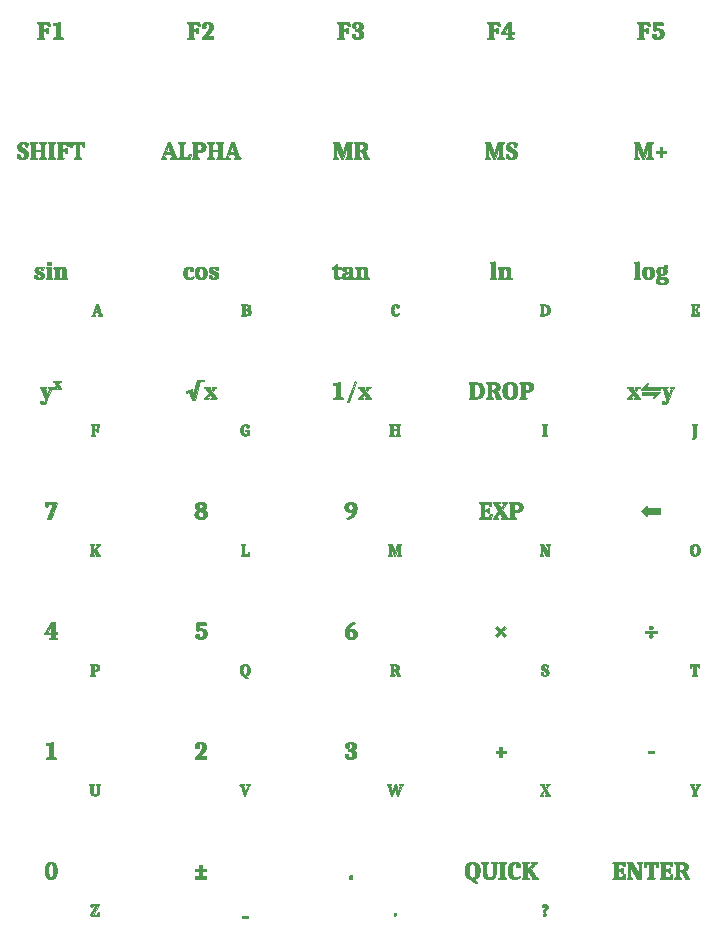
<source format=gbr>
%TF.GenerationSoftware,KiCad,Pcbnew,6.0.5+dfsg-1~bpo11+1*%
%TF.CreationDate,2022-10-05T16:01:01+13:00*%
%TF.ProjectId,FrontPanel,46726f6e-7450-4616-9e65-6c2e6b696361,rev?*%
%TF.SameCoordinates,Original*%
%TF.FileFunction,Soldermask,Top*%
%TF.FilePolarity,Negative*%
%FSLAX46Y46*%
G04 Gerber Fmt 4.6, Leading zero omitted, Abs format (unit mm)*
G04 Created by KiCad (PCBNEW 6.0.5+dfsg-1~bpo11+1) date 2022-10-05 16:01:01*
%MOMM*%
%LPD*%
G01*
G04 APERTURE LIST*
%ADD10C,0.010000*%
G04 APERTURE END LIST*
D10*
G36*
X105019382Y-97692368D02*
G01*
X105023500Y-97688399D01*
X105023500Y-97248129D01*
X105230945Y-97248129D01*
X105308557Y-97248129D01*
X105331967Y-97247490D01*
X105353867Y-97245572D01*
X105374256Y-97242374D01*
X105383884Y-97240296D01*
X105393135Y-97237898D01*
X105402008Y-97235181D01*
X105410504Y-97232144D01*
X105418622Y-97228787D01*
X105426362Y-97225110D01*
X105433725Y-97221114D01*
X105440710Y-97216797D01*
X105447318Y-97212162D01*
X105453548Y-97207206D01*
X105459400Y-97201931D01*
X105464875Y-97196336D01*
X105469973Y-97190422D01*
X105474692Y-97184187D01*
X105479034Y-97177633D01*
X105482999Y-97170760D01*
X105486586Y-97163566D01*
X105489795Y-97156053D01*
X105492627Y-97148221D01*
X105495082Y-97140068D01*
X105497158Y-97131596D01*
X105498857Y-97122804D01*
X105500179Y-97113693D01*
X105501123Y-97104262D01*
X105501689Y-97094511D01*
X105501878Y-97084441D01*
X105501696Y-97075406D01*
X105501150Y-97066647D01*
X105500241Y-97058164D01*
X105498967Y-97049956D01*
X105497330Y-97042025D01*
X105495329Y-97034368D01*
X105492964Y-97026988D01*
X105490236Y-97019883D01*
X105487143Y-97013053D01*
X105483687Y-97006499D01*
X105479867Y-97000221D01*
X105475683Y-96994218D01*
X105471135Y-96988490D01*
X105466224Y-96983038D01*
X105460949Y-96977861D01*
X105455310Y-96972960D01*
X105449396Y-96968176D01*
X105443294Y-96963701D01*
X105437005Y-96959534D01*
X105430528Y-96955676D01*
X105423864Y-96952127D01*
X105417012Y-96948887D01*
X105409973Y-96945955D01*
X105402747Y-96943331D01*
X105395333Y-96941016D01*
X105387732Y-96939010D01*
X105379944Y-96937313D01*
X105371968Y-96935924D01*
X105363804Y-96934844D01*
X105355453Y-96934072D01*
X105346915Y-96933609D01*
X105338189Y-96933455D01*
X105321388Y-96933543D01*
X105305557Y-96933807D01*
X105290696Y-96934247D01*
X105276806Y-96934863D01*
X105263885Y-96935656D01*
X105251935Y-96936625D01*
X105240955Y-96937771D01*
X105230945Y-96939093D01*
X105230945Y-97248129D01*
X105023500Y-97248129D01*
X105023500Y-96947569D01*
X105020187Y-96944416D01*
X105016599Y-96941306D01*
X105012735Y-96938241D01*
X105008596Y-96935220D01*
X105004181Y-96932243D01*
X104999490Y-96929310D01*
X104994524Y-96926421D01*
X104989282Y-96923577D01*
X104983764Y-96920776D01*
X104977971Y-96918020D01*
X104971902Y-96915308D01*
X104965558Y-96912640D01*
X104958937Y-96910017D01*
X104952042Y-96907437D01*
X104944870Y-96904902D01*
X104937423Y-96902411D01*
X104943063Y-96847380D01*
X105341010Y-96847380D01*
X105363776Y-96847617D01*
X105385857Y-96848328D01*
X105407255Y-96849513D01*
X105427970Y-96851172D01*
X105448001Y-96853305D01*
X105467349Y-96855912D01*
X105486013Y-96858993D01*
X105503993Y-96862548D01*
X105521290Y-96866577D01*
X105537904Y-96871080D01*
X105553834Y-96876057D01*
X105569080Y-96881507D01*
X105583643Y-96887432D01*
X105597523Y-96893830D01*
X105610719Y-96900703D01*
X105623231Y-96908049D01*
X105635022Y-96915673D01*
X105640632Y-96919646D01*
X105646051Y-96923726D01*
X105651281Y-96927914D01*
X105656320Y-96932209D01*
X105661170Y-96936612D01*
X105665829Y-96941123D01*
X105670298Y-96945740D01*
X105674577Y-96950466D01*
X105678665Y-96955298D01*
X105682564Y-96960239D01*
X105686272Y-96965287D01*
X105689790Y-96970442D01*
X105693118Y-96975705D01*
X105696256Y-96981075D01*
X105699203Y-96986552D01*
X105701961Y-96992138D01*
X105704528Y-96997830D01*
X105706905Y-97003630D01*
X105709092Y-97009538D01*
X105711089Y-97015553D01*
X105712896Y-97021676D01*
X105714512Y-97027906D01*
X105715938Y-97034244D01*
X105717174Y-97040689D01*
X105718220Y-97047242D01*
X105719076Y-97053902D01*
X105719742Y-97060670D01*
X105720217Y-97067545D01*
X105720597Y-97081618D01*
X105720429Y-97091212D01*
X105719925Y-97100591D01*
X105719084Y-97109755D01*
X105717908Y-97118704D01*
X105716394Y-97127439D01*
X105714545Y-97135958D01*
X105712360Y-97144262D01*
X105709838Y-97152351D01*
X105706980Y-97160225D01*
X105703786Y-97167884D01*
X105700255Y-97175328D01*
X105696388Y-97182558D01*
X105692185Y-97189572D01*
X105687646Y-97196371D01*
X105682771Y-97202955D01*
X105677559Y-97209324D01*
X105672011Y-97215479D01*
X105666127Y-97221418D01*
X105659906Y-97227142D01*
X105653350Y-97232651D01*
X105646457Y-97237946D01*
X105639227Y-97243025D01*
X105631662Y-97247889D01*
X105623760Y-97252539D01*
X105615522Y-97256973D01*
X105606948Y-97261193D01*
X105588791Y-97268987D01*
X105569289Y-97275921D01*
X105548442Y-97281996D01*
X105560607Y-97285833D01*
X105572409Y-97289935D01*
X105583846Y-97294301D01*
X105594920Y-97298931D01*
X105605630Y-97303826D01*
X105615976Y-97308985D01*
X105625959Y-97314408D01*
X105635577Y-97320096D01*
X105644832Y-97326049D01*
X105653723Y-97332266D01*
X105662250Y-97338748D01*
X105670414Y-97345495D01*
X105678214Y-97352506D01*
X105685649Y-97359782D01*
X105692721Y-97367323D01*
X105699430Y-97375128D01*
X105705923Y-97382984D01*
X105711997Y-97391027D01*
X105717653Y-97399257D01*
X105722889Y-97407674D01*
X105727707Y-97416279D01*
X105732106Y-97425071D01*
X105736086Y-97434050D01*
X105739647Y-97443217D01*
X105742789Y-97452571D01*
X105745512Y-97462112D01*
X105747816Y-97471841D01*
X105749701Y-97481758D01*
X105751168Y-97491862D01*
X105752215Y-97502153D01*
X105752843Y-97512632D01*
X105753053Y-97523299D01*
X105752656Y-97538610D01*
X105751465Y-97553503D01*
X105749481Y-97567977D01*
X105746703Y-97582033D01*
X105743131Y-97595669D01*
X105738765Y-97608887D01*
X105733606Y-97621686D01*
X105727653Y-97634066D01*
X105720906Y-97646027D01*
X105713365Y-97657570D01*
X105705031Y-97668694D01*
X105695903Y-97679399D01*
X105685981Y-97689685D01*
X105675265Y-97699553D01*
X105663755Y-97709001D01*
X105651452Y-97718031D01*
X105638455Y-97726576D01*
X105624861Y-97734569D01*
X105610673Y-97742011D01*
X105595889Y-97748902D01*
X105580510Y-97755241D01*
X105564536Y-97761029D01*
X105547966Y-97766265D01*
X105530802Y-97770951D01*
X105513041Y-97775085D01*
X105494686Y-97778667D01*
X105475735Y-97781699D01*
X105456189Y-97784179D01*
X105436047Y-97786108D01*
X105415310Y-97787486D01*
X105393978Y-97788312D01*
X105372050Y-97788588D01*
X104937427Y-97788588D01*
X104943067Y-97730734D01*
X104949004Y-97729411D01*
X104954819Y-97727912D01*
X104960513Y-97726237D01*
X104966086Y-97724384D01*
X104971537Y-97722356D01*
X104976868Y-97720151D01*
X104982077Y-97717769D01*
X104987164Y-97715211D01*
X104992131Y-97712477D01*
X104996976Y-97709566D01*
X105001699Y-97706479D01*
X105006302Y-97703216D01*
X105010783Y-97699776D01*
X105014290Y-97696867D01*
X105230945Y-97696867D01*
X105257579Y-97698715D01*
X105282450Y-97700036D01*
X105305557Y-97700830D01*
X105326900Y-97701094D01*
X105339561Y-97700929D01*
X105351793Y-97700432D01*
X105363594Y-97699606D01*
X105374966Y-97698448D01*
X105385907Y-97696959D01*
X105396419Y-97695140D01*
X105406501Y-97692990D01*
X105416152Y-97690509D01*
X105425374Y-97687698D01*
X105434166Y-97684556D01*
X105442528Y-97681083D01*
X105450460Y-97677279D01*
X105457962Y-97673145D01*
X105465035Y-97668680D01*
X105471677Y-97663885D01*
X105477889Y-97658759D01*
X105483870Y-97653274D01*
X105489465Y-97647404D01*
X105494674Y-97641148D01*
X105499497Y-97634506D01*
X105503934Y-97627478D01*
X105507986Y-97620064D01*
X105511651Y-97612264D01*
X105514931Y-97604079D01*
X105517825Y-97595507D01*
X105520333Y-97586550D01*
X105522455Y-97577207D01*
X105524191Y-97567478D01*
X105525542Y-97557363D01*
X105526506Y-97546862D01*
X105527085Y-97535975D01*
X105527278Y-97524702D01*
X105527063Y-97513156D01*
X105526418Y-97501977D01*
X105525343Y-97491163D01*
X105523839Y-97480717D01*
X105521904Y-97470637D01*
X105519539Y-97460923D01*
X105516744Y-97451576D01*
X105513520Y-97442595D01*
X105509865Y-97433982D01*
X105505781Y-97425734D01*
X105501266Y-97417853D01*
X105496322Y-97410339D01*
X105490948Y-97403191D01*
X105485143Y-97396410D01*
X105478909Y-97389995D01*
X105472245Y-97383947D01*
X105465151Y-97378265D01*
X105457627Y-97372950D01*
X105449673Y-97368002D01*
X105441289Y-97363419D01*
X105432475Y-97359204D01*
X105423231Y-97355355D01*
X105413557Y-97351873D01*
X105403453Y-97348757D01*
X105392920Y-97346008D01*
X105381956Y-97343625D01*
X105370562Y-97341609D01*
X105358739Y-97339959D01*
X105346485Y-97338677D01*
X105333802Y-97337760D01*
X105320689Y-97337210D01*
X105307145Y-97337027D01*
X105307145Y-97337035D01*
X105230945Y-97337035D01*
X105230945Y-97696867D01*
X105014290Y-97696867D01*
X105015143Y-97696160D01*
X105019382Y-97692368D01*
G37*
X105019382Y-97692368D02*
X105023500Y-97688399D01*
X105023500Y-97248129D01*
X105230945Y-97248129D01*
X105308557Y-97248129D01*
X105331967Y-97247490D01*
X105353867Y-97245572D01*
X105374256Y-97242374D01*
X105383884Y-97240296D01*
X105393135Y-97237898D01*
X105402008Y-97235181D01*
X105410504Y-97232144D01*
X105418622Y-97228787D01*
X105426362Y-97225110D01*
X105433725Y-97221114D01*
X105440710Y-97216797D01*
X105447318Y-97212162D01*
X105453548Y-97207206D01*
X105459400Y-97201931D01*
X105464875Y-97196336D01*
X105469973Y-97190422D01*
X105474692Y-97184187D01*
X105479034Y-97177633D01*
X105482999Y-97170760D01*
X105486586Y-97163566D01*
X105489795Y-97156053D01*
X105492627Y-97148221D01*
X105495082Y-97140068D01*
X105497158Y-97131596D01*
X105498857Y-97122804D01*
X105500179Y-97113693D01*
X105501123Y-97104262D01*
X105501689Y-97094511D01*
X105501878Y-97084441D01*
X105501696Y-97075406D01*
X105501150Y-97066647D01*
X105500241Y-97058164D01*
X105498967Y-97049956D01*
X105497330Y-97042025D01*
X105495329Y-97034368D01*
X105492964Y-97026988D01*
X105490236Y-97019883D01*
X105487143Y-97013053D01*
X105483687Y-97006499D01*
X105479867Y-97000221D01*
X105475683Y-96994218D01*
X105471135Y-96988490D01*
X105466224Y-96983038D01*
X105460949Y-96977861D01*
X105455310Y-96972960D01*
X105449396Y-96968176D01*
X105443294Y-96963701D01*
X105437005Y-96959534D01*
X105430528Y-96955676D01*
X105423864Y-96952127D01*
X105417012Y-96948887D01*
X105409973Y-96945955D01*
X105402747Y-96943331D01*
X105395333Y-96941016D01*
X105387732Y-96939010D01*
X105379944Y-96937313D01*
X105371968Y-96935924D01*
X105363804Y-96934844D01*
X105355453Y-96934072D01*
X105346915Y-96933609D01*
X105338189Y-96933455D01*
X105321388Y-96933543D01*
X105305557Y-96933807D01*
X105290696Y-96934247D01*
X105276806Y-96934863D01*
X105263885Y-96935656D01*
X105251935Y-96936625D01*
X105240955Y-96937771D01*
X105230945Y-96939093D01*
X105230945Y-97248129D01*
X105023500Y-97248129D01*
X105023500Y-96947569D01*
X105020187Y-96944416D01*
X105016599Y-96941306D01*
X105012735Y-96938241D01*
X105008596Y-96935220D01*
X105004181Y-96932243D01*
X104999490Y-96929310D01*
X104994524Y-96926421D01*
X104989282Y-96923577D01*
X104983764Y-96920776D01*
X104977971Y-96918020D01*
X104971902Y-96915308D01*
X104965558Y-96912640D01*
X104958937Y-96910017D01*
X104952042Y-96907437D01*
X104944870Y-96904902D01*
X104937423Y-96902411D01*
X104943063Y-96847380D01*
X105341010Y-96847380D01*
X105363776Y-96847617D01*
X105385857Y-96848328D01*
X105407255Y-96849513D01*
X105427970Y-96851172D01*
X105448001Y-96853305D01*
X105467349Y-96855912D01*
X105486013Y-96858993D01*
X105503993Y-96862548D01*
X105521290Y-96866577D01*
X105537904Y-96871080D01*
X105553834Y-96876057D01*
X105569080Y-96881507D01*
X105583643Y-96887432D01*
X105597523Y-96893830D01*
X105610719Y-96900703D01*
X105623231Y-96908049D01*
X105635022Y-96915673D01*
X105640632Y-96919646D01*
X105646051Y-96923726D01*
X105651281Y-96927914D01*
X105656320Y-96932209D01*
X105661170Y-96936612D01*
X105665829Y-96941123D01*
X105670298Y-96945740D01*
X105674577Y-96950466D01*
X105678665Y-96955298D01*
X105682564Y-96960239D01*
X105686272Y-96965287D01*
X105689790Y-96970442D01*
X105693118Y-96975705D01*
X105696256Y-96981075D01*
X105699203Y-96986552D01*
X105701961Y-96992138D01*
X105704528Y-96997830D01*
X105706905Y-97003630D01*
X105709092Y-97009538D01*
X105711089Y-97015553D01*
X105712896Y-97021676D01*
X105714512Y-97027906D01*
X105715938Y-97034244D01*
X105717174Y-97040689D01*
X105718220Y-97047242D01*
X105719076Y-97053902D01*
X105719742Y-97060670D01*
X105720217Y-97067545D01*
X105720597Y-97081618D01*
X105720429Y-97091212D01*
X105719925Y-97100591D01*
X105719084Y-97109755D01*
X105717908Y-97118704D01*
X105716394Y-97127439D01*
X105714545Y-97135958D01*
X105712360Y-97144262D01*
X105709838Y-97152351D01*
X105706980Y-97160225D01*
X105703786Y-97167884D01*
X105700255Y-97175328D01*
X105696388Y-97182558D01*
X105692185Y-97189572D01*
X105687646Y-97196371D01*
X105682771Y-97202955D01*
X105677559Y-97209324D01*
X105672011Y-97215479D01*
X105666127Y-97221418D01*
X105659906Y-97227142D01*
X105653350Y-97232651D01*
X105646457Y-97237946D01*
X105639227Y-97243025D01*
X105631662Y-97247889D01*
X105623760Y-97252539D01*
X105615522Y-97256973D01*
X105606948Y-97261193D01*
X105588791Y-97268987D01*
X105569289Y-97275921D01*
X105548442Y-97281996D01*
X105560607Y-97285833D01*
X105572409Y-97289935D01*
X105583846Y-97294301D01*
X105594920Y-97298931D01*
X105605630Y-97303826D01*
X105615976Y-97308985D01*
X105625959Y-97314408D01*
X105635577Y-97320096D01*
X105644832Y-97326049D01*
X105653723Y-97332266D01*
X105662250Y-97338748D01*
X105670414Y-97345495D01*
X105678214Y-97352506D01*
X105685649Y-97359782D01*
X105692721Y-97367323D01*
X105699430Y-97375128D01*
X105705923Y-97382984D01*
X105711997Y-97391027D01*
X105717653Y-97399257D01*
X105722889Y-97407674D01*
X105727707Y-97416279D01*
X105732106Y-97425071D01*
X105736086Y-97434050D01*
X105739647Y-97443217D01*
X105742789Y-97452571D01*
X105745512Y-97462112D01*
X105747816Y-97471841D01*
X105749701Y-97481758D01*
X105751168Y-97491862D01*
X105752215Y-97502153D01*
X105752843Y-97512632D01*
X105753053Y-97523299D01*
X105752656Y-97538610D01*
X105751465Y-97553503D01*
X105749481Y-97567977D01*
X105746703Y-97582033D01*
X105743131Y-97595669D01*
X105738765Y-97608887D01*
X105733606Y-97621686D01*
X105727653Y-97634066D01*
X105720906Y-97646027D01*
X105713365Y-97657570D01*
X105705031Y-97668694D01*
X105695903Y-97679399D01*
X105685981Y-97689685D01*
X105675265Y-97699553D01*
X105663755Y-97709001D01*
X105651452Y-97718031D01*
X105638455Y-97726576D01*
X105624861Y-97734569D01*
X105610673Y-97742011D01*
X105595889Y-97748902D01*
X105580510Y-97755241D01*
X105564536Y-97761029D01*
X105547966Y-97766265D01*
X105530802Y-97770951D01*
X105513041Y-97775085D01*
X105494686Y-97778667D01*
X105475735Y-97781699D01*
X105456189Y-97784179D01*
X105436047Y-97786108D01*
X105415310Y-97787486D01*
X105393978Y-97788312D01*
X105372050Y-97788588D01*
X104937427Y-97788588D01*
X104943067Y-97730734D01*
X104949004Y-97729411D01*
X104954819Y-97727912D01*
X104960513Y-97726237D01*
X104966086Y-97724384D01*
X104971537Y-97722356D01*
X104976868Y-97720151D01*
X104982077Y-97717769D01*
X104987164Y-97715211D01*
X104992131Y-97712477D01*
X104996976Y-97709566D01*
X105001699Y-97706479D01*
X105006302Y-97703216D01*
X105010783Y-97699776D01*
X105014290Y-97696867D01*
X105230945Y-97696867D01*
X105257579Y-97698715D01*
X105282450Y-97700036D01*
X105305557Y-97700830D01*
X105326900Y-97701094D01*
X105339561Y-97700929D01*
X105351793Y-97700432D01*
X105363594Y-97699606D01*
X105374966Y-97698448D01*
X105385907Y-97696959D01*
X105396419Y-97695140D01*
X105406501Y-97692990D01*
X105416152Y-97690509D01*
X105425374Y-97687698D01*
X105434166Y-97684556D01*
X105442528Y-97681083D01*
X105450460Y-97677279D01*
X105457962Y-97673145D01*
X105465035Y-97668680D01*
X105471677Y-97663885D01*
X105477889Y-97658759D01*
X105483870Y-97653274D01*
X105489465Y-97647404D01*
X105494674Y-97641148D01*
X105499497Y-97634506D01*
X105503934Y-97627478D01*
X105507986Y-97620064D01*
X105511651Y-97612264D01*
X105514931Y-97604079D01*
X105517825Y-97595507D01*
X105520333Y-97586550D01*
X105522455Y-97577207D01*
X105524191Y-97567478D01*
X105525542Y-97557363D01*
X105526506Y-97546862D01*
X105527085Y-97535975D01*
X105527278Y-97524702D01*
X105527063Y-97513156D01*
X105526418Y-97501977D01*
X105525343Y-97491163D01*
X105523839Y-97480717D01*
X105521904Y-97470637D01*
X105519539Y-97460923D01*
X105516744Y-97451576D01*
X105513520Y-97442595D01*
X105509865Y-97433982D01*
X105505781Y-97425734D01*
X105501266Y-97417853D01*
X105496322Y-97410339D01*
X105490948Y-97403191D01*
X105485143Y-97396410D01*
X105478909Y-97389995D01*
X105472245Y-97383947D01*
X105465151Y-97378265D01*
X105457627Y-97372950D01*
X105449673Y-97368002D01*
X105441289Y-97363419D01*
X105432475Y-97359204D01*
X105423231Y-97355355D01*
X105413557Y-97351873D01*
X105403453Y-97348757D01*
X105392920Y-97346008D01*
X105381956Y-97343625D01*
X105370562Y-97341609D01*
X105358739Y-97339959D01*
X105346485Y-97338677D01*
X105333802Y-97337760D01*
X105320689Y-97337210D01*
X105307145Y-97337027D01*
X105307145Y-97337035D01*
X105230945Y-97337035D01*
X105230945Y-97696867D01*
X105014290Y-97696867D01*
X105015143Y-97696160D01*
X105019382Y-97692368D01*
G36*
X143690627Y-97080206D02*
G01*
X143682690Y-97082521D01*
X143675105Y-97084528D01*
X143667873Y-97086226D01*
X143660994Y-97087615D01*
X143654468Y-97088696D01*
X143648295Y-97089468D01*
X143642475Y-97089932D01*
X143637008Y-97090086D01*
X143631892Y-97089998D01*
X143626424Y-97089734D01*
X143620603Y-97089294D01*
X143614430Y-97088678D01*
X143607904Y-97087885D01*
X143601025Y-97086916D01*
X143593793Y-97085770D01*
X143586208Y-97084448D01*
X143580629Y-97060790D01*
X143574478Y-97038499D01*
X143571188Y-97027866D01*
X143567754Y-97017575D01*
X143564176Y-97007625D01*
X143560456Y-96998018D01*
X143556592Y-96988752D01*
X143552585Y-96979828D01*
X143548435Y-96971246D01*
X143544141Y-96963005D01*
X143539705Y-96955107D01*
X143535125Y-96947550D01*
X143530401Y-96940335D01*
X143525535Y-96933463D01*
X143288467Y-96933463D01*
X143288467Y-97267897D01*
X143419700Y-97258017D01*
X143422859Y-97257576D01*
X143425985Y-97256958D01*
X143429077Y-97256164D01*
X143432137Y-97255194D01*
X143435163Y-97254048D01*
X143438156Y-97252725D01*
X143441116Y-97251226D01*
X143444042Y-97249551D01*
X143446936Y-97247700D01*
X143449796Y-97245671D01*
X143452623Y-97243467D01*
X143455417Y-97241086D01*
X143458178Y-97238528D01*
X143460906Y-97235794D01*
X143463600Y-97232883D01*
X143466262Y-97229796D01*
X143469035Y-97226559D01*
X143471708Y-97223202D01*
X143474283Y-97219723D01*
X143476758Y-97216123D01*
X143479134Y-97212402D01*
X143481410Y-97208560D01*
X143483588Y-97204596D01*
X143485666Y-97200511D01*
X143487645Y-97196306D01*
X143489525Y-97191979D01*
X143491306Y-97187530D01*
X143492987Y-97182961D01*
X143494569Y-97178271D01*
X143496052Y-97173460D01*
X143497437Y-97168527D01*
X143498721Y-97163474D01*
X143572097Y-97163474D01*
X143572097Y-97455573D01*
X143498714Y-97455573D01*
X143493796Y-97441991D01*
X143488923Y-97429467D01*
X143484095Y-97418002D01*
X143479310Y-97407595D01*
X143474570Y-97398247D01*
X143469875Y-97389957D01*
X143467543Y-97386209D01*
X143465223Y-97382726D01*
X143462914Y-97379508D01*
X143460616Y-97376555D01*
X143458301Y-97373810D01*
X143455942Y-97371219D01*
X143453538Y-97368782D01*
X143451091Y-97366500D01*
X143448599Y-97364372D01*
X143446063Y-97362398D01*
X143443483Y-97360579D01*
X143440859Y-97358914D01*
X143438191Y-97357403D01*
X143435479Y-97356047D01*
X143432722Y-97354845D01*
X143429922Y-97353797D01*
X143427078Y-97352903D01*
X143424189Y-97352164D01*
X143421257Y-97351579D01*
X143418281Y-97351149D01*
X143288459Y-97339857D01*
X143288459Y-97701102D01*
X143535403Y-97701102D01*
X143540954Y-97692464D01*
X143546317Y-97683484D01*
X143551492Y-97674163D01*
X143556481Y-97664500D01*
X143561281Y-97654496D01*
X143565895Y-97644150D01*
X143570321Y-97633462D01*
X143574559Y-97622432D01*
X143578611Y-97611061D01*
X143582474Y-97599347D01*
X143586151Y-97587292D01*
X143589640Y-97574895D01*
X143592941Y-97562156D01*
X143596056Y-97549075D01*
X143598983Y-97535652D01*
X143601722Y-97521887D01*
X143609066Y-97520897D01*
X143616276Y-97520039D01*
X143623354Y-97519313D01*
X143630300Y-97518718D01*
X143637113Y-97518256D01*
X143643794Y-97517925D01*
X143650343Y-97517727D01*
X143656760Y-97517661D01*
X143663397Y-97517727D01*
X143669902Y-97517925D01*
X143676274Y-97518256D01*
X143682513Y-97518718D01*
X143688621Y-97519313D01*
X143694596Y-97520039D01*
X143700439Y-97520897D01*
X143706149Y-97521887D01*
X143692039Y-97788588D01*
X142994949Y-97788588D01*
X143000602Y-97730734D01*
X143007365Y-97729604D01*
X143013896Y-97728330D01*
X143020197Y-97726913D01*
X143026265Y-97725353D01*
X143032102Y-97723649D01*
X143037708Y-97721802D01*
X143043082Y-97719812D01*
X143048225Y-97717678D01*
X143053136Y-97715402D01*
X143057816Y-97712982D01*
X143062264Y-97710419D01*
X143066481Y-97707712D01*
X143070466Y-97704863D01*
X143074219Y-97701870D01*
X143077741Y-97698735D01*
X143081031Y-97695456D01*
X143081031Y-96940512D01*
X143076726Y-96936879D01*
X143072278Y-96933389D01*
X143067687Y-96930042D01*
X143062952Y-96926839D01*
X143058074Y-96923780D01*
X143053053Y-96920863D01*
X143047888Y-96918090D01*
X143042580Y-96915461D01*
X143037128Y-96912975D01*
X143031534Y-96910632D01*
X143025796Y-96908433D01*
X143019914Y-96906377D01*
X143013890Y-96904465D01*
X143007722Y-96902696D01*
X143001411Y-96901070D01*
X142994956Y-96899588D01*
X142999183Y-96847380D01*
X143684982Y-96847380D01*
X143690627Y-97080206D01*
G37*
X143690627Y-97080206D02*
X143682690Y-97082521D01*
X143675105Y-97084528D01*
X143667873Y-97086226D01*
X143660994Y-97087615D01*
X143654468Y-97088696D01*
X143648295Y-97089468D01*
X143642475Y-97089932D01*
X143637008Y-97090086D01*
X143631892Y-97089998D01*
X143626424Y-97089734D01*
X143620603Y-97089294D01*
X143614430Y-97088678D01*
X143607904Y-97087885D01*
X143601025Y-97086916D01*
X143593793Y-97085770D01*
X143586208Y-97084448D01*
X143580629Y-97060790D01*
X143574478Y-97038499D01*
X143571188Y-97027866D01*
X143567754Y-97017575D01*
X143564176Y-97007625D01*
X143560456Y-96998018D01*
X143556592Y-96988752D01*
X143552585Y-96979828D01*
X143548435Y-96971246D01*
X143544141Y-96963005D01*
X143539705Y-96955107D01*
X143535125Y-96947550D01*
X143530401Y-96940335D01*
X143525535Y-96933463D01*
X143288467Y-96933463D01*
X143288467Y-97267897D01*
X143419700Y-97258017D01*
X143422859Y-97257576D01*
X143425985Y-97256958D01*
X143429077Y-97256164D01*
X143432137Y-97255194D01*
X143435163Y-97254048D01*
X143438156Y-97252725D01*
X143441116Y-97251226D01*
X143444042Y-97249551D01*
X143446936Y-97247700D01*
X143449796Y-97245671D01*
X143452623Y-97243467D01*
X143455417Y-97241086D01*
X143458178Y-97238528D01*
X143460906Y-97235794D01*
X143463600Y-97232883D01*
X143466262Y-97229796D01*
X143469035Y-97226559D01*
X143471708Y-97223202D01*
X143474283Y-97219723D01*
X143476758Y-97216123D01*
X143479134Y-97212402D01*
X143481410Y-97208560D01*
X143483588Y-97204596D01*
X143485666Y-97200511D01*
X143487645Y-97196306D01*
X143489525Y-97191979D01*
X143491306Y-97187530D01*
X143492987Y-97182961D01*
X143494569Y-97178271D01*
X143496052Y-97173460D01*
X143497437Y-97168527D01*
X143498721Y-97163474D01*
X143572097Y-97163474D01*
X143572097Y-97455573D01*
X143498714Y-97455573D01*
X143493796Y-97441991D01*
X143488923Y-97429467D01*
X143484095Y-97418002D01*
X143479310Y-97407595D01*
X143474570Y-97398247D01*
X143469875Y-97389957D01*
X143467543Y-97386209D01*
X143465223Y-97382726D01*
X143462914Y-97379508D01*
X143460616Y-97376555D01*
X143458301Y-97373810D01*
X143455942Y-97371219D01*
X143453538Y-97368782D01*
X143451091Y-97366500D01*
X143448599Y-97364372D01*
X143446063Y-97362398D01*
X143443483Y-97360579D01*
X143440859Y-97358914D01*
X143438191Y-97357403D01*
X143435479Y-97356047D01*
X143432722Y-97354845D01*
X143429922Y-97353797D01*
X143427078Y-97352903D01*
X143424189Y-97352164D01*
X143421257Y-97351579D01*
X143418281Y-97351149D01*
X143288459Y-97339857D01*
X143288459Y-97701102D01*
X143535403Y-97701102D01*
X143540954Y-97692464D01*
X143546317Y-97683484D01*
X143551492Y-97674163D01*
X143556481Y-97664500D01*
X143561281Y-97654496D01*
X143565895Y-97644150D01*
X143570321Y-97633462D01*
X143574559Y-97622432D01*
X143578611Y-97611061D01*
X143582474Y-97599347D01*
X143586151Y-97587292D01*
X143589640Y-97574895D01*
X143592941Y-97562156D01*
X143596056Y-97549075D01*
X143598983Y-97535652D01*
X143601722Y-97521887D01*
X143609066Y-97520897D01*
X143616276Y-97520039D01*
X143623354Y-97519313D01*
X143630300Y-97518718D01*
X143637113Y-97518256D01*
X143643794Y-97517925D01*
X143650343Y-97517727D01*
X143656760Y-97517661D01*
X143663397Y-97517727D01*
X143669902Y-97517925D01*
X143676274Y-97518256D01*
X143682513Y-97518718D01*
X143688621Y-97519313D01*
X143694596Y-97520039D01*
X143700439Y-97520897D01*
X143706149Y-97521887D01*
X143692039Y-97788588D01*
X142994949Y-97788588D01*
X143000602Y-97730734D01*
X143007365Y-97729604D01*
X143013896Y-97728330D01*
X143020197Y-97726913D01*
X143026265Y-97725353D01*
X143032102Y-97723649D01*
X143037708Y-97721802D01*
X143043082Y-97719812D01*
X143048225Y-97717678D01*
X143053136Y-97715402D01*
X143057816Y-97712982D01*
X143062264Y-97710419D01*
X143066481Y-97707712D01*
X143070466Y-97704863D01*
X143074219Y-97701870D01*
X143077741Y-97698735D01*
X143081031Y-97695456D01*
X143081031Y-96940512D01*
X143076726Y-96936879D01*
X143072278Y-96933389D01*
X143067687Y-96930042D01*
X143062952Y-96926839D01*
X143058074Y-96923780D01*
X143053053Y-96920863D01*
X143047888Y-96918090D01*
X143042580Y-96915461D01*
X143037128Y-96912975D01*
X143031534Y-96910632D01*
X143025796Y-96908433D01*
X143019914Y-96906377D01*
X143013890Y-96904465D01*
X143007722Y-96902696D01*
X143001411Y-96901070D01*
X142994956Y-96899588D01*
X142999183Y-96847380D01*
X143684982Y-96847380D01*
X143690627Y-97080206D01*
G36*
X130295646Y-97689818D02*
G01*
X130295646Y-96946165D01*
X130292339Y-96943184D01*
X130288767Y-96940235D01*
X130284931Y-96937319D01*
X130280830Y-96934435D01*
X130276465Y-96931585D01*
X130271835Y-96928768D01*
X130266940Y-96925984D01*
X130261781Y-96923233D01*
X130256358Y-96920516D01*
X130250670Y-96917831D01*
X130244717Y-96915179D01*
X130238499Y-96912561D01*
X130232017Y-96909975D01*
X130225270Y-96907423D01*
X130218259Y-96904904D01*
X130210983Y-96902419D01*
X130216621Y-96847380D01*
X130518607Y-96847380D01*
X130554150Y-96847821D01*
X130588459Y-96849144D01*
X130621532Y-96851349D01*
X130653370Y-96854435D01*
X130683974Y-96858404D01*
X130713343Y-96863254D01*
X130741477Y-96868987D01*
X130768376Y-96875601D01*
X130794041Y-96883097D01*
X130818470Y-96891476D01*
X130841665Y-96900736D01*
X130863626Y-96910878D01*
X130884351Y-96921901D01*
X130903842Y-96933807D01*
X130922099Y-96946595D01*
X130939120Y-96960265D01*
X130955012Y-96974895D01*
X130969877Y-96990561D01*
X130983718Y-97007263D01*
X130996533Y-97025001D01*
X131008323Y-97043776D01*
X131019088Y-97063587D01*
X131028828Y-97084434D01*
X131037543Y-97106317D01*
X131045232Y-97129237D01*
X131051896Y-97153193D01*
X131057535Y-97178185D01*
X131062148Y-97204214D01*
X131065736Y-97231279D01*
X131068299Y-97259381D01*
X131069837Y-97288519D01*
X131070350Y-97318694D01*
X131069832Y-97348867D01*
X131068277Y-97378004D01*
X131065687Y-97406105D01*
X131062060Y-97433169D01*
X131057397Y-97459197D01*
X131051697Y-97484189D01*
X131044962Y-97508144D01*
X131037190Y-97531063D01*
X131028381Y-97552946D01*
X131018537Y-97573793D01*
X131007656Y-97593604D01*
X130995738Y-97612378D01*
X130982785Y-97630117D01*
X130968795Y-97646819D01*
X130953768Y-97662485D01*
X130937705Y-97677115D01*
X130920491Y-97690614D01*
X130902009Y-97703242D01*
X130882259Y-97715000D01*
X130861241Y-97725887D01*
X130838956Y-97735902D01*
X130815403Y-97745047D01*
X130790582Y-97753321D01*
X130764493Y-97760724D01*
X130737136Y-97767257D01*
X130708511Y-97772918D01*
X130678619Y-97777708D01*
X130647459Y-97781628D01*
X130615030Y-97784676D01*
X130581334Y-97786854D01*
X130546370Y-97788160D01*
X130510139Y-97788596D01*
X130210986Y-97788596D01*
X130216624Y-97730742D01*
X130222225Y-97729423D01*
X130227738Y-97727939D01*
X130233162Y-97726290D01*
X130238498Y-97724476D01*
X130243745Y-97722497D01*
X130248905Y-97720352D01*
X130253976Y-97718042D01*
X130258959Y-97715567D01*
X130263854Y-97712927D01*
X130268660Y-97710121D01*
X130273378Y-97707150D01*
X130278008Y-97704014D01*
X130282550Y-97700713D01*
X130287004Y-97697246D01*
X130289156Y-97695456D01*
X130504497Y-97695456D01*
X130506200Y-97696139D01*
X130508135Y-97696778D01*
X130510302Y-97697373D01*
X130512700Y-97697924D01*
X130515330Y-97698430D01*
X130518191Y-97698893D01*
X130521283Y-97699311D01*
X130524607Y-97699685D01*
X130528162Y-97700016D01*
X130531949Y-97700302D01*
X130535968Y-97700544D01*
X130540217Y-97700742D01*
X130549411Y-97701006D01*
X130559531Y-97701094D01*
X130578250Y-97700736D01*
X130596307Y-97699661D01*
X130613703Y-97697870D01*
X130630438Y-97695362D01*
X130646511Y-97692137D01*
X130661922Y-97688197D01*
X130676672Y-97683539D01*
X130690761Y-97678165D01*
X130704189Y-97672074D01*
X130716955Y-97665267D01*
X130729059Y-97657743D01*
X130740503Y-97649502D01*
X130751285Y-97640545D01*
X130761405Y-97630871D01*
X130770864Y-97620481D01*
X130779662Y-97609373D01*
X130788035Y-97597482D01*
X130795868Y-97584743D01*
X130803161Y-97571154D01*
X130809913Y-97556717D01*
X130816126Y-97541432D01*
X130821798Y-97525297D01*
X130826930Y-97508314D01*
X130831521Y-97490483D01*
X130835573Y-97471802D01*
X130839084Y-97452273D01*
X130842055Y-97431894D01*
X130844486Y-97410667D01*
X130846377Y-97388590D01*
X130847727Y-97365665D01*
X130848537Y-97341891D01*
X130848808Y-97317267D01*
X130848548Y-97292478D01*
X130847771Y-97268561D01*
X130846476Y-97245514D01*
X130844662Y-97223339D01*
X130842330Y-97202035D01*
X130839480Y-97181602D01*
X130836112Y-97162039D01*
X130832226Y-97143348D01*
X130827822Y-97125528D01*
X130822899Y-97108578D01*
X130817459Y-97092500D01*
X130811500Y-97077292D01*
X130805023Y-97062955D01*
X130798029Y-97049488D01*
X130790516Y-97036893D01*
X130782485Y-97025168D01*
X130778256Y-97019611D01*
X130773858Y-97014231D01*
X130769293Y-97009027D01*
X130764559Y-97004000D01*
X130759658Y-96999149D01*
X130754588Y-96994474D01*
X130749350Y-96989976D01*
X130743944Y-96985654D01*
X130738369Y-96981509D01*
X130732627Y-96977540D01*
X130726717Y-96973747D01*
X130720638Y-96970131D01*
X130714391Y-96966691D01*
X130707977Y-96963428D01*
X130694643Y-96957430D01*
X130680636Y-96952138D01*
X130665957Y-96947552D01*
X130650606Y-96943671D01*
X130634582Y-96940496D01*
X130617886Y-96938026D01*
X130600517Y-96936262D01*
X130582476Y-96935204D01*
X130563762Y-96934851D01*
X130563762Y-96934866D01*
X130504497Y-96934866D01*
X130504497Y-97695456D01*
X130289156Y-97695456D01*
X130291369Y-97693615D01*
X130295646Y-97689818D01*
G37*
X130295646Y-97689818D02*
X130295646Y-96946165D01*
X130292339Y-96943184D01*
X130288767Y-96940235D01*
X130284931Y-96937319D01*
X130280830Y-96934435D01*
X130276465Y-96931585D01*
X130271835Y-96928768D01*
X130266940Y-96925984D01*
X130261781Y-96923233D01*
X130256358Y-96920516D01*
X130250670Y-96917831D01*
X130244717Y-96915179D01*
X130238499Y-96912561D01*
X130232017Y-96909975D01*
X130225270Y-96907423D01*
X130218259Y-96904904D01*
X130210983Y-96902419D01*
X130216621Y-96847380D01*
X130518607Y-96847380D01*
X130554150Y-96847821D01*
X130588459Y-96849144D01*
X130621532Y-96851349D01*
X130653370Y-96854435D01*
X130683974Y-96858404D01*
X130713343Y-96863254D01*
X130741477Y-96868987D01*
X130768376Y-96875601D01*
X130794041Y-96883097D01*
X130818470Y-96891476D01*
X130841665Y-96900736D01*
X130863626Y-96910878D01*
X130884351Y-96921901D01*
X130903842Y-96933807D01*
X130922099Y-96946595D01*
X130939120Y-96960265D01*
X130955012Y-96974895D01*
X130969877Y-96990561D01*
X130983718Y-97007263D01*
X130996533Y-97025001D01*
X131008323Y-97043776D01*
X131019088Y-97063587D01*
X131028828Y-97084434D01*
X131037543Y-97106317D01*
X131045232Y-97129237D01*
X131051896Y-97153193D01*
X131057535Y-97178185D01*
X131062148Y-97204214D01*
X131065736Y-97231279D01*
X131068299Y-97259381D01*
X131069837Y-97288519D01*
X131070350Y-97318694D01*
X131069832Y-97348867D01*
X131068277Y-97378004D01*
X131065687Y-97406105D01*
X131062060Y-97433169D01*
X131057397Y-97459197D01*
X131051697Y-97484189D01*
X131044962Y-97508144D01*
X131037190Y-97531063D01*
X131028381Y-97552946D01*
X131018537Y-97573793D01*
X131007656Y-97593604D01*
X130995738Y-97612378D01*
X130982785Y-97630117D01*
X130968795Y-97646819D01*
X130953768Y-97662485D01*
X130937705Y-97677115D01*
X130920491Y-97690614D01*
X130902009Y-97703242D01*
X130882259Y-97715000D01*
X130861241Y-97725887D01*
X130838956Y-97735902D01*
X130815403Y-97745047D01*
X130790582Y-97753321D01*
X130764493Y-97760724D01*
X130737136Y-97767257D01*
X130708511Y-97772918D01*
X130678619Y-97777708D01*
X130647459Y-97781628D01*
X130615030Y-97784676D01*
X130581334Y-97786854D01*
X130546370Y-97788160D01*
X130510139Y-97788596D01*
X130210986Y-97788596D01*
X130216624Y-97730742D01*
X130222225Y-97729423D01*
X130227738Y-97727939D01*
X130233162Y-97726290D01*
X130238498Y-97724476D01*
X130243745Y-97722497D01*
X130248905Y-97720352D01*
X130253976Y-97718042D01*
X130258959Y-97715567D01*
X130263854Y-97712927D01*
X130268660Y-97710121D01*
X130273378Y-97707150D01*
X130278008Y-97704014D01*
X130282550Y-97700713D01*
X130287004Y-97697246D01*
X130289156Y-97695456D01*
X130504497Y-97695456D01*
X130506200Y-97696139D01*
X130508135Y-97696778D01*
X130510302Y-97697373D01*
X130512700Y-97697924D01*
X130515330Y-97698430D01*
X130518191Y-97698893D01*
X130521283Y-97699311D01*
X130524607Y-97699685D01*
X130528162Y-97700016D01*
X130531949Y-97700302D01*
X130535968Y-97700544D01*
X130540217Y-97700742D01*
X130549411Y-97701006D01*
X130559531Y-97701094D01*
X130578250Y-97700736D01*
X130596307Y-97699661D01*
X130613703Y-97697870D01*
X130630438Y-97695362D01*
X130646511Y-97692137D01*
X130661922Y-97688197D01*
X130676672Y-97683539D01*
X130690761Y-97678165D01*
X130704189Y-97672074D01*
X130716955Y-97665267D01*
X130729059Y-97657743D01*
X130740503Y-97649502D01*
X130751285Y-97640545D01*
X130761405Y-97630871D01*
X130770864Y-97620481D01*
X130779662Y-97609373D01*
X130788035Y-97597482D01*
X130795868Y-97584743D01*
X130803161Y-97571154D01*
X130809913Y-97556717D01*
X130816126Y-97541432D01*
X130821798Y-97525297D01*
X130826930Y-97508314D01*
X130831521Y-97490483D01*
X130835573Y-97471802D01*
X130839084Y-97452273D01*
X130842055Y-97431894D01*
X130844486Y-97410667D01*
X130846377Y-97388590D01*
X130847727Y-97365665D01*
X130848537Y-97341891D01*
X130848808Y-97317267D01*
X130848548Y-97292478D01*
X130847771Y-97268561D01*
X130846476Y-97245514D01*
X130844662Y-97223339D01*
X130842330Y-97202035D01*
X130839480Y-97181602D01*
X130836112Y-97162039D01*
X130832226Y-97143348D01*
X130827822Y-97125528D01*
X130822899Y-97108578D01*
X130817459Y-97092500D01*
X130811500Y-97077292D01*
X130805023Y-97062955D01*
X130798029Y-97049488D01*
X130790516Y-97036893D01*
X130782485Y-97025168D01*
X130778256Y-97019611D01*
X130773858Y-97014231D01*
X130769293Y-97009027D01*
X130764559Y-97004000D01*
X130759658Y-96999149D01*
X130754588Y-96994474D01*
X130749350Y-96989976D01*
X130743944Y-96985654D01*
X130738369Y-96981509D01*
X130732627Y-96977540D01*
X130726717Y-96973747D01*
X130720638Y-96970131D01*
X130714391Y-96966691D01*
X130707977Y-96963428D01*
X130694643Y-96957430D01*
X130680636Y-96952138D01*
X130665957Y-96947552D01*
X130650606Y-96943671D01*
X130634582Y-96940496D01*
X130617886Y-96938026D01*
X130600517Y-96936262D01*
X130582476Y-96935204D01*
X130563762Y-96934851D01*
X130563762Y-96934866D01*
X130504497Y-96934866D01*
X130504497Y-97695456D01*
X130289156Y-97695456D01*
X130291369Y-97693615D01*
X130295646Y-97689818D01*
G36*
X92815440Y-96847380D02*
G01*
X93118830Y-97684172D01*
X93120281Y-97686440D01*
X93121812Y-97688658D01*
X93123423Y-97690826D01*
X93125114Y-97692945D01*
X93126885Y-97695015D01*
X93128735Y-97697035D01*
X93130666Y-97699005D01*
X93132676Y-97700926D01*
X93134767Y-97702797D01*
X93136937Y-97704619D01*
X93139188Y-97706391D01*
X93141518Y-97708113D01*
X93146418Y-97711410D01*
X93151638Y-97714507D01*
X93157178Y-97717407D01*
X93163037Y-97720108D01*
X93169216Y-97722611D01*
X93175715Y-97724915D01*
X93182534Y-97727020D01*
X93189672Y-97728927D01*
X93197130Y-97730636D01*
X93204908Y-97732146D01*
X93197848Y-97788596D01*
X92811203Y-97788596D01*
X92819674Y-97732146D01*
X92827611Y-97730851D01*
X92835196Y-97729434D01*
X92842428Y-97727897D01*
X92849307Y-97726238D01*
X92855833Y-97724457D01*
X92862007Y-97722556D01*
X92867827Y-97720533D01*
X92873295Y-97718389D01*
X92878410Y-97716123D01*
X92883173Y-97713737D01*
X92887582Y-97711229D01*
X92891639Y-97708599D01*
X92895343Y-97705848D01*
X92898695Y-97702976D01*
X92901693Y-97699982D01*
X92904339Y-97696867D01*
X92904332Y-97696867D01*
X92838010Y-97495078D01*
X92547321Y-97495078D01*
X92479588Y-97689810D01*
X92484686Y-97693779D01*
X92490105Y-97697571D01*
X92495843Y-97701187D01*
X92501901Y-97704626D01*
X92508278Y-97707889D01*
X92514976Y-97710976D01*
X92521993Y-97713886D01*
X92529329Y-97716620D01*
X92536986Y-97719177D01*
X92544962Y-97721559D01*
X92553257Y-97723764D01*
X92561873Y-97725793D01*
X92570808Y-97727645D01*
X92580063Y-97729321D01*
X92589637Y-97730822D01*
X92599531Y-97732146D01*
X92592482Y-97788588D01*
X92273570Y-97788588D01*
X92282041Y-97732146D01*
X92289984Y-97731677D01*
X92297585Y-97730976D01*
X92304844Y-97730044D01*
X92311762Y-97728881D01*
X92318338Y-97727486D01*
X92324572Y-97725860D01*
X92330465Y-97724003D01*
X92336016Y-97721914D01*
X92341224Y-97719593D01*
X92346092Y-97717041D01*
X92350617Y-97714258D01*
X92354801Y-97711243D01*
X92358643Y-97707996D01*
X92362143Y-97704518D01*
X92365302Y-97700809D01*
X92368119Y-97696867D01*
X92470973Y-97406172D01*
X92578366Y-97406172D01*
X92808377Y-97406172D01*
X92698310Y-97067503D01*
X92578366Y-97406172D01*
X92470973Y-97406172D01*
X92668685Y-96847380D01*
X92815440Y-96847380D01*
G37*
X92815440Y-96847380D02*
X93118830Y-97684172D01*
X93120281Y-97686440D01*
X93121812Y-97688658D01*
X93123423Y-97690826D01*
X93125114Y-97692945D01*
X93126885Y-97695015D01*
X93128735Y-97697035D01*
X93130666Y-97699005D01*
X93132676Y-97700926D01*
X93134767Y-97702797D01*
X93136937Y-97704619D01*
X93139188Y-97706391D01*
X93141518Y-97708113D01*
X93146418Y-97711410D01*
X93151638Y-97714507D01*
X93157178Y-97717407D01*
X93163037Y-97720108D01*
X93169216Y-97722611D01*
X93175715Y-97724915D01*
X93182534Y-97727020D01*
X93189672Y-97728927D01*
X93197130Y-97730636D01*
X93204908Y-97732146D01*
X93197848Y-97788596D01*
X92811203Y-97788596D01*
X92819674Y-97732146D01*
X92827611Y-97730851D01*
X92835196Y-97729434D01*
X92842428Y-97727897D01*
X92849307Y-97726238D01*
X92855833Y-97724457D01*
X92862007Y-97722556D01*
X92867827Y-97720533D01*
X92873295Y-97718389D01*
X92878410Y-97716123D01*
X92883173Y-97713737D01*
X92887582Y-97711229D01*
X92891639Y-97708599D01*
X92895343Y-97705848D01*
X92898695Y-97702976D01*
X92901693Y-97699982D01*
X92904339Y-97696867D01*
X92904332Y-97696867D01*
X92838010Y-97495078D01*
X92547321Y-97495078D01*
X92479588Y-97689810D01*
X92484686Y-97693779D01*
X92490105Y-97697571D01*
X92495843Y-97701187D01*
X92501901Y-97704626D01*
X92508278Y-97707889D01*
X92514976Y-97710976D01*
X92521993Y-97713886D01*
X92529329Y-97716620D01*
X92536986Y-97719177D01*
X92544962Y-97721559D01*
X92553257Y-97723764D01*
X92561873Y-97725793D01*
X92570808Y-97727645D01*
X92580063Y-97729321D01*
X92589637Y-97730822D01*
X92599531Y-97732146D01*
X92592482Y-97788588D01*
X92273570Y-97788588D01*
X92282041Y-97732146D01*
X92289984Y-97731677D01*
X92297585Y-97730976D01*
X92304844Y-97730044D01*
X92311762Y-97728881D01*
X92318338Y-97727486D01*
X92324572Y-97725860D01*
X92330465Y-97724003D01*
X92336016Y-97721914D01*
X92341224Y-97719593D01*
X92346092Y-97717041D01*
X92350617Y-97714258D01*
X92354801Y-97711243D01*
X92358643Y-97707996D01*
X92362143Y-97704518D01*
X92365302Y-97700809D01*
X92368119Y-97696867D01*
X92470973Y-97406172D01*
X92578366Y-97406172D01*
X92808377Y-97406172D01*
X92698310Y-97067503D01*
X92578366Y-97406172D01*
X92470973Y-97406172D01*
X92668685Y-96847380D01*
X92815440Y-96847380D01*
G36*
X118032030Y-96837704D02*
G01*
X118047518Y-96838316D01*
X118062632Y-96839335D01*
X118077372Y-96840763D01*
X118091736Y-96842598D01*
X118105726Y-96844842D01*
X118119341Y-96847493D01*
X118132581Y-96850552D01*
X118145446Y-96854019D01*
X118157937Y-96857894D01*
X118170052Y-96862176D01*
X118181793Y-96866867D01*
X118193160Y-96871965D01*
X118204151Y-96877472D01*
X118214767Y-96883386D01*
X118225009Y-96889708D01*
X118234749Y-96896351D01*
X118243861Y-96903226D01*
X118252344Y-96910331D01*
X118260199Y-96917669D01*
X118267425Y-96925238D01*
X118274023Y-96933038D01*
X118279993Y-96941069D01*
X118282742Y-96945172D01*
X118285334Y-96949333D01*
X118287769Y-96953551D01*
X118290047Y-96957827D01*
X118292168Y-96962161D01*
X118294131Y-96966553D01*
X118295938Y-96971003D01*
X118297588Y-96975511D01*
X118299080Y-96980076D01*
X118300415Y-96984700D01*
X118301593Y-96989381D01*
X118302614Y-96994121D01*
X118303478Y-96998918D01*
X118304185Y-97003773D01*
X118304735Y-97008686D01*
X118305128Y-97013656D01*
X118305442Y-97023772D01*
X118305315Y-97030061D01*
X118304935Y-97036229D01*
X118304301Y-97042276D01*
X118303414Y-97048202D01*
X118302273Y-97054006D01*
X118300878Y-97059689D01*
X118299230Y-97065251D01*
X118297328Y-97070691D01*
X118295173Y-97076011D01*
X118292764Y-97081208D01*
X118290102Y-97086285D01*
X118287186Y-97091240D01*
X118284016Y-97096074D01*
X118280593Y-97100786D01*
X118276917Y-97105377D01*
X118272987Y-97109846D01*
X118268897Y-97114118D01*
X118264740Y-97118113D01*
X118260518Y-97121834D01*
X118256230Y-97125279D01*
X118251875Y-97128448D01*
X118247454Y-97131342D01*
X118242967Y-97133960D01*
X118238414Y-97136303D01*
X118233795Y-97138371D01*
X118229109Y-97140162D01*
X118224358Y-97141679D01*
X118219540Y-97142919D01*
X118214656Y-97143884D01*
X118209706Y-97144573D01*
X118204689Y-97144987D01*
X118199607Y-97145125D01*
X118194530Y-97145053D01*
X118189531Y-97144838D01*
X118184608Y-97144480D01*
X118179763Y-97143978D01*
X118174995Y-97143333D01*
X118170304Y-97142544D01*
X118165690Y-97141613D01*
X118161154Y-97140538D01*
X118156695Y-97139319D01*
X118152312Y-97137958D01*
X118148007Y-97136454D01*
X118143780Y-97134806D01*
X118139629Y-97133015D01*
X118135555Y-97131081D01*
X118131559Y-97129004D01*
X118127639Y-97126784D01*
X118123996Y-97124452D01*
X118120474Y-97122043D01*
X118117073Y-97119557D01*
X118113794Y-97116993D01*
X118110636Y-97114353D01*
X118107598Y-97111635D01*
X118104683Y-97108840D01*
X118101888Y-97105968D01*
X118099214Y-97103019D01*
X118096662Y-97099992D01*
X118094231Y-97096889D01*
X118091922Y-97093708D01*
X118089733Y-97090450D01*
X118087666Y-97087115D01*
X118085720Y-97083703D01*
X118083896Y-97080214D01*
X118086629Y-97075446D01*
X118089187Y-97070667D01*
X118091567Y-97065878D01*
X118093772Y-97061077D01*
X118095800Y-97056265D01*
X118097652Y-97051441D01*
X118099328Y-97046607D01*
X118100827Y-97041762D01*
X118102150Y-97036905D01*
X118103296Y-97032038D01*
X118104266Y-97027159D01*
X118105060Y-97022270D01*
X118105677Y-97017369D01*
X118106118Y-97012457D01*
X118106383Y-97007534D01*
X118106471Y-97002600D01*
X118106367Y-96997717D01*
X118106052Y-96992944D01*
X118105529Y-96988281D01*
X118104796Y-96983729D01*
X118103854Y-96979286D01*
X118102702Y-96974954D01*
X118101341Y-96970732D01*
X118099770Y-96966620D01*
X118097990Y-96962618D01*
X118096000Y-96958726D01*
X118093801Y-96954945D01*
X118091392Y-96951273D01*
X118088774Y-96947712D01*
X118085946Y-96944261D01*
X118082908Y-96940920D01*
X118079662Y-96937689D01*
X118076415Y-96934613D01*
X118073025Y-96931735D01*
X118069492Y-96929056D01*
X118065815Y-96926575D01*
X118061995Y-96924293D01*
X118058032Y-96922210D01*
X118053925Y-96920325D01*
X118049676Y-96918639D01*
X118045283Y-96917151D01*
X118040746Y-96915861D01*
X118036067Y-96914770D01*
X118031244Y-96913878D01*
X118026278Y-96913183D01*
X118021169Y-96912688D01*
X118015916Y-96912390D01*
X118010520Y-96912291D01*
X118000276Y-96912675D01*
X117990357Y-96913829D01*
X117980763Y-96915751D01*
X117971494Y-96918442D01*
X117962551Y-96921902D01*
X117953932Y-96926131D01*
X117945639Y-96931129D01*
X117937671Y-96936896D01*
X117930029Y-96943432D01*
X117922711Y-96950737D01*
X117915719Y-96958810D01*
X117909052Y-96967653D01*
X117902710Y-96977265D01*
X117896694Y-96987645D01*
X117891003Y-96998795D01*
X117885637Y-97010713D01*
X117880596Y-97023400D01*
X117875880Y-97036857D01*
X117871490Y-97051082D01*
X117867424Y-97066077D01*
X117863684Y-97081840D01*
X117860270Y-97098372D01*
X117857180Y-97115673D01*
X117854416Y-97133744D01*
X117851976Y-97152583D01*
X117849863Y-97172191D01*
X117848074Y-97192569D01*
X117846610Y-97213715D01*
X117845472Y-97235630D01*
X117844659Y-97258315D01*
X117844171Y-97281768D01*
X117844009Y-97305991D01*
X117844824Y-97354211D01*
X117847272Y-97399389D01*
X117849107Y-97420837D01*
X117851350Y-97441524D01*
X117854002Y-97461450D01*
X117857061Y-97480616D01*
X117860528Y-97499021D01*
X117864402Y-97516666D01*
X117868685Y-97533549D01*
X117873376Y-97549673D01*
X117878474Y-97565035D01*
X117883980Y-97579637D01*
X117889895Y-97593478D01*
X117896217Y-97606558D01*
X117899542Y-97612722D01*
X117902991Y-97618690D01*
X117906564Y-97624462D01*
X117910261Y-97630039D01*
X117914082Y-97635420D01*
X117918027Y-97640605D01*
X117922097Y-97645595D01*
X117926290Y-97650389D01*
X117930607Y-97654987D01*
X117935049Y-97659390D01*
X117939614Y-97663597D01*
X117944304Y-97667609D01*
X117949117Y-97671425D01*
X117954055Y-97675045D01*
X117959117Y-97678469D01*
X117964302Y-97681698D01*
X117969612Y-97684731D01*
X117975046Y-97687569D01*
X117980603Y-97690211D01*
X117986285Y-97692657D01*
X117992091Y-97694907D01*
X117998021Y-97696962D01*
X118004074Y-97698821D01*
X118010252Y-97700485D01*
X118016554Y-97701953D01*
X118022980Y-97703225D01*
X118029530Y-97704301D01*
X118036204Y-97705182D01*
X118043002Y-97705867D01*
X118049924Y-97706356D01*
X118064140Y-97706747D01*
X118078537Y-97706334D01*
X118092803Y-97705094D01*
X118106936Y-97703027D01*
X118120937Y-97700133D01*
X118134805Y-97696412D01*
X118148542Y-97691864D01*
X118162146Y-97686490D01*
X118175617Y-97680289D01*
X118188957Y-97673261D01*
X118202164Y-97665406D01*
X118215239Y-97656724D01*
X118228182Y-97647215D01*
X118240993Y-97636880D01*
X118253672Y-97625718D01*
X118266218Y-97613728D01*
X118278632Y-97600912D01*
X118325198Y-97646063D01*
X118316847Y-97655279D01*
X118308375Y-97664231D01*
X118299781Y-97672918D01*
X118291066Y-97681341D01*
X118282230Y-97689499D01*
X118273273Y-97697393D01*
X118264194Y-97705022D01*
X118254995Y-97712387D01*
X118245674Y-97719487D01*
X118236231Y-97726322D01*
X118226668Y-97732893D01*
X118216983Y-97739199D01*
X118207177Y-97745241D01*
X118197250Y-97751018D01*
X118187201Y-97756530D01*
X118177032Y-97761778D01*
X118166983Y-97766734D01*
X118156945Y-97771370D01*
X118146919Y-97775686D01*
X118136903Y-97779683D01*
X118126898Y-97783359D01*
X118116905Y-97786716D01*
X118106922Y-97789754D01*
X118096951Y-97792471D01*
X118086990Y-97794869D01*
X118077041Y-97796947D01*
X118067102Y-97798706D01*
X118057175Y-97800145D01*
X118047258Y-97801264D01*
X118037352Y-97802063D01*
X118027457Y-97802542D01*
X118017574Y-97802702D01*
X117993072Y-97802234D01*
X117969309Y-97800828D01*
X117946285Y-97798485D01*
X117923999Y-97795205D01*
X117902453Y-97790988D01*
X117881644Y-97785834D01*
X117861575Y-97779742D01*
X117842244Y-97772714D01*
X117823652Y-97764749D01*
X117805798Y-97755846D01*
X117788683Y-97746006D01*
X117772306Y-97735230D01*
X117756669Y-97723516D01*
X117741769Y-97710865D01*
X117727609Y-97697278D01*
X117714187Y-97682753D01*
X117701713Y-97667297D01*
X117690044Y-97650914D01*
X117679180Y-97633606D01*
X117669120Y-97615372D01*
X117659865Y-97596211D01*
X117651415Y-97576125D01*
X117643769Y-97555112D01*
X117636929Y-97533174D01*
X117630893Y-97510310D01*
X117625662Y-97486519D01*
X117621235Y-97461803D01*
X117617613Y-97436160D01*
X117614797Y-97409592D01*
X117612784Y-97382098D01*
X117611577Y-97353678D01*
X117611175Y-97324332D01*
X117611572Y-97294968D01*
X117612762Y-97266497D01*
X117614747Y-97238920D01*
X117617525Y-97212235D01*
X117621097Y-97186444D01*
X117625462Y-97161545D01*
X117630622Y-97137540D01*
X117636575Y-97114428D01*
X117643322Y-97092209D01*
X117650863Y-97070882D01*
X117659197Y-97050449D01*
X117668325Y-97030909D01*
X117678247Y-97012261D01*
X117688963Y-96994507D01*
X117700472Y-96977645D01*
X117712775Y-96961676D01*
X117726032Y-96946640D01*
X117740049Y-96932574D01*
X117754827Y-96919477D01*
X117770366Y-96907351D01*
X117786665Y-96896195D01*
X117803725Y-96886009D01*
X117821546Y-96876792D01*
X117840128Y-96868546D01*
X117859470Y-96861270D01*
X117879573Y-96854964D01*
X117900437Y-96849628D01*
X117922061Y-96845262D01*
X117944446Y-96841866D01*
X117967592Y-96839440D01*
X117991499Y-96837985D01*
X118016166Y-96837500D01*
X118032030Y-96837704D01*
G37*
X118032030Y-96837704D02*
X118047518Y-96838316D01*
X118062632Y-96839335D01*
X118077372Y-96840763D01*
X118091736Y-96842598D01*
X118105726Y-96844842D01*
X118119341Y-96847493D01*
X118132581Y-96850552D01*
X118145446Y-96854019D01*
X118157937Y-96857894D01*
X118170052Y-96862176D01*
X118181793Y-96866867D01*
X118193160Y-96871965D01*
X118204151Y-96877472D01*
X118214767Y-96883386D01*
X118225009Y-96889708D01*
X118234749Y-96896351D01*
X118243861Y-96903226D01*
X118252344Y-96910331D01*
X118260199Y-96917669D01*
X118267425Y-96925238D01*
X118274023Y-96933038D01*
X118279993Y-96941069D01*
X118282742Y-96945172D01*
X118285334Y-96949333D01*
X118287769Y-96953551D01*
X118290047Y-96957827D01*
X118292168Y-96962161D01*
X118294131Y-96966553D01*
X118295938Y-96971003D01*
X118297588Y-96975511D01*
X118299080Y-96980076D01*
X118300415Y-96984700D01*
X118301593Y-96989381D01*
X118302614Y-96994121D01*
X118303478Y-96998918D01*
X118304185Y-97003773D01*
X118304735Y-97008686D01*
X118305128Y-97013656D01*
X118305442Y-97023772D01*
X118305315Y-97030061D01*
X118304935Y-97036229D01*
X118304301Y-97042276D01*
X118303414Y-97048202D01*
X118302273Y-97054006D01*
X118300878Y-97059689D01*
X118299230Y-97065251D01*
X118297328Y-97070691D01*
X118295173Y-97076011D01*
X118292764Y-97081208D01*
X118290102Y-97086285D01*
X118287186Y-97091240D01*
X118284016Y-97096074D01*
X118280593Y-97100786D01*
X118276917Y-97105377D01*
X118272987Y-97109846D01*
X118268897Y-97114118D01*
X118264740Y-97118113D01*
X118260518Y-97121834D01*
X118256230Y-97125279D01*
X118251875Y-97128448D01*
X118247454Y-97131342D01*
X118242967Y-97133960D01*
X118238414Y-97136303D01*
X118233795Y-97138371D01*
X118229109Y-97140162D01*
X118224358Y-97141679D01*
X118219540Y-97142919D01*
X118214656Y-97143884D01*
X118209706Y-97144573D01*
X118204689Y-97144987D01*
X118199607Y-97145125D01*
X118194530Y-97145053D01*
X118189531Y-97144838D01*
X118184608Y-97144480D01*
X118179763Y-97143978D01*
X118174995Y-97143333D01*
X118170304Y-97142544D01*
X118165690Y-97141613D01*
X118161154Y-97140538D01*
X118156695Y-97139319D01*
X118152312Y-97137958D01*
X118148007Y-97136454D01*
X118143780Y-97134806D01*
X118139629Y-97133015D01*
X118135555Y-97131081D01*
X118131559Y-97129004D01*
X118127639Y-97126784D01*
X118123996Y-97124452D01*
X118120474Y-97122043D01*
X118117073Y-97119557D01*
X118113794Y-97116993D01*
X118110636Y-97114353D01*
X118107598Y-97111635D01*
X118104683Y-97108840D01*
X118101888Y-97105968D01*
X118099214Y-97103019D01*
X118096662Y-97099992D01*
X118094231Y-97096889D01*
X118091922Y-97093708D01*
X118089733Y-97090450D01*
X118087666Y-97087115D01*
X118085720Y-97083703D01*
X118083896Y-97080214D01*
X118086629Y-97075446D01*
X118089187Y-97070667D01*
X118091567Y-97065878D01*
X118093772Y-97061077D01*
X118095800Y-97056265D01*
X118097652Y-97051441D01*
X118099328Y-97046607D01*
X118100827Y-97041762D01*
X118102150Y-97036905D01*
X118103296Y-97032038D01*
X118104266Y-97027159D01*
X118105060Y-97022270D01*
X118105677Y-97017369D01*
X118106118Y-97012457D01*
X118106383Y-97007534D01*
X118106471Y-97002600D01*
X118106367Y-96997717D01*
X118106052Y-96992944D01*
X118105529Y-96988281D01*
X118104796Y-96983729D01*
X118103854Y-96979286D01*
X118102702Y-96974954D01*
X118101341Y-96970732D01*
X118099770Y-96966620D01*
X118097990Y-96962618D01*
X118096000Y-96958726D01*
X118093801Y-96954945D01*
X118091392Y-96951273D01*
X118088774Y-96947712D01*
X118085946Y-96944261D01*
X118082908Y-96940920D01*
X118079662Y-96937689D01*
X118076415Y-96934613D01*
X118073025Y-96931735D01*
X118069492Y-96929056D01*
X118065815Y-96926575D01*
X118061995Y-96924293D01*
X118058032Y-96922210D01*
X118053925Y-96920325D01*
X118049676Y-96918639D01*
X118045283Y-96917151D01*
X118040746Y-96915861D01*
X118036067Y-96914770D01*
X118031244Y-96913878D01*
X118026278Y-96913183D01*
X118021169Y-96912688D01*
X118015916Y-96912390D01*
X118010520Y-96912291D01*
X118000276Y-96912675D01*
X117990357Y-96913829D01*
X117980763Y-96915751D01*
X117971494Y-96918442D01*
X117962551Y-96921902D01*
X117953932Y-96926131D01*
X117945639Y-96931129D01*
X117937671Y-96936896D01*
X117930029Y-96943432D01*
X117922711Y-96950737D01*
X117915719Y-96958810D01*
X117909052Y-96967653D01*
X117902710Y-96977265D01*
X117896694Y-96987645D01*
X117891003Y-96998795D01*
X117885637Y-97010713D01*
X117880596Y-97023400D01*
X117875880Y-97036857D01*
X117871490Y-97051082D01*
X117867424Y-97066077D01*
X117863684Y-97081840D01*
X117860270Y-97098372D01*
X117857180Y-97115673D01*
X117854416Y-97133744D01*
X117851976Y-97152583D01*
X117849863Y-97172191D01*
X117848074Y-97192569D01*
X117846610Y-97213715D01*
X117845472Y-97235630D01*
X117844659Y-97258315D01*
X117844171Y-97281768D01*
X117844009Y-97305991D01*
X117844824Y-97354211D01*
X117847272Y-97399389D01*
X117849107Y-97420837D01*
X117851350Y-97441524D01*
X117854002Y-97461450D01*
X117857061Y-97480616D01*
X117860528Y-97499021D01*
X117864402Y-97516666D01*
X117868685Y-97533549D01*
X117873376Y-97549673D01*
X117878474Y-97565035D01*
X117883980Y-97579637D01*
X117889895Y-97593478D01*
X117896217Y-97606558D01*
X117899542Y-97612722D01*
X117902991Y-97618690D01*
X117906564Y-97624462D01*
X117910261Y-97630039D01*
X117914082Y-97635420D01*
X117918027Y-97640605D01*
X117922097Y-97645595D01*
X117926290Y-97650389D01*
X117930607Y-97654987D01*
X117935049Y-97659390D01*
X117939614Y-97663597D01*
X117944304Y-97667609D01*
X117949117Y-97671425D01*
X117954055Y-97675045D01*
X117959117Y-97678469D01*
X117964302Y-97681698D01*
X117969612Y-97684731D01*
X117975046Y-97687569D01*
X117980603Y-97690211D01*
X117986285Y-97692657D01*
X117992091Y-97694907D01*
X117998021Y-97696962D01*
X118004074Y-97698821D01*
X118010252Y-97700485D01*
X118016554Y-97701953D01*
X118022980Y-97703225D01*
X118029530Y-97704301D01*
X118036204Y-97705182D01*
X118043002Y-97705867D01*
X118049924Y-97706356D01*
X118064140Y-97706747D01*
X118078537Y-97706334D01*
X118092803Y-97705094D01*
X118106936Y-97703027D01*
X118120937Y-97700133D01*
X118134805Y-97696412D01*
X118148542Y-97691864D01*
X118162146Y-97686490D01*
X118175617Y-97680289D01*
X118188957Y-97673261D01*
X118202164Y-97665406D01*
X118215239Y-97656724D01*
X118228182Y-97647215D01*
X118240993Y-97636880D01*
X118253672Y-97625718D01*
X118266218Y-97613728D01*
X118278632Y-97600912D01*
X118325198Y-97646063D01*
X118316847Y-97655279D01*
X118308375Y-97664231D01*
X118299781Y-97672918D01*
X118291066Y-97681341D01*
X118282230Y-97689499D01*
X118273273Y-97697393D01*
X118264194Y-97705022D01*
X118254995Y-97712387D01*
X118245674Y-97719487D01*
X118236231Y-97726322D01*
X118226668Y-97732893D01*
X118216983Y-97739199D01*
X118207177Y-97745241D01*
X118197250Y-97751018D01*
X118187201Y-97756530D01*
X118177032Y-97761778D01*
X118166983Y-97766734D01*
X118156945Y-97771370D01*
X118146919Y-97775686D01*
X118136903Y-97779683D01*
X118126898Y-97783359D01*
X118116905Y-97786716D01*
X118106922Y-97789754D01*
X118096951Y-97792471D01*
X118086990Y-97794869D01*
X118077041Y-97796947D01*
X118067102Y-97798706D01*
X118057175Y-97800145D01*
X118047258Y-97801264D01*
X118037352Y-97802063D01*
X118027457Y-97802542D01*
X118017574Y-97802702D01*
X117993072Y-97802234D01*
X117969309Y-97800828D01*
X117946285Y-97798485D01*
X117923999Y-97795205D01*
X117902453Y-97790988D01*
X117881644Y-97785834D01*
X117861575Y-97779742D01*
X117842244Y-97772714D01*
X117823652Y-97764749D01*
X117805798Y-97755846D01*
X117788683Y-97746006D01*
X117772306Y-97735230D01*
X117756669Y-97723516D01*
X117741769Y-97710865D01*
X117727609Y-97697278D01*
X117714187Y-97682753D01*
X117701713Y-97667297D01*
X117690044Y-97650914D01*
X117679180Y-97633606D01*
X117669120Y-97615372D01*
X117659865Y-97596211D01*
X117651415Y-97576125D01*
X117643769Y-97555112D01*
X117636929Y-97533174D01*
X117630893Y-97510310D01*
X117625662Y-97486519D01*
X117621235Y-97461803D01*
X117617613Y-97436160D01*
X117614797Y-97409592D01*
X117612784Y-97382098D01*
X117611577Y-97353678D01*
X117611175Y-97324332D01*
X117611572Y-97294968D01*
X117612762Y-97266497D01*
X117614747Y-97238920D01*
X117617525Y-97212235D01*
X117621097Y-97186444D01*
X117625462Y-97161545D01*
X117630622Y-97137540D01*
X117636575Y-97114428D01*
X117643322Y-97092209D01*
X117650863Y-97070882D01*
X117659197Y-97050449D01*
X117668325Y-97030909D01*
X117678247Y-97012261D01*
X117688963Y-96994507D01*
X117700472Y-96977645D01*
X117712775Y-96961676D01*
X117726032Y-96946640D01*
X117740049Y-96932574D01*
X117754827Y-96919477D01*
X117770366Y-96907351D01*
X117786665Y-96896195D01*
X117803725Y-96886009D01*
X117821546Y-96876792D01*
X117840128Y-96868546D01*
X117859470Y-96861270D01*
X117879573Y-96854964D01*
X117900437Y-96849628D01*
X117922061Y-96845262D01*
X117944446Y-96841866D01*
X117967592Y-96839440D01*
X117991499Y-96837985D01*
X118016166Y-96837500D01*
X118032030Y-96837704D01*
G36*
X117874328Y-107065237D02*
G01*
X117866837Y-107066725D01*
X117859533Y-107068367D01*
X117852417Y-107070164D01*
X117845489Y-107072115D01*
X117838747Y-107074221D01*
X117832194Y-107076481D01*
X117825827Y-107078895D01*
X117819648Y-107081464D01*
X117813656Y-107084188D01*
X117807852Y-107087065D01*
X117802235Y-107090097D01*
X117796806Y-107093284D01*
X117791563Y-107096624D01*
X117786509Y-107100120D01*
X117781641Y-107103769D01*
X117776962Y-107107573D01*
X117776981Y-107422247D01*
X118100124Y-107422247D01*
X118100124Y-107107573D01*
X118095444Y-107103769D01*
X118090576Y-107100120D01*
X118085522Y-107096624D01*
X118080280Y-107093284D01*
X118074850Y-107090097D01*
X118069233Y-107087065D01*
X118063429Y-107084188D01*
X118057437Y-107081464D01*
X118051258Y-107078895D01*
X118044892Y-107076481D01*
X118038338Y-107074221D01*
X118031596Y-107072115D01*
X118024668Y-107070164D01*
X118017552Y-107068367D01*
X118010248Y-107066725D01*
X118002757Y-107065237D01*
X118009818Y-107007384D01*
X118402106Y-107007384D01*
X118393638Y-107062415D01*
X118386852Y-107064574D01*
X118380253Y-107066823D01*
X118373842Y-107069159D01*
X118367618Y-107071584D01*
X118361582Y-107074097D01*
X118355734Y-107076699D01*
X118350072Y-107079389D01*
X118344599Y-107082167D01*
X118339313Y-107085034D01*
X118334214Y-107087988D01*
X118329303Y-107091032D01*
X118324580Y-107094163D01*
X118320043Y-107097383D01*
X118315695Y-107100691D01*
X118311533Y-107104088D01*
X118307559Y-107107573D01*
X118307559Y-107848402D01*
X118311776Y-107852052D01*
X118316313Y-107855591D01*
X118321169Y-107859020D01*
X118326345Y-107862339D01*
X118331840Y-107865547D01*
X118337656Y-107868644D01*
X118343791Y-107871631D01*
X118350245Y-107874508D01*
X118357020Y-107877275D01*
X118364114Y-107879931D01*
X118371527Y-107882477D01*
X118379261Y-107884913D01*
X118387314Y-107887238D01*
X118395686Y-107889453D01*
X118404378Y-107891558D01*
X118413390Y-107893553D01*
X118403510Y-107948592D01*
X118014045Y-107948592D01*
X118019683Y-107890738D01*
X118025454Y-107889580D01*
X118031126Y-107888224D01*
X118036699Y-107886669D01*
X118042172Y-107884916D01*
X118047547Y-107882964D01*
X118052822Y-107880814D01*
X118057998Y-107878466D01*
X118063074Y-107875919D01*
X118068052Y-107873174D01*
X118072930Y-107870230D01*
X118077710Y-107867088D01*
X118082390Y-107863747D01*
X118086971Y-107860209D01*
X118091453Y-107856472D01*
X118095836Y-107852536D01*
X118100120Y-107848402D01*
X118100120Y-107511145D01*
X117776973Y-107511145D01*
X117776973Y-107848402D01*
X117781190Y-107852052D01*
X117785726Y-107855591D01*
X117790582Y-107859020D01*
X117795758Y-107862339D01*
X117801254Y-107865547D01*
X117807069Y-107868644D01*
X117813205Y-107871631D01*
X117819659Y-107874508D01*
X117826434Y-107877275D01*
X117833528Y-107879931D01*
X117840942Y-107882477D01*
X117848676Y-107884913D01*
X117856729Y-107887238D01*
X117865102Y-107889453D01*
X117873795Y-107891558D01*
X117882808Y-107893553D01*
X117872932Y-107948592D01*
X117483463Y-107948592D01*
X117489101Y-107890738D01*
X117494872Y-107889580D01*
X117500545Y-107888224D01*
X117506118Y-107886669D01*
X117511592Y-107884916D01*
X117516966Y-107882964D01*
X117522242Y-107880814D01*
X117527418Y-107878466D01*
X117532494Y-107875919D01*
X117537472Y-107873174D01*
X117542350Y-107870230D01*
X117547128Y-107867088D01*
X117551808Y-107863747D01*
X117556388Y-107860209D01*
X117560869Y-107856472D01*
X117565251Y-107852536D01*
X117569534Y-107848402D01*
X117569534Y-107107573D01*
X117565725Y-107104419D01*
X117561707Y-107101310D01*
X117557480Y-107098244D01*
X117553043Y-107095223D01*
X117548396Y-107092246D01*
X117543540Y-107089314D01*
X117538474Y-107086425D01*
X117533199Y-107083580D01*
X117527714Y-107080780D01*
X117522020Y-107078024D01*
X117516116Y-107075312D01*
X117510003Y-107072644D01*
X117503680Y-107070021D01*
X117497148Y-107067441D01*
X117490406Y-107064906D01*
X117483455Y-107062415D01*
X117489097Y-107007384D01*
X117882796Y-107007384D01*
X117874328Y-107065237D01*
G37*
X117874328Y-107065237D02*
X117866837Y-107066725D01*
X117859533Y-107068367D01*
X117852417Y-107070164D01*
X117845489Y-107072115D01*
X117838747Y-107074221D01*
X117832194Y-107076481D01*
X117825827Y-107078895D01*
X117819648Y-107081464D01*
X117813656Y-107084188D01*
X117807852Y-107087065D01*
X117802235Y-107090097D01*
X117796806Y-107093284D01*
X117791563Y-107096624D01*
X117786509Y-107100120D01*
X117781641Y-107103769D01*
X117776962Y-107107573D01*
X117776981Y-107422247D01*
X118100124Y-107422247D01*
X118100124Y-107107573D01*
X118095444Y-107103769D01*
X118090576Y-107100120D01*
X118085522Y-107096624D01*
X118080280Y-107093284D01*
X118074850Y-107090097D01*
X118069233Y-107087065D01*
X118063429Y-107084188D01*
X118057437Y-107081464D01*
X118051258Y-107078895D01*
X118044892Y-107076481D01*
X118038338Y-107074221D01*
X118031596Y-107072115D01*
X118024668Y-107070164D01*
X118017552Y-107068367D01*
X118010248Y-107066725D01*
X118002757Y-107065237D01*
X118009818Y-107007384D01*
X118402106Y-107007384D01*
X118393638Y-107062415D01*
X118386852Y-107064574D01*
X118380253Y-107066823D01*
X118373842Y-107069159D01*
X118367618Y-107071584D01*
X118361582Y-107074097D01*
X118355734Y-107076699D01*
X118350072Y-107079389D01*
X118344599Y-107082167D01*
X118339313Y-107085034D01*
X118334214Y-107087988D01*
X118329303Y-107091032D01*
X118324580Y-107094163D01*
X118320043Y-107097383D01*
X118315695Y-107100691D01*
X118311533Y-107104088D01*
X118307559Y-107107573D01*
X118307559Y-107848402D01*
X118311776Y-107852052D01*
X118316313Y-107855591D01*
X118321169Y-107859020D01*
X118326345Y-107862339D01*
X118331840Y-107865547D01*
X118337656Y-107868644D01*
X118343791Y-107871631D01*
X118350245Y-107874508D01*
X118357020Y-107877275D01*
X118364114Y-107879931D01*
X118371527Y-107882477D01*
X118379261Y-107884913D01*
X118387314Y-107887238D01*
X118395686Y-107889453D01*
X118404378Y-107891558D01*
X118413390Y-107893553D01*
X118403510Y-107948592D01*
X118014045Y-107948592D01*
X118019683Y-107890738D01*
X118025454Y-107889580D01*
X118031126Y-107888224D01*
X118036699Y-107886669D01*
X118042172Y-107884916D01*
X118047547Y-107882964D01*
X118052822Y-107880814D01*
X118057998Y-107878466D01*
X118063074Y-107875919D01*
X118068052Y-107873174D01*
X118072930Y-107870230D01*
X118077710Y-107867088D01*
X118082390Y-107863747D01*
X118086971Y-107860209D01*
X118091453Y-107856472D01*
X118095836Y-107852536D01*
X118100120Y-107848402D01*
X118100120Y-107511145D01*
X117776973Y-107511145D01*
X117776973Y-107848402D01*
X117781190Y-107852052D01*
X117785726Y-107855591D01*
X117790582Y-107859020D01*
X117795758Y-107862339D01*
X117801254Y-107865547D01*
X117807069Y-107868644D01*
X117813205Y-107871631D01*
X117819659Y-107874508D01*
X117826434Y-107877275D01*
X117833528Y-107879931D01*
X117840942Y-107882477D01*
X117848676Y-107884913D01*
X117856729Y-107887238D01*
X117865102Y-107889453D01*
X117873795Y-107891558D01*
X117882808Y-107893553D01*
X117872932Y-107948592D01*
X117483463Y-107948592D01*
X117489101Y-107890738D01*
X117494872Y-107889580D01*
X117500545Y-107888224D01*
X117506118Y-107886669D01*
X117511592Y-107884916D01*
X117516966Y-107882964D01*
X117522242Y-107880814D01*
X117527418Y-107878466D01*
X117532494Y-107875919D01*
X117537472Y-107873174D01*
X117542350Y-107870230D01*
X117547128Y-107867088D01*
X117551808Y-107863747D01*
X117556388Y-107860209D01*
X117560869Y-107856472D01*
X117565251Y-107852536D01*
X117569534Y-107848402D01*
X117569534Y-107107573D01*
X117565725Y-107104419D01*
X117561707Y-107101310D01*
X117557480Y-107098244D01*
X117553043Y-107095223D01*
X117548396Y-107092246D01*
X117543540Y-107089314D01*
X117538474Y-107086425D01*
X117533199Y-107083580D01*
X117527714Y-107080780D01*
X117522020Y-107078024D01*
X117516116Y-107075312D01*
X117510003Y-107072644D01*
X117503680Y-107070021D01*
X117497148Y-107067441D01*
X117490406Y-107064906D01*
X117483455Y-107062415D01*
X117489097Y-107007384D01*
X117882796Y-107007384D01*
X117874328Y-107065237D01*
G36*
X130849506Y-107065237D02*
G01*
X130842015Y-107066725D01*
X130834711Y-107068367D01*
X130827595Y-107070164D01*
X130820667Y-107072115D01*
X130813925Y-107074221D01*
X130807371Y-107076481D01*
X130801005Y-107078895D01*
X130794826Y-107081464D01*
X130788834Y-107084188D01*
X130783030Y-107087065D01*
X130777413Y-107090097D01*
X130771983Y-107093284D01*
X130766741Y-107096624D01*
X130761686Y-107100120D01*
X130756819Y-107103769D01*
X130752139Y-107107573D01*
X130752139Y-107848402D01*
X130755860Y-107851710D01*
X130759966Y-107854929D01*
X130764459Y-107858061D01*
X130769337Y-107861104D01*
X130774601Y-107864059D01*
X130780251Y-107866925D01*
X130786287Y-107869704D01*
X130792708Y-107872394D01*
X130799516Y-107874996D01*
X130806709Y-107877510D01*
X130814288Y-107879935D01*
X130822253Y-107882272D01*
X130830603Y-107884521D01*
X130839340Y-107886682D01*
X130848462Y-107888754D01*
X130857970Y-107890738D01*
X130848090Y-107948592D01*
X130437461Y-107948592D01*
X130443099Y-107890738D01*
X130450938Y-107889415D01*
X130458578Y-107887916D01*
X130466019Y-107886240D01*
X130473262Y-107884388D01*
X130480307Y-107882359D01*
X130487153Y-107880154D01*
X130493800Y-107877773D01*
X130500250Y-107875215D01*
X130506500Y-107872481D01*
X130512552Y-107869570D01*
X130518406Y-107866483D01*
X130524062Y-107863220D01*
X130529519Y-107859780D01*
X130534777Y-107856164D01*
X130539838Y-107852371D01*
X130544700Y-107848402D01*
X130544700Y-107107573D01*
X130540643Y-107103769D01*
X130536234Y-107100120D01*
X130531471Y-107096624D01*
X130526356Y-107093284D01*
X130520888Y-107090097D01*
X130515068Y-107087065D01*
X130508894Y-107084188D01*
X130502368Y-107081464D01*
X130495488Y-107078895D01*
X130488256Y-107076481D01*
X130480671Y-107074221D01*
X130472734Y-107072115D01*
X130464443Y-107070164D01*
X130455799Y-107068367D01*
X130446803Y-107066725D01*
X130437453Y-107065237D01*
X130437469Y-107065237D01*
X130444518Y-107007384D01*
X130857974Y-107007384D01*
X130849506Y-107065237D01*
G37*
X130849506Y-107065237D02*
X130842015Y-107066725D01*
X130834711Y-107068367D01*
X130827595Y-107070164D01*
X130820667Y-107072115D01*
X130813925Y-107074221D01*
X130807371Y-107076481D01*
X130801005Y-107078895D01*
X130794826Y-107081464D01*
X130788834Y-107084188D01*
X130783030Y-107087065D01*
X130777413Y-107090097D01*
X130771983Y-107093284D01*
X130766741Y-107096624D01*
X130761686Y-107100120D01*
X130756819Y-107103769D01*
X130752139Y-107107573D01*
X130752139Y-107848402D01*
X130755860Y-107851710D01*
X130759966Y-107854929D01*
X130764459Y-107858061D01*
X130769337Y-107861104D01*
X130774601Y-107864059D01*
X130780251Y-107866925D01*
X130786287Y-107869704D01*
X130792708Y-107872394D01*
X130799516Y-107874996D01*
X130806709Y-107877510D01*
X130814288Y-107879935D01*
X130822253Y-107882272D01*
X130830603Y-107884521D01*
X130839340Y-107886682D01*
X130848462Y-107888754D01*
X130857970Y-107890738D01*
X130848090Y-107948592D01*
X130437461Y-107948592D01*
X130443099Y-107890738D01*
X130450938Y-107889415D01*
X130458578Y-107887916D01*
X130466019Y-107886240D01*
X130473262Y-107884388D01*
X130480307Y-107882359D01*
X130487153Y-107880154D01*
X130493800Y-107877773D01*
X130500250Y-107875215D01*
X130506500Y-107872481D01*
X130512552Y-107869570D01*
X130518406Y-107866483D01*
X130524062Y-107863220D01*
X130529519Y-107859780D01*
X130534777Y-107856164D01*
X130539838Y-107852371D01*
X130544700Y-107848402D01*
X130544700Y-107107573D01*
X130540643Y-107103769D01*
X130536234Y-107100120D01*
X130531471Y-107096624D01*
X130526356Y-107093284D01*
X130520888Y-107090097D01*
X130515068Y-107087065D01*
X130508894Y-107084188D01*
X130502368Y-107081464D01*
X130495488Y-107078895D01*
X130488256Y-107076481D01*
X130480671Y-107074221D01*
X130472734Y-107072115D01*
X130464443Y-107070164D01*
X130455799Y-107068367D01*
X130446803Y-107066725D01*
X130437453Y-107065237D01*
X130437469Y-107065237D01*
X130444518Y-107007384D01*
X130857974Y-107007384D01*
X130849506Y-107065237D01*
G36*
X92904028Y-107240210D02*
G01*
X92896686Y-107242195D01*
X92889476Y-107243916D01*
X92882399Y-107245373D01*
X92875454Y-107246565D01*
X92868641Y-107247493D01*
X92861960Y-107248156D01*
X92855412Y-107248554D01*
X92848995Y-107248686D01*
X92842645Y-107248620D01*
X92836295Y-107248422D01*
X92829945Y-107248091D01*
X92823595Y-107247628D01*
X92817245Y-107247032D01*
X92810895Y-107246304D01*
X92804545Y-107245444D01*
X92798195Y-107244452D01*
X92792617Y-107220794D01*
X92786465Y-107198503D01*
X92783174Y-107187870D01*
X92779740Y-107177578D01*
X92776162Y-107167629D01*
X92772442Y-107158021D01*
X92768578Y-107148756D01*
X92764570Y-107139832D01*
X92760420Y-107131249D01*
X92756126Y-107123009D01*
X92751688Y-107115111D01*
X92747108Y-107107554D01*
X92742384Y-107100339D01*
X92737517Y-107093466D01*
X92507506Y-107093466D01*
X92507506Y-107427901D01*
X92638739Y-107418021D01*
X92641897Y-107417579D01*
X92645023Y-107416962D01*
X92648115Y-107416168D01*
X92651174Y-107415198D01*
X92654200Y-107414052D01*
X92657194Y-107412729D01*
X92660154Y-107411230D01*
X92663081Y-107409555D01*
X92665974Y-107407703D01*
X92668835Y-107405675D01*
X92671663Y-107403471D01*
X92674458Y-107401089D01*
X92677219Y-107398532D01*
X92679948Y-107395798D01*
X92682643Y-107392887D01*
X92685306Y-107389800D01*
X92688078Y-107386563D01*
X92690752Y-107383206D01*
X92693326Y-107379727D01*
X92695801Y-107376127D01*
X92698177Y-107372406D01*
X92700453Y-107368563D01*
X92702631Y-107364600D01*
X92704709Y-107360515D01*
X92706688Y-107356309D01*
X92708567Y-107351982D01*
X92710348Y-107347534D01*
X92712029Y-107342965D01*
X92713611Y-107338275D01*
X92715094Y-107333463D01*
X92716478Y-107328531D01*
X92717762Y-107323477D01*
X92791140Y-107323477D01*
X92791140Y-107615576D01*
X92717762Y-107615576D01*
X92712845Y-107601995D01*
X92707973Y-107589471D01*
X92703144Y-107578006D01*
X92698360Y-107567599D01*
X92693619Y-107558250D01*
X92688923Y-107549961D01*
X92686591Y-107546213D01*
X92684271Y-107542730D01*
X92681961Y-107539512D01*
X92679663Y-107536559D01*
X92677348Y-107533813D01*
X92674988Y-107531222D01*
X92672585Y-107528786D01*
X92670138Y-107526503D01*
X92667646Y-107524376D01*
X92665110Y-107522402D01*
X92662531Y-107520583D01*
X92659907Y-107518917D01*
X92657239Y-107517407D01*
X92654527Y-107516050D01*
X92651771Y-107514848D01*
X92648970Y-107513801D01*
X92646126Y-107512907D01*
X92643238Y-107512168D01*
X92640305Y-107511583D01*
X92637328Y-107511153D01*
X92507507Y-107499861D01*
X92507507Y-107848410D01*
X92511723Y-107852059D01*
X92516260Y-107855597D01*
X92521116Y-107859025D01*
X92526292Y-107862343D01*
X92531788Y-107865551D01*
X92537603Y-107868649D01*
X92543738Y-107871636D01*
X92550193Y-107874513D01*
X92556968Y-107877280D01*
X92564062Y-107879937D01*
X92571475Y-107882483D01*
X92579209Y-107884919D01*
X92587262Y-107887245D01*
X92595635Y-107889461D01*
X92604327Y-107891566D01*
X92613340Y-107893561D01*
X92603460Y-107948599D01*
X92213992Y-107948599D01*
X92219632Y-107890746D01*
X92226396Y-107889615D01*
X92232928Y-107888342D01*
X92239228Y-107886925D01*
X92245297Y-107885364D01*
X92251134Y-107883660D01*
X92256740Y-107881814D01*
X92262115Y-107879823D01*
X92267258Y-107877690D01*
X92272169Y-107875413D01*
X92276849Y-107872993D01*
X92281297Y-107870430D01*
X92285514Y-107867724D01*
X92289499Y-107864874D01*
X92293253Y-107861882D01*
X92296775Y-107858746D01*
X92300066Y-107855467D01*
X92300066Y-107100523D01*
X92295761Y-107096890D01*
X92291313Y-107093400D01*
X92286721Y-107090054D01*
X92281986Y-107086851D01*
X92277108Y-107083791D01*
X92272086Y-107080875D01*
X92266921Y-107078102D01*
X92261613Y-107075472D01*
X92256162Y-107072986D01*
X92250567Y-107070644D01*
X92244828Y-107068444D01*
X92238947Y-107066389D01*
X92232922Y-107064476D01*
X92226754Y-107062707D01*
X92220442Y-107061082D01*
X92213988Y-107059599D01*
X92218218Y-107007384D01*
X92891318Y-107007384D01*
X92904028Y-107240210D01*
G37*
X92904028Y-107240210D02*
X92896686Y-107242195D01*
X92889476Y-107243916D01*
X92882399Y-107245373D01*
X92875454Y-107246565D01*
X92868641Y-107247493D01*
X92861960Y-107248156D01*
X92855412Y-107248554D01*
X92848995Y-107248686D01*
X92842645Y-107248620D01*
X92836295Y-107248422D01*
X92829945Y-107248091D01*
X92823595Y-107247628D01*
X92817245Y-107247032D01*
X92810895Y-107246304D01*
X92804545Y-107245444D01*
X92798195Y-107244452D01*
X92792617Y-107220794D01*
X92786465Y-107198503D01*
X92783174Y-107187870D01*
X92779740Y-107177578D01*
X92776162Y-107167629D01*
X92772442Y-107158021D01*
X92768578Y-107148756D01*
X92764570Y-107139832D01*
X92760420Y-107131249D01*
X92756126Y-107123009D01*
X92751688Y-107115111D01*
X92747108Y-107107554D01*
X92742384Y-107100339D01*
X92737517Y-107093466D01*
X92507506Y-107093466D01*
X92507506Y-107427901D01*
X92638739Y-107418021D01*
X92641897Y-107417579D01*
X92645023Y-107416962D01*
X92648115Y-107416168D01*
X92651174Y-107415198D01*
X92654200Y-107414052D01*
X92657194Y-107412729D01*
X92660154Y-107411230D01*
X92663081Y-107409555D01*
X92665974Y-107407703D01*
X92668835Y-107405675D01*
X92671663Y-107403471D01*
X92674458Y-107401089D01*
X92677219Y-107398532D01*
X92679948Y-107395798D01*
X92682643Y-107392887D01*
X92685306Y-107389800D01*
X92688078Y-107386563D01*
X92690752Y-107383206D01*
X92693326Y-107379727D01*
X92695801Y-107376127D01*
X92698177Y-107372406D01*
X92700453Y-107368563D01*
X92702631Y-107364600D01*
X92704709Y-107360515D01*
X92706688Y-107356309D01*
X92708567Y-107351982D01*
X92710348Y-107347534D01*
X92712029Y-107342965D01*
X92713611Y-107338275D01*
X92715094Y-107333463D01*
X92716478Y-107328531D01*
X92717762Y-107323477D01*
X92791140Y-107323477D01*
X92791140Y-107615576D01*
X92717762Y-107615576D01*
X92712845Y-107601995D01*
X92707973Y-107589471D01*
X92703144Y-107578006D01*
X92698360Y-107567599D01*
X92693619Y-107558250D01*
X92688923Y-107549961D01*
X92686591Y-107546213D01*
X92684271Y-107542730D01*
X92681961Y-107539512D01*
X92679663Y-107536559D01*
X92677348Y-107533813D01*
X92674988Y-107531222D01*
X92672585Y-107528786D01*
X92670138Y-107526503D01*
X92667646Y-107524376D01*
X92665110Y-107522402D01*
X92662531Y-107520583D01*
X92659907Y-107518917D01*
X92657239Y-107517407D01*
X92654527Y-107516050D01*
X92651771Y-107514848D01*
X92648970Y-107513801D01*
X92646126Y-107512907D01*
X92643238Y-107512168D01*
X92640305Y-107511583D01*
X92637328Y-107511153D01*
X92507507Y-107499861D01*
X92507507Y-107848410D01*
X92511723Y-107852059D01*
X92516260Y-107855597D01*
X92521116Y-107859025D01*
X92526292Y-107862343D01*
X92531788Y-107865551D01*
X92537603Y-107868649D01*
X92543738Y-107871636D01*
X92550193Y-107874513D01*
X92556968Y-107877280D01*
X92564062Y-107879937D01*
X92571475Y-107882483D01*
X92579209Y-107884919D01*
X92587262Y-107887245D01*
X92595635Y-107889461D01*
X92604327Y-107891566D01*
X92613340Y-107893561D01*
X92603460Y-107948599D01*
X92213992Y-107948599D01*
X92219632Y-107890746D01*
X92226396Y-107889615D01*
X92232928Y-107888342D01*
X92239228Y-107886925D01*
X92245297Y-107885364D01*
X92251134Y-107883660D01*
X92256740Y-107881814D01*
X92262115Y-107879823D01*
X92267258Y-107877690D01*
X92272169Y-107875413D01*
X92276849Y-107872993D01*
X92281297Y-107870430D01*
X92285514Y-107867724D01*
X92289499Y-107864874D01*
X92293253Y-107861882D01*
X92296775Y-107858746D01*
X92300066Y-107855467D01*
X92300066Y-107100523D01*
X92295761Y-107096890D01*
X92291313Y-107093400D01*
X92286721Y-107090054D01*
X92281986Y-107086851D01*
X92277108Y-107083791D01*
X92272086Y-107080875D01*
X92266921Y-107078102D01*
X92261613Y-107075472D01*
X92256162Y-107072986D01*
X92250567Y-107070644D01*
X92244828Y-107068444D01*
X92238947Y-107066389D01*
X92232922Y-107064476D01*
X92226754Y-107062707D01*
X92220442Y-107061082D01*
X92213988Y-107059599D01*
X92218218Y-107007384D01*
X92891318Y-107007384D01*
X92904028Y-107240210D01*
G36*
X105311201Y-106997700D02*
G01*
X105327715Y-106998312D01*
X105343833Y-106999332D01*
X105359553Y-107000759D01*
X105374877Y-107002595D01*
X105389804Y-107004838D01*
X105404334Y-107007490D01*
X105418467Y-107010549D01*
X105432203Y-107014016D01*
X105445542Y-107017892D01*
X105458485Y-107022175D01*
X105471030Y-107026866D01*
X105483179Y-107031966D01*
X105494931Y-107037473D01*
X105506286Y-107043388D01*
X105517244Y-107049712D01*
X105527838Y-107056188D01*
X105537749Y-107062919D01*
X105546977Y-107069903D01*
X105555520Y-107077140D01*
X105563381Y-107084631D01*
X105570558Y-107092376D01*
X105577051Y-107100374D01*
X105580042Y-107104468D01*
X105582861Y-107108626D01*
X105585510Y-107112847D01*
X105587988Y-107117131D01*
X105590294Y-107121479D01*
X105592430Y-107125890D01*
X105594395Y-107130364D01*
X105596190Y-107134902D01*
X105597813Y-107139504D01*
X105599266Y-107144168D01*
X105600547Y-107148896D01*
X105601658Y-107153688D01*
X105602598Y-107158543D01*
X105603367Y-107163461D01*
X105603965Y-107168443D01*
X105604392Y-107173487D01*
X105604734Y-107183768D01*
X105604607Y-107190057D01*
X105604227Y-107196225D01*
X105603593Y-107202272D01*
X105602705Y-107208198D01*
X105601564Y-107214002D01*
X105600170Y-107219685D01*
X105598522Y-107225247D01*
X105596620Y-107230688D01*
X105594465Y-107236007D01*
X105592056Y-107241204D01*
X105589393Y-107246281D01*
X105586477Y-107251236D01*
X105583308Y-107256070D01*
X105579885Y-107260782D01*
X105576208Y-107265373D01*
X105572278Y-107269843D01*
X105568188Y-107274115D01*
X105564032Y-107278112D01*
X105559810Y-107281833D01*
X105555522Y-107285278D01*
X105551167Y-107288447D01*
X105546746Y-107291341D01*
X105542260Y-107293960D01*
X105537707Y-107296302D01*
X105533088Y-107298369D01*
X105528403Y-107300161D01*
X105523651Y-107301676D01*
X105518834Y-107302916D01*
X105513950Y-107303881D01*
X105509000Y-107304570D01*
X105503985Y-107304983D01*
X105498903Y-107305121D01*
X105493826Y-107305049D01*
X105488826Y-107304834D01*
X105483903Y-107304476D01*
X105479058Y-107303975D01*
X105474290Y-107303330D01*
X105469599Y-107302542D01*
X105464985Y-107301611D01*
X105460449Y-107300537D01*
X105455989Y-107299319D01*
X105451607Y-107297957D01*
X105447302Y-107296453D01*
X105443074Y-107294805D01*
X105438924Y-107293014D01*
X105434850Y-107291079D01*
X105430854Y-107289001D01*
X105426934Y-107286780D01*
X105423291Y-107284448D01*
X105419769Y-107282039D01*
X105416368Y-107279554D01*
X105413089Y-107276991D01*
X105409930Y-107274350D01*
X105406893Y-107271633D01*
X105403977Y-107268839D01*
X105401183Y-107265967D01*
X105398509Y-107263018D01*
X105395957Y-107259992D01*
X105393526Y-107256888D01*
X105391217Y-107253707D01*
X105389029Y-107250449D01*
X105386962Y-107247113D01*
X105385016Y-107243700D01*
X105383191Y-107240210D01*
X105386096Y-107235299D01*
X105388814Y-107230444D01*
X105391344Y-107225643D01*
X105393687Y-107220897D01*
X105395842Y-107216206D01*
X105397810Y-107211570D01*
X105399590Y-107206989D01*
X105401183Y-107202464D01*
X105402589Y-107197993D01*
X105403807Y-107193577D01*
X105404837Y-107189217D01*
X105405681Y-107184911D01*
X105406337Y-107180661D01*
X105406805Y-107176466D01*
X105407086Y-107172326D01*
X105407180Y-107168242D01*
X105407064Y-107162339D01*
X105406717Y-107156623D01*
X105406138Y-107151095D01*
X105405328Y-107145754D01*
X105404286Y-107140601D01*
X105403013Y-107135635D01*
X105401508Y-107130856D01*
X105399772Y-107126265D01*
X105397804Y-107121861D01*
X105395605Y-107117645D01*
X105393174Y-107113616D01*
X105390511Y-107109774D01*
X105387617Y-107106120D01*
X105384492Y-107102653D01*
X105381135Y-107099374D01*
X105377547Y-107096281D01*
X105373727Y-107093377D01*
X105369675Y-107090660D01*
X105365392Y-107088130D01*
X105360878Y-107085787D01*
X105356132Y-107083632D01*
X105351154Y-107081664D01*
X105345945Y-107079884D01*
X105340505Y-107078291D01*
X105334833Y-107076886D01*
X105328929Y-107075668D01*
X105322794Y-107074637D01*
X105316428Y-107073794D01*
X105309829Y-107073138D01*
X105303000Y-107072669D01*
X105295939Y-107072388D01*
X105288646Y-107072295D01*
X105276231Y-107072679D01*
X105264211Y-107073832D01*
X105252584Y-107075755D01*
X105241352Y-107078446D01*
X105230514Y-107081906D01*
X105220070Y-107086135D01*
X105210020Y-107091133D01*
X105200364Y-107096900D01*
X105191102Y-107103436D01*
X105182234Y-107110740D01*
X105173761Y-107118814D01*
X105165681Y-107127657D01*
X105157996Y-107137268D01*
X105150705Y-107147649D01*
X105143808Y-107158798D01*
X105137305Y-107170717D01*
X105131196Y-107183404D01*
X105125481Y-107196860D01*
X105120161Y-107211086D01*
X105115234Y-107226080D01*
X105110702Y-107241844D01*
X105106564Y-107258376D01*
X105102820Y-107275677D01*
X105099470Y-107293747D01*
X105096514Y-107312587D01*
X105093952Y-107332195D01*
X105091784Y-107352572D01*
X105090011Y-107373719D01*
X105088631Y-107395634D01*
X105087646Y-107418318D01*
X105087055Y-107441772D01*
X105086858Y-107465994D01*
X105087740Y-107515493D01*
X105088842Y-107539002D01*
X105090386Y-107561684D01*
X105092370Y-107583539D01*
X105094796Y-107604568D01*
X105097662Y-107624770D01*
X105100970Y-107644144D01*
X105104718Y-107662692D01*
X105108908Y-107680414D01*
X105113538Y-107697308D01*
X105118609Y-107713375D01*
X105124121Y-107728616D01*
X105130075Y-107743030D01*
X105136469Y-107756617D01*
X105143304Y-107769377D01*
X105146980Y-107775367D01*
X105150778Y-107781168D01*
X105154697Y-107786778D01*
X105158737Y-107792197D01*
X105162899Y-107797427D01*
X105167182Y-107802466D01*
X105171586Y-107807316D01*
X105176111Y-107811975D01*
X105180758Y-107816444D01*
X105185526Y-107820723D01*
X105190415Y-107824811D01*
X105195426Y-107828710D01*
X105200557Y-107832418D01*
X105205811Y-107835936D01*
X105211185Y-107839264D01*
X105216680Y-107842402D01*
X105222297Y-107845350D01*
X105228036Y-107848107D01*
X105233895Y-107850674D01*
X105239876Y-107853051D01*
X105245978Y-107855238D01*
X105252201Y-107857235D01*
X105258545Y-107859042D01*
X105265011Y-107860658D01*
X105271598Y-107862084D01*
X105278307Y-107863320D01*
X105285136Y-107864366D01*
X105292087Y-107865222D01*
X105299159Y-107865888D01*
X105306353Y-107866363D01*
X105321103Y-107866743D01*
X105326742Y-107866666D01*
X105332370Y-107866435D01*
X105337987Y-107866049D01*
X105343593Y-107865509D01*
X105349188Y-107864814D01*
X105354771Y-107863965D01*
X105360344Y-107862962D01*
X105365906Y-107861804D01*
X105371457Y-107860492D01*
X105376997Y-107859026D01*
X105382525Y-107857405D01*
X105388043Y-107855629D01*
X105393550Y-107853700D01*
X105399046Y-107851615D01*
X105404531Y-107849377D01*
X105410005Y-107846983D01*
X105410005Y-107591574D01*
X105408274Y-107588786D01*
X105406433Y-107586067D01*
X105404481Y-107583417D01*
X105402420Y-107580836D01*
X105400248Y-107578323D01*
X105397965Y-107575880D01*
X105395573Y-107573505D01*
X105393070Y-107571199D01*
X105390458Y-107568963D01*
X105387734Y-107566795D01*
X105384901Y-107564696D01*
X105381958Y-107562666D01*
X105378904Y-107560704D01*
X105375740Y-107558812D01*
X105372465Y-107556989D01*
X105369081Y-107555234D01*
X105361981Y-107551932D01*
X105354440Y-107548906D01*
X105346458Y-107546155D01*
X105338036Y-107543679D01*
X105329172Y-107541480D01*
X105319868Y-107539556D01*
X105310122Y-107537908D01*
X105299936Y-107536536D01*
X105306997Y-107480093D01*
X105617440Y-107468802D01*
X105617433Y-107855460D01*
X105598549Y-107868446D01*
X105579289Y-107880595D01*
X105559655Y-107891906D01*
X105539646Y-107902379D01*
X105519262Y-107912014D01*
X105498504Y-107920812D01*
X105477370Y-107928772D01*
X105455862Y-107935893D01*
X105433978Y-107942178D01*
X105411720Y-107947624D01*
X105389088Y-107952232D01*
X105366080Y-107956003D01*
X105342697Y-107958935D01*
X105318940Y-107961030D01*
X105294808Y-107962287D01*
X105270301Y-107962706D01*
X105246147Y-107962237D01*
X105222720Y-107960832D01*
X105200021Y-107958489D01*
X105178049Y-107955209D01*
X105156805Y-107950992D01*
X105136289Y-107945837D01*
X105116500Y-107939746D01*
X105097439Y-107932718D01*
X105079106Y-107924752D01*
X105061500Y-107915850D01*
X105044622Y-107906010D01*
X105028471Y-107895233D01*
X105013048Y-107883520D01*
X104998353Y-107870869D01*
X104984385Y-107857281D01*
X104971145Y-107842757D01*
X104958671Y-107827135D01*
X104947002Y-107810610D01*
X104936137Y-107793181D01*
X104926078Y-107774848D01*
X104916823Y-107755610D01*
X104908373Y-107735469D01*
X104900728Y-107714423D01*
X104893887Y-107692474D01*
X104887851Y-107669620D01*
X104882620Y-107645863D01*
X104878194Y-107621201D01*
X104874573Y-107595636D01*
X104871756Y-107569167D01*
X104869744Y-107541794D01*
X104868537Y-107513516D01*
X104868135Y-107484335D01*
X104868554Y-107455143D01*
X104869810Y-107426833D01*
X104871905Y-107399404D01*
X104874837Y-107372857D01*
X104878608Y-107347192D01*
X104883216Y-107322409D01*
X104888662Y-107298508D01*
X104894945Y-107275489D01*
X104902067Y-107253352D01*
X104910026Y-107232097D01*
X104918824Y-107211724D01*
X104928459Y-107192233D01*
X104938932Y-107173624D01*
X104950242Y-107155898D01*
X104962391Y-107139053D01*
X104975377Y-107123091D01*
X104989356Y-107107883D01*
X105004129Y-107093656D01*
X105019695Y-107080410D01*
X105036055Y-107068145D01*
X105053209Y-107056862D01*
X105071157Y-107046559D01*
X105089898Y-107037237D01*
X105109433Y-107028897D01*
X105129762Y-107021537D01*
X105150885Y-107015159D01*
X105172801Y-107009762D01*
X105195512Y-107005346D01*
X105219015Y-107001912D01*
X105243313Y-106999459D01*
X105268405Y-106997987D01*
X105294290Y-106997496D01*
X105311201Y-106997700D01*
G37*
X105311201Y-106997700D02*
X105327715Y-106998312D01*
X105343833Y-106999332D01*
X105359553Y-107000759D01*
X105374877Y-107002595D01*
X105389804Y-107004838D01*
X105404334Y-107007490D01*
X105418467Y-107010549D01*
X105432203Y-107014016D01*
X105445542Y-107017892D01*
X105458485Y-107022175D01*
X105471030Y-107026866D01*
X105483179Y-107031966D01*
X105494931Y-107037473D01*
X105506286Y-107043388D01*
X105517244Y-107049712D01*
X105527838Y-107056188D01*
X105537749Y-107062919D01*
X105546977Y-107069903D01*
X105555520Y-107077140D01*
X105563381Y-107084631D01*
X105570558Y-107092376D01*
X105577051Y-107100374D01*
X105580042Y-107104468D01*
X105582861Y-107108626D01*
X105585510Y-107112847D01*
X105587988Y-107117131D01*
X105590294Y-107121479D01*
X105592430Y-107125890D01*
X105594395Y-107130364D01*
X105596190Y-107134902D01*
X105597813Y-107139504D01*
X105599266Y-107144168D01*
X105600547Y-107148896D01*
X105601658Y-107153688D01*
X105602598Y-107158543D01*
X105603367Y-107163461D01*
X105603965Y-107168443D01*
X105604392Y-107173487D01*
X105604734Y-107183768D01*
X105604607Y-107190057D01*
X105604227Y-107196225D01*
X105603593Y-107202272D01*
X105602705Y-107208198D01*
X105601564Y-107214002D01*
X105600170Y-107219685D01*
X105598522Y-107225247D01*
X105596620Y-107230688D01*
X105594465Y-107236007D01*
X105592056Y-107241204D01*
X105589393Y-107246281D01*
X105586477Y-107251236D01*
X105583308Y-107256070D01*
X105579885Y-107260782D01*
X105576208Y-107265373D01*
X105572278Y-107269843D01*
X105568188Y-107274115D01*
X105564032Y-107278112D01*
X105559810Y-107281833D01*
X105555522Y-107285278D01*
X105551167Y-107288447D01*
X105546746Y-107291341D01*
X105542260Y-107293960D01*
X105537707Y-107296302D01*
X105533088Y-107298369D01*
X105528403Y-107300161D01*
X105523651Y-107301676D01*
X105518834Y-107302916D01*
X105513950Y-107303881D01*
X105509000Y-107304570D01*
X105503985Y-107304983D01*
X105498903Y-107305121D01*
X105493826Y-107305049D01*
X105488826Y-107304834D01*
X105483903Y-107304476D01*
X105479058Y-107303975D01*
X105474290Y-107303330D01*
X105469599Y-107302542D01*
X105464985Y-107301611D01*
X105460449Y-107300537D01*
X105455989Y-107299319D01*
X105451607Y-107297957D01*
X105447302Y-107296453D01*
X105443074Y-107294805D01*
X105438924Y-107293014D01*
X105434850Y-107291079D01*
X105430854Y-107289001D01*
X105426934Y-107286780D01*
X105423291Y-107284448D01*
X105419769Y-107282039D01*
X105416368Y-107279554D01*
X105413089Y-107276991D01*
X105409930Y-107274350D01*
X105406893Y-107271633D01*
X105403977Y-107268839D01*
X105401183Y-107265967D01*
X105398509Y-107263018D01*
X105395957Y-107259992D01*
X105393526Y-107256888D01*
X105391217Y-107253707D01*
X105389029Y-107250449D01*
X105386962Y-107247113D01*
X105385016Y-107243700D01*
X105383191Y-107240210D01*
X105386096Y-107235299D01*
X105388814Y-107230444D01*
X105391344Y-107225643D01*
X105393687Y-107220897D01*
X105395842Y-107216206D01*
X105397810Y-107211570D01*
X105399590Y-107206989D01*
X105401183Y-107202464D01*
X105402589Y-107197993D01*
X105403807Y-107193577D01*
X105404837Y-107189217D01*
X105405681Y-107184911D01*
X105406337Y-107180661D01*
X105406805Y-107176466D01*
X105407086Y-107172326D01*
X105407180Y-107168242D01*
X105407064Y-107162339D01*
X105406717Y-107156623D01*
X105406138Y-107151095D01*
X105405328Y-107145754D01*
X105404286Y-107140601D01*
X105403013Y-107135635D01*
X105401508Y-107130856D01*
X105399772Y-107126265D01*
X105397804Y-107121861D01*
X105395605Y-107117645D01*
X105393174Y-107113616D01*
X105390511Y-107109774D01*
X105387617Y-107106120D01*
X105384492Y-107102653D01*
X105381135Y-107099374D01*
X105377547Y-107096281D01*
X105373727Y-107093377D01*
X105369675Y-107090660D01*
X105365392Y-107088130D01*
X105360878Y-107085787D01*
X105356132Y-107083632D01*
X105351154Y-107081664D01*
X105345945Y-107079884D01*
X105340505Y-107078291D01*
X105334833Y-107076886D01*
X105328929Y-107075668D01*
X105322794Y-107074637D01*
X105316428Y-107073794D01*
X105309829Y-107073138D01*
X105303000Y-107072669D01*
X105295939Y-107072388D01*
X105288646Y-107072295D01*
X105276231Y-107072679D01*
X105264211Y-107073832D01*
X105252584Y-107075755D01*
X105241352Y-107078446D01*
X105230514Y-107081906D01*
X105220070Y-107086135D01*
X105210020Y-107091133D01*
X105200364Y-107096900D01*
X105191102Y-107103436D01*
X105182234Y-107110740D01*
X105173761Y-107118814D01*
X105165681Y-107127657D01*
X105157996Y-107137268D01*
X105150705Y-107147649D01*
X105143808Y-107158798D01*
X105137305Y-107170717D01*
X105131196Y-107183404D01*
X105125481Y-107196860D01*
X105120161Y-107211086D01*
X105115234Y-107226080D01*
X105110702Y-107241844D01*
X105106564Y-107258376D01*
X105102820Y-107275677D01*
X105099470Y-107293747D01*
X105096514Y-107312587D01*
X105093952Y-107332195D01*
X105091784Y-107352572D01*
X105090011Y-107373719D01*
X105088631Y-107395634D01*
X105087646Y-107418318D01*
X105087055Y-107441772D01*
X105086858Y-107465994D01*
X105087740Y-107515493D01*
X105088842Y-107539002D01*
X105090386Y-107561684D01*
X105092370Y-107583539D01*
X105094796Y-107604568D01*
X105097662Y-107624770D01*
X105100970Y-107644144D01*
X105104718Y-107662692D01*
X105108908Y-107680414D01*
X105113538Y-107697308D01*
X105118609Y-107713375D01*
X105124121Y-107728616D01*
X105130075Y-107743030D01*
X105136469Y-107756617D01*
X105143304Y-107769377D01*
X105146980Y-107775367D01*
X105150778Y-107781168D01*
X105154697Y-107786778D01*
X105158737Y-107792197D01*
X105162899Y-107797427D01*
X105167182Y-107802466D01*
X105171586Y-107807316D01*
X105176111Y-107811975D01*
X105180758Y-107816444D01*
X105185526Y-107820723D01*
X105190415Y-107824811D01*
X105195426Y-107828710D01*
X105200557Y-107832418D01*
X105205811Y-107835936D01*
X105211185Y-107839264D01*
X105216680Y-107842402D01*
X105222297Y-107845350D01*
X105228036Y-107848107D01*
X105233895Y-107850674D01*
X105239876Y-107853051D01*
X105245978Y-107855238D01*
X105252201Y-107857235D01*
X105258545Y-107859042D01*
X105265011Y-107860658D01*
X105271598Y-107862084D01*
X105278307Y-107863320D01*
X105285136Y-107864366D01*
X105292087Y-107865222D01*
X105299159Y-107865888D01*
X105306353Y-107866363D01*
X105321103Y-107866743D01*
X105326742Y-107866666D01*
X105332370Y-107866435D01*
X105337987Y-107866049D01*
X105343593Y-107865509D01*
X105349188Y-107864814D01*
X105354771Y-107863965D01*
X105360344Y-107862962D01*
X105365906Y-107861804D01*
X105371457Y-107860492D01*
X105376997Y-107859026D01*
X105382525Y-107857405D01*
X105388043Y-107855629D01*
X105393550Y-107853700D01*
X105399046Y-107851615D01*
X105404531Y-107849377D01*
X105410005Y-107846983D01*
X105410005Y-107591574D01*
X105408274Y-107588786D01*
X105406433Y-107586067D01*
X105404481Y-107583417D01*
X105402420Y-107580836D01*
X105400248Y-107578323D01*
X105397965Y-107575880D01*
X105395573Y-107573505D01*
X105393070Y-107571199D01*
X105390458Y-107568963D01*
X105387734Y-107566795D01*
X105384901Y-107564696D01*
X105381958Y-107562666D01*
X105378904Y-107560704D01*
X105375740Y-107558812D01*
X105372465Y-107556989D01*
X105369081Y-107555234D01*
X105361981Y-107551932D01*
X105354440Y-107548906D01*
X105346458Y-107546155D01*
X105338036Y-107543679D01*
X105329172Y-107541480D01*
X105319868Y-107539556D01*
X105310122Y-107537908D01*
X105299936Y-107536536D01*
X105306997Y-107480093D01*
X105617440Y-107468802D01*
X105617433Y-107855460D01*
X105598549Y-107868446D01*
X105579289Y-107880595D01*
X105559655Y-107891906D01*
X105539646Y-107902379D01*
X105519262Y-107912014D01*
X105498504Y-107920812D01*
X105477370Y-107928772D01*
X105455862Y-107935893D01*
X105433978Y-107942178D01*
X105411720Y-107947624D01*
X105389088Y-107952232D01*
X105366080Y-107956003D01*
X105342697Y-107958935D01*
X105318940Y-107961030D01*
X105294808Y-107962287D01*
X105270301Y-107962706D01*
X105246147Y-107962237D01*
X105222720Y-107960832D01*
X105200021Y-107958489D01*
X105178049Y-107955209D01*
X105156805Y-107950992D01*
X105136289Y-107945837D01*
X105116500Y-107939746D01*
X105097439Y-107932718D01*
X105079106Y-107924752D01*
X105061500Y-107915850D01*
X105044622Y-107906010D01*
X105028471Y-107895233D01*
X105013048Y-107883520D01*
X104998353Y-107870869D01*
X104984385Y-107857281D01*
X104971145Y-107842757D01*
X104958671Y-107827135D01*
X104947002Y-107810610D01*
X104936137Y-107793181D01*
X104926078Y-107774848D01*
X104916823Y-107755610D01*
X104908373Y-107735469D01*
X104900728Y-107714423D01*
X104893887Y-107692474D01*
X104887851Y-107669620D01*
X104882620Y-107645863D01*
X104878194Y-107621201D01*
X104874573Y-107595636D01*
X104871756Y-107569167D01*
X104869744Y-107541794D01*
X104868537Y-107513516D01*
X104868135Y-107484335D01*
X104868554Y-107455143D01*
X104869810Y-107426833D01*
X104871905Y-107399404D01*
X104874837Y-107372857D01*
X104878608Y-107347192D01*
X104883216Y-107322409D01*
X104888662Y-107298508D01*
X104894945Y-107275489D01*
X104902067Y-107253352D01*
X104910026Y-107232097D01*
X104918824Y-107211724D01*
X104928459Y-107192233D01*
X104938932Y-107173624D01*
X104950242Y-107155898D01*
X104962391Y-107139053D01*
X104975377Y-107123091D01*
X104989356Y-107107883D01*
X105004129Y-107093656D01*
X105019695Y-107080410D01*
X105036055Y-107068145D01*
X105053209Y-107056862D01*
X105071157Y-107046559D01*
X105089898Y-107037237D01*
X105109433Y-107028897D01*
X105129762Y-107021537D01*
X105150885Y-107015159D01*
X105172801Y-107009762D01*
X105195512Y-107005346D01*
X105219015Y-107001912D01*
X105243313Y-106999459D01*
X105268405Y-106997987D01*
X105294290Y-106997496D01*
X105311201Y-106997700D01*
G36*
X143545985Y-107065237D02*
G01*
X143538495Y-107066725D01*
X143531192Y-107068367D01*
X143524076Y-107070164D01*
X143517148Y-107072115D01*
X143510407Y-107074221D01*
X143503853Y-107076481D01*
X143497486Y-107078895D01*
X143491307Y-107081464D01*
X143485314Y-107084188D01*
X143479510Y-107087065D01*
X143473892Y-107090097D01*
X143468462Y-107093284D01*
X143463219Y-107096624D01*
X143458164Y-107100120D01*
X143453296Y-107103769D01*
X143448615Y-107107573D01*
X143448615Y-107926016D01*
X143448290Y-107942723D01*
X143447314Y-107958978D01*
X143445688Y-107974782D01*
X143443412Y-107990133D01*
X143440485Y-108005033D01*
X143436908Y-108019480D01*
X143432680Y-108033476D01*
X143427802Y-108047019D01*
X143422273Y-108060111D01*
X143416094Y-108072751D01*
X143409265Y-108084939D01*
X143401785Y-108096674D01*
X143393656Y-108107958D01*
X143384875Y-108118790D01*
X143375444Y-108129170D01*
X143365363Y-108139098D01*
X143354842Y-108148649D01*
X143343735Y-108157903D01*
X143332045Y-108166860D01*
X143319770Y-108175519D01*
X143306911Y-108183881D01*
X143293467Y-108191946D01*
X143279439Y-108199712D01*
X143264826Y-108207181D01*
X143249630Y-108214353D01*
X143233848Y-108221227D01*
X143217483Y-108227803D01*
X143200532Y-108234081D01*
X143182998Y-108240062D01*
X143164879Y-108245744D01*
X143146175Y-108251129D01*
X143126887Y-108256216D01*
X143097255Y-108178603D01*
X143114684Y-108168934D01*
X143130989Y-108158627D01*
X143138720Y-108153233D01*
X143146169Y-108147680D01*
X143153338Y-108141967D01*
X143160225Y-108136094D01*
X143166832Y-108130061D01*
X143173157Y-108123868D01*
X143179201Y-108117515D01*
X143184964Y-108111002D01*
X143190445Y-108104330D01*
X143195646Y-108097498D01*
X143200566Y-108090505D01*
X143205204Y-108083353D01*
X143209562Y-108076042D01*
X143213638Y-108068570D01*
X143217433Y-108060938D01*
X143220947Y-108053147D01*
X143224180Y-108045195D01*
X143227131Y-108037084D01*
X143229802Y-108028813D01*
X143232192Y-108020382D01*
X143234300Y-108011792D01*
X143236127Y-108003041D01*
X143237673Y-107994130D01*
X143238938Y-107985060D01*
X143239922Y-107975830D01*
X143240625Y-107966440D01*
X143241187Y-107947180D01*
X143241187Y-107107573D01*
X143237131Y-107103769D01*
X143232721Y-107100120D01*
X143227959Y-107096624D01*
X143222844Y-107093284D01*
X143217376Y-107090097D01*
X143211555Y-107087065D01*
X143205382Y-107084188D01*
X143198856Y-107081464D01*
X143191977Y-107078895D01*
X143184745Y-107076481D01*
X143177160Y-107074221D01*
X143169223Y-107072115D01*
X143160932Y-107070164D01*
X143152289Y-107068367D01*
X143143293Y-107066725D01*
X143133945Y-107065237D01*
X143141006Y-107007384D01*
X143554458Y-107007384D01*
X143545985Y-107065237D01*
G37*
X143545985Y-107065237D02*
X143538495Y-107066725D01*
X143531192Y-107068367D01*
X143524076Y-107070164D01*
X143517148Y-107072115D01*
X143510407Y-107074221D01*
X143503853Y-107076481D01*
X143497486Y-107078895D01*
X143491307Y-107081464D01*
X143485314Y-107084188D01*
X143479510Y-107087065D01*
X143473892Y-107090097D01*
X143468462Y-107093284D01*
X143463219Y-107096624D01*
X143458164Y-107100120D01*
X143453296Y-107103769D01*
X143448615Y-107107573D01*
X143448615Y-107926016D01*
X143448290Y-107942723D01*
X143447314Y-107958978D01*
X143445688Y-107974782D01*
X143443412Y-107990133D01*
X143440485Y-108005033D01*
X143436908Y-108019480D01*
X143432680Y-108033476D01*
X143427802Y-108047019D01*
X143422273Y-108060111D01*
X143416094Y-108072751D01*
X143409265Y-108084939D01*
X143401785Y-108096674D01*
X143393656Y-108107958D01*
X143384875Y-108118790D01*
X143375444Y-108129170D01*
X143365363Y-108139098D01*
X143354842Y-108148649D01*
X143343735Y-108157903D01*
X143332045Y-108166860D01*
X143319770Y-108175519D01*
X143306911Y-108183881D01*
X143293467Y-108191946D01*
X143279439Y-108199712D01*
X143264826Y-108207181D01*
X143249630Y-108214353D01*
X143233848Y-108221227D01*
X143217483Y-108227803D01*
X143200532Y-108234081D01*
X143182998Y-108240062D01*
X143164879Y-108245744D01*
X143146175Y-108251129D01*
X143126887Y-108256216D01*
X143097255Y-108178603D01*
X143114684Y-108168934D01*
X143130989Y-108158627D01*
X143138720Y-108153233D01*
X143146169Y-108147680D01*
X143153338Y-108141967D01*
X143160225Y-108136094D01*
X143166832Y-108130061D01*
X143173157Y-108123868D01*
X143179201Y-108117515D01*
X143184964Y-108111002D01*
X143190445Y-108104330D01*
X143195646Y-108097498D01*
X143200566Y-108090505D01*
X143205204Y-108083353D01*
X143209562Y-108076042D01*
X143213638Y-108068570D01*
X143217433Y-108060938D01*
X143220947Y-108053147D01*
X143224180Y-108045195D01*
X143227131Y-108037084D01*
X143229802Y-108028813D01*
X143232192Y-108020382D01*
X143234300Y-108011792D01*
X143236127Y-108003041D01*
X143237673Y-107994130D01*
X143238938Y-107985060D01*
X143239922Y-107975830D01*
X143240625Y-107966440D01*
X143241187Y-107947180D01*
X143241187Y-107107573D01*
X143237131Y-107103769D01*
X143232721Y-107100120D01*
X143227959Y-107096624D01*
X143222844Y-107093284D01*
X143217376Y-107090097D01*
X143211555Y-107087065D01*
X143205382Y-107084188D01*
X143198856Y-107081464D01*
X143191977Y-107078895D01*
X143184745Y-107076481D01*
X143177160Y-107074221D01*
X143169223Y-107072115D01*
X143160932Y-107070164D01*
X143152289Y-107068367D01*
X143143293Y-107066725D01*
X143133945Y-107065237D01*
X143141006Y-107007384D01*
X143554458Y-107007384D01*
X143545985Y-107065237D01*
G36*
X92996448Y-117222411D02*
G01*
X92986702Y-117223120D01*
X92977221Y-117224194D01*
X92968005Y-117225632D01*
X92959053Y-117227434D01*
X92950366Y-117229600D01*
X92941943Y-117232130D01*
X92933785Y-117235024D01*
X92925892Y-117238282D01*
X92918263Y-117241903D01*
X92910899Y-117245889D01*
X92903799Y-117250238D01*
X92896964Y-117254951D01*
X92890394Y-117260028D01*
X92884088Y-117265469D01*
X92878047Y-117271273D01*
X92872270Y-117277441D01*
X92629559Y-117546965D01*
X92907548Y-118001341D01*
X92913314Y-118005832D01*
X92919322Y-118010137D01*
X92925572Y-118014254D01*
X92932066Y-118018184D01*
X92938801Y-118021926D01*
X92945780Y-118025482D01*
X92953001Y-118028850D01*
X92960464Y-118032030D01*
X92968170Y-118035024D01*
X92976118Y-118037830D01*
X92984309Y-118040448D01*
X92992743Y-118042879D01*
X93001419Y-118045122D01*
X93010338Y-118047178D01*
X93019499Y-118049046D01*
X93028902Y-118050726D01*
X93019022Y-118108580D01*
X92697289Y-118108580D01*
X92697024Y-118102970D01*
X92696583Y-118097425D01*
X92695966Y-118091947D01*
X92695172Y-118086535D01*
X92694202Y-118081188D01*
X92693056Y-118075908D01*
X92691733Y-118070694D01*
X92690234Y-118065545D01*
X92688558Y-118060463D01*
X92686706Y-118055447D01*
X92684678Y-118050497D01*
X92682473Y-118045614D01*
X92680091Y-118040796D01*
X92677533Y-118036044D01*
X92674799Y-118031359D01*
X92671889Y-118026739D01*
X92424945Y-117617522D01*
X92721289Y-117288733D01*
X92722827Y-117286793D01*
X92724265Y-117284853D01*
X92725605Y-117282913D01*
X92726845Y-117280973D01*
X92727986Y-117279032D01*
X92729028Y-117277092D01*
X92729971Y-117275151D01*
X92730814Y-117273211D01*
X92731558Y-117271270D01*
X92732203Y-117269330D01*
X92732749Y-117267390D01*
X92733195Y-117265449D01*
X92733542Y-117263509D01*
X92733791Y-117261569D01*
X92733939Y-117259629D01*
X92733989Y-117257689D01*
X92733968Y-117256725D01*
X92733906Y-117255771D01*
X92733803Y-117254829D01*
X92733658Y-117253897D01*
X92733472Y-117252977D01*
X92733245Y-117252068D01*
X92732976Y-117251169D01*
X92732666Y-117250282D01*
X92732315Y-117249405D01*
X92731922Y-117248540D01*
X92731488Y-117247686D01*
X92731012Y-117246842D01*
X92730496Y-117246010D01*
X92729938Y-117245189D01*
X92729338Y-117244379D01*
X92728697Y-117243579D01*
X92728015Y-117242791D01*
X92727292Y-117242014D01*
X92725721Y-117240492D01*
X92723984Y-117239015D01*
X92722083Y-117237582D01*
X92720016Y-117236193D01*
X92717783Y-117234848D01*
X92715385Y-117233547D01*
X92712822Y-117232291D01*
X92710138Y-117231095D01*
X92707376Y-117229976D01*
X92704538Y-117228934D01*
X92701622Y-117227969D01*
X92698629Y-117227082D01*
X92695558Y-117226271D01*
X92692411Y-117225538D01*
X92689186Y-117224882D01*
X92685884Y-117224303D01*
X92682505Y-117223801D01*
X92679049Y-117223376D01*
X92675516Y-117223028D01*
X92671906Y-117222758D01*
X92668218Y-117222565D01*
X92664453Y-117222449D01*
X92660611Y-117222411D01*
X92652141Y-117167372D01*
X93004918Y-117167372D01*
X92996448Y-117222411D01*
G37*
X92996448Y-117222411D02*
X92986702Y-117223120D01*
X92977221Y-117224194D01*
X92968005Y-117225632D01*
X92959053Y-117227434D01*
X92950366Y-117229600D01*
X92941943Y-117232130D01*
X92933785Y-117235024D01*
X92925892Y-117238282D01*
X92918263Y-117241903D01*
X92910899Y-117245889D01*
X92903799Y-117250238D01*
X92896964Y-117254951D01*
X92890394Y-117260028D01*
X92884088Y-117265469D01*
X92878047Y-117271273D01*
X92872270Y-117277441D01*
X92629559Y-117546965D01*
X92907548Y-118001341D01*
X92913314Y-118005832D01*
X92919322Y-118010137D01*
X92925572Y-118014254D01*
X92932066Y-118018184D01*
X92938801Y-118021926D01*
X92945780Y-118025482D01*
X92953001Y-118028850D01*
X92960464Y-118032030D01*
X92968170Y-118035024D01*
X92976118Y-118037830D01*
X92984309Y-118040448D01*
X92992743Y-118042879D01*
X93001419Y-118045122D01*
X93010338Y-118047178D01*
X93019499Y-118049046D01*
X93028902Y-118050726D01*
X93019022Y-118108580D01*
X92697289Y-118108580D01*
X92697024Y-118102970D01*
X92696583Y-118097425D01*
X92695966Y-118091947D01*
X92695172Y-118086535D01*
X92694202Y-118081188D01*
X92693056Y-118075908D01*
X92691733Y-118070694D01*
X92690234Y-118065545D01*
X92688558Y-118060463D01*
X92686706Y-118055447D01*
X92684678Y-118050497D01*
X92682473Y-118045614D01*
X92680091Y-118040796D01*
X92677533Y-118036044D01*
X92674799Y-118031359D01*
X92671889Y-118026739D01*
X92424945Y-117617522D01*
X92721289Y-117288733D01*
X92722827Y-117286793D01*
X92724265Y-117284853D01*
X92725605Y-117282913D01*
X92726845Y-117280973D01*
X92727986Y-117279032D01*
X92729028Y-117277092D01*
X92729971Y-117275151D01*
X92730814Y-117273211D01*
X92731558Y-117271270D01*
X92732203Y-117269330D01*
X92732749Y-117267390D01*
X92733195Y-117265449D01*
X92733542Y-117263509D01*
X92733791Y-117261569D01*
X92733939Y-117259629D01*
X92733989Y-117257689D01*
X92733968Y-117256725D01*
X92733906Y-117255771D01*
X92733803Y-117254829D01*
X92733658Y-117253897D01*
X92733472Y-117252977D01*
X92733245Y-117252068D01*
X92732976Y-117251169D01*
X92732666Y-117250282D01*
X92732315Y-117249405D01*
X92731922Y-117248540D01*
X92731488Y-117247686D01*
X92731012Y-117246842D01*
X92730496Y-117246010D01*
X92729938Y-117245189D01*
X92729338Y-117244379D01*
X92728697Y-117243579D01*
X92728015Y-117242791D01*
X92727292Y-117242014D01*
X92725721Y-117240492D01*
X92723984Y-117239015D01*
X92722083Y-117237582D01*
X92720016Y-117236193D01*
X92717783Y-117234848D01*
X92715385Y-117233547D01*
X92712822Y-117232291D01*
X92710138Y-117231095D01*
X92707376Y-117229976D01*
X92704538Y-117228934D01*
X92701622Y-117227969D01*
X92698629Y-117227082D01*
X92695558Y-117226271D01*
X92692411Y-117225538D01*
X92689186Y-117224882D01*
X92685884Y-117224303D01*
X92682505Y-117223801D01*
X92679049Y-117223376D01*
X92675516Y-117223028D01*
X92671906Y-117222758D01*
X92668218Y-117222565D01*
X92664453Y-117222449D01*
X92660611Y-117222411D01*
X92652141Y-117167372D01*
X93004918Y-117167372D01*
X92996448Y-117222411D01*
G36*
X105304858Y-117225233D02*
G01*
X105297367Y-117226721D01*
X105290063Y-117228363D01*
X105282947Y-117230160D01*
X105276018Y-117232111D01*
X105269277Y-117234217D01*
X105262723Y-117236477D01*
X105256356Y-117238891D01*
X105250177Y-117241460D01*
X105244185Y-117244184D01*
X105238381Y-117247061D01*
X105232764Y-117250093D01*
X105227335Y-117253280D01*
X105222093Y-117256621D01*
X105217039Y-117260116D01*
X105212172Y-117263765D01*
X105207492Y-117267569D01*
X105207505Y-118021101D01*
X105454452Y-118021101D01*
X105460002Y-118012465D01*
X105465366Y-118003486D01*
X105470542Y-117994166D01*
X105475530Y-117984503D01*
X105480331Y-117974499D01*
X105484945Y-117964153D01*
X105489371Y-117953465D01*
X105493610Y-117942435D01*
X105497661Y-117931063D01*
X105501525Y-117919349D01*
X105505202Y-117907293D01*
X105508691Y-117894896D01*
X105511993Y-117882157D01*
X105515107Y-117869075D01*
X105518034Y-117855652D01*
X105520774Y-117841887D01*
X105527808Y-117840897D01*
X105534797Y-117840039D01*
X105541743Y-117839312D01*
X105548644Y-117838718D01*
X105555501Y-117838255D01*
X105562313Y-117837925D01*
X105569082Y-117837726D01*
X105575807Y-117837660D01*
X105582443Y-117837726D01*
X105588948Y-117837925D01*
X105595319Y-117838255D01*
X105601559Y-117838718D01*
X105607667Y-117839312D01*
X105613642Y-117840039D01*
X105619485Y-117840897D01*
X105625196Y-117841887D01*
X105611085Y-118108588D01*
X104913995Y-118108588D01*
X104919635Y-118050734D01*
X104926399Y-118049604D01*
X104932931Y-118048330D01*
X104939231Y-118046913D01*
X104945300Y-118045353D01*
X104951138Y-118043649D01*
X104956744Y-118041802D01*
X104962118Y-118039812D01*
X104967261Y-118037678D01*
X104972172Y-118035401D01*
X104976852Y-118032981D01*
X104981301Y-118030418D01*
X104985518Y-118027712D01*
X104989503Y-118024863D01*
X104993257Y-118021870D01*
X104996779Y-118018734D01*
X105000070Y-118015456D01*
X105000070Y-117267569D01*
X104997082Y-117265088D01*
X104993764Y-117262584D01*
X104990114Y-117260059D01*
X104986134Y-117257512D01*
X104981824Y-117254943D01*
X104977183Y-117252353D01*
X104972210Y-117249740D01*
X104966908Y-117247105D01*
X104961274Y-117244448D01*
X104955310Y-117241770D01*
X104949015Y-117239069D01*
X104942389Y-117236346D01*
X104935433Y-117233601D01*
X104928146Y-117230834D01*
X104920528Y-117228045D01*
X104912580Y-117225233D01*
X104919629Y-117167380D01*
X105313329Y-117167380D01*
X105304858Y-117225233D01*
G37*
X105304858Y-117225233D02*
X105297367Y-117226721D01*
X105290063Y-117228363D01*
X105282947Y-117230160D01*
X105276018Y-117232111D01*
X105269277Y-117234217D01*
X105262723Y-117236477D01*
X105256356Y-117238891D01*
X105250177Y-117241460D01*
X105244185Y-117244184D01*
X105238381Y-117247061D01*
X105232764Y-117250093D01*
X105227335Y-117253280D01*
X105222093Y-117256621D01*
X105217039Y-117260116D01*
X105212172Y-117263765D01*
X105207492Y-117267569D01*
X105207505Y-118021101D01*
X105454452Y-118021101D01*
X105460002Y-118012465D01*
X105465366Y-118003486D01*
X105470542Y-117994166D01*
X105475530Y-117984503D01*
X105480331Y-117974499D01*
X105484945Y-117964153D01*
X105489371Y-117953465D01*
X105493610Y-117942435D01*
X105497661Y-117931063D01*
X105501525Y-117919349D01*
X105505202Y-117907293D01*
X105508691Y-117894896D01*
X105511993Y-117882157D01*
X105515107Y-117869075D01*
X105518034Y-117855652D01*
X105520774Y-117841887D01*
X105527808Y-117840897D01*
X105534797Y-117840039D01*
X105541743Y-117839312D01*
X105548644Y-117838718D01*
X105555501Y-117838255D01*
X105562313Y-117837925D01*
X105569082Y-117837726D01*
X105575807Y-117837660D01*
X105582443Y-117837726D01*
X105588948Y-117837925D01*
X105595319Y-117838255D01*
X105601559Y-117838718D01*
X105607667Y-117839312D01*
X105613642Y-117840039D01*
X105619485Y-117840897D01*
X105625196Y-117841887D01*
X105611085Y-118108588D01*
X104913995Y-118108588D01*
X104919635Y-118050734D01*
X104926399Y-118049604D01*
X104932931Y-118048330D01*
X104939231Y-118046913D01*
X104945300Y-118045353D01*
X104951138Y-118043649D01*
X104956744Y-118041802D01*
X104962118Y-118039812D01*
X104967261Y-118037678D01*
X104972172Y-118035401D01*
X104976852Y-118032981D01*
X104981301Y-118030418D01*
X104985518Y-118027712D01*
X104989503Y-118024863D01*
X104993257Y-118021870D01*
X104996779Y-118018734D01*
X105000070Y-118015456D01*
X105000070Y-117267569D01*
X104997082Y-117265088D01*
X104993764Y-117262584D01*
X104990114Y-117260059D01*
X104986134Y-117257512D01*
X104981824Y-117254943D01*
X104977183Y-117252353D01*
X104972210Y-117249740D01*
X104966908Y-117247105D01*
X104961274Y-117244448D01*
X104955310Y-117241770D01*
X104949015Y-117239069D01*
X104942389Y-117236346D01*
X104935433Y-117233601D01*
X104928146Y-117230834D01*
X104920528Y-117228045D01*
X104912580Y-117225233D01*
X104919629Y-117167380D01*
X105313329Y-117167380D01*
X105304858Y-117225233D01*
G36*
X117960410Y-117802374D02*
G01*
X118157966Y-117167380D01*
X118502277Y-117167380D01*
X118493808Y-117222411D01*
X118487022Y-117224572D01*
X118480424Y-117226821D01*
X118474014Y-117229158D01*
X118467790Y-117231583D01*
X118461755Y-117234097D01*
X118455906Y-117236698D01*
X118450245Y-117239388D01*
X118444772Y-117242166D01*
X118439486Y-117245032D01*
X118434387Y-117247987D01*
X118429476Y-117251029D01*
X118424752Y-117254160D01*
X118420215Y-117257380D01*
X118415866Y-117260688D01*
X118411704Y-117264084D01*
X118407729Y-117267569D01*
X118407729Y-118008398D01*
X118411946Y-118012048D01*
X118416483Y-118015588D01*
X118421339Y-118019017D01*
X118426515Y-118022336D01*
X118432010Y-118025544D01*
X118437826Y-118028643D01*
X118443961Y-118031631D01*
X118450416Y-118034508D01*
X118457190Y-118037275D01*
X118464285Y-118039932D01*
X118471699Y-118042479D01*
X118479432Y-118044915D01*
X118487486Y-118047241D01*
X118495859Y-118049457D01*
X118504552Y-118051562D01*
X118513564Y-118053557D01*
X118513580Y-118053557D01*
X118503699Y-118108588D01*
X118121291Y-118108588D01*
X118126929Y-118050734D01*
X118132861Y-118049411D01*
X118138660Y-118047912D01*
X118144326Y-118046236D01*
X118149861Y-118044384D01*
X118155263Y-118042355D01*
X118160532Y-118040150D01*
X118165670Y-118037769D01*
X118170675Y-118035211D01*
X118175548Y-118032477D01*
X118180288Y-118029566D01*
X118184897Y-118026479D01*
X118189373Y-118023216D01*
X118193717Y-118019776D01*
X118197928Y-118016160D01*
X118202008Y-118012367D01*
X118205955Y-118008398D01*
X118205955Y-117391745D01*
X117975944Y-118108588D01*
X117867286Y-118108588D01*
X117614700Y-117429846D01*
X117614700Y-118008398D01*
X117618916Y-118012048D01*
X117623453Y-118015588D01*
X117628309Y-118019017D01*
X117633485Y-118022336D01*
X117638981Y-118025544D01*
X117644796Y-118028643D01*
X117650931Y-118031631D01*
X117657386Y-118034508D01*
X117664160Y-118037275D01*
X117671254Y-118039932D01*
X117678668Y-118042479D01*
X117686401Y-118044915D01*
X117694454Y-118047241D01*
X117702827Y-118049457D01*
X117711519Y-118051562D01*
X117720531Y-118053557D01*
X117710654Y-118108588D01*
X117405853Y-118108588D01*
X117411491Y-118050734D01*
X117417262Y-118049576D01*
X117422935Y-118048220D01*
X117428508Y-118046665D01*
X117433982Y-118044912D01*
X117439356Y-118042960D01*
X117444632Y-118040810D01*
X117449808Y-118038462D01*
X117454884Y-118035915D01*
X117459862Y-118033170D01*
X117464740Y-118030226D01*
X117469518Y-118027084D01*
X117474198Y-118023743D01*
X117478778Y-118020205D01*
X117483259Y-118016468D01*
X117487641Y-118012532D01*
X117491924Y-118008398D01*
X117491924Y-117267569D01*
X117488115Y-117264415D01*
X117484097Y-117261306D01*
X117479870Y-117258241D01*
X117475433Y-117255219D01*
X117470786Y-117252242D01*
X117465930Y-117249310D01*
X117460864Y-117246421D01*
X117455589Y-117243576D01*
X117450104Y-117240776D01*
X117444410Y-117238020D01*
X117438506Y-117235308D01*
X117432393Y-117232640D01*
X117426070Y-117230017D01*
X117419538Y-117227437D01*
X117412796Y-117224902D01*
X117405845Y-117222411D01*
X117411487Y-117167380D01*
X117730399Y-117167380D01*
X117960410Y-117802374D01*
G37*
X117960410Y-117802374D02*
X118157966Y-117167380D01*
X118502277Y-117167380D01*
X118493808Y-117222411D01*
X118487022Y-117224572D01*
X118480424Y-117226821D01*
X118474014Y-117229158D01*
X118467790Y-117231583D01*
X118461755Y-117234097D01*
X118455906Y-117236698D01*
X118450245Y-117239388D01*
X118444772Y-117242166D01*
X118439486Y-117245032D01*
X118434387Y-117247987D01*
X118429476Y-117251029D01*
X118424752Y-117254160D01*
X118420215Y-117257380D01*
X118415866Y-117260688D01*
X118411704Y-117264084D01*
X118407729Y-117267569D01*
X118407729Y-118008398D01*
X118411946Y-118012048D01*
X118416483Y-118015588D01*
X118421339Y-118019017D01*
X118426515Y-118022336D01*
X118432010Y-118025544D01*
X118437826Y-118028643D01*
X118443961Y-118031631D01*
X118450416Y-118034508D01*
X118457190Y-118037275D01*
X118464285Y-118039932D01*
X118471699Y-118042479D01*
X118479432Y-118044915D01*
X118487486Y-118047241D01*
X118495859Y-118049457D01*
X118504552Y-118051562D01*
X118513564Y-118053557D01*
X118513580Y-118053557D01*
X118503699Y-118108588D01*
X118121291Y-118108588D01*
X118126929Y-118050734D01*
X118132861Y-118049411D01*
X118138660Y-118047912D01*
X118144326Y-118046236D01*
X118149861Y-118044384D01*
X118155263Y-118042355D01*
X118160532Y-118040150D01*
X118165670Y-118037769D01*
X118170675Y-118035211D01*
X118175548Y-118032477D01*
X118180288Y-118029566D01*
X118184897Y-118026479D01*
X118189373Y-118023216D01*
X118193717Y-118019776D01*
X118197928Y-118016160D01*
X118202008Y-118012367D01*
X118205955Y-118008398D01*
X118205955Y-117391745D01*
X117975944Y-118108588D01*
X117867286Y-118108588D01*
X117614700Y-117429846D01*
X117614700Y-118008398D01*
X117618916Y-118012048D01*
X117623453Y-118015588D01*
X117628309Y-118019017D01*
X117633485Y-118022336D01*
X117638981Y-118025544D01*
X117644796Y-118028643D01*
X117650931Y-118031631D01*
X117657386Y-118034508D01*
X117664160Y-118037275D01*
X117671254Y-118039932D01*
X117678668Y-118042479D01*
X117686401Y-118044915D01*
X117694454Y-118047241D01*
X117702827Y-118049457D01*
X117711519Y-118051562D01*
X117720531Y-118053557D01*
X117710654Y-118108588D01*
X117405853Y-118108588D01*
X117411491Y-118050734D01*
X117417262Y-118049576D01*
X117422935Y-118048220D01*
X117428508Y-118046665D01*
X117433982Y-118044912D01*
X117439356Y-118042960D01*
X117444632Y-118040810D01*
X117449808Y-118038462D01*
X117454884Y-118035915D01*
X117459862Y-118033170D01*
X117464740Y-118030226D01*
X117469518Y-118027084D01*
X117474198Y-118023743D01*
X117478778Y-118020205D01*
X117483259Y-118016468D01*
X117487641Y-118012532D01*
X117491924Y-118008398D01*
X117491924Y-117267569D01*
X117488115Y-117264415D01*
X117484097Y-117261306D01*
X117479870Y-117258241D01*
X117475433Y-117255219D01*
X117470786Y-117252242D01*
X117465930Y-117249310D01*
X117460864Y-117246421D01*
X117455589Y-117243576D01*
X117450104Y-117240776D01*
X117444410Y-117238020D01*
X117438506Y-117235308D01*
X117432393Y-117232640D01*
X117426070Y-117230017D01*
X117419538Y-117227437D01*
X117412796Y-117224902D01*
X117405845Y-117222411D01*
X117411487Y-117167380D01*
X117730399Y-117167380D01*
X117960410Y-117802374D01*
G36*
X130886893Y-117850356D02*
G01*
X130886893Y-117267569D01*
X130882214Y-117263765D01*
X130877346Y-117260116D01*
X130872292Y-117256621D01*
X130867049Y-117253280D01*
X130861620Y-117250093D01*
X130856003Y-117247061D01*
X130850199Y-117244184D01*
X130844207Y-117241460D01*
X130838028Y-117238891D01*
X130831661Y-117236477D01*
X130825108Y-117234217D01*
X130818366Y-117232111D01*
X130811438Y-117230160D01*
X130804321Y-117228363D01*
X130797018Y-117226721D01*
X130789527Y-117225233D01*
X130796584Y-117167380D01*
X131104209Y-117167380D01*
X131095741Y-117222411D01*
X131088955Y-117224572D01*
X131082357Y-117226821D01*
X131075946Y-117229158D01*
X131069722Y-117231583D01*
X131063686Y-117234097D01*
X131057838Y-117236698D01*
X131052177Y-117239388D01*
X131046703Y-117242166D01*
X131041417Y-117245032D01*
X131036318Y-117247987D01*
X131031407Y-117251029D01*
X131026683Y-117254160D01*
X131022146Y-117257380D01*
X131017797Y-117260688D01*
X131013636Y-117264084D01*
X131009662Y-117267569D01*
X131009677Y-118108588D01*
X130795188Y-118108588D01*
X130422652Y-117459479D01*
X130422652Y-118008398D01*
X130426869Y-118012048D01*
X130431406Y-118015588D01*
X130436262Y-118019017D01*
X130441438Y-118022336D01*
X130446933Y-118025544D01*
X130452749Y-118028643D01*
X130458884Y-118031631D01*
X130465338Y-118034508D01*
X130472113Y-118037275D01*
X130479207Y-118039932D01*
X130486620Y-118042479D01*
X130494354Y-118044915D01*
X130502407Y-118047241D01*
X130510779Y-118049457D01*
X130519472Y-118051562D01*
X130528484Y-118053557D01*
X130518607Y-118108588D01*
X130213805Y-118108588D01*
X130219444Y-118050734D01*
X130225215Y-118049576D01*
X130230888Y-118048220D01*
X130236461Y-118046665D01*
X130241935Y-118044912D01*
X130247309Y-118042960D01*
X130252585Y-118040810D01*
X130257760Y-118038462D01*
X130262837Y-118035915D01*
X130267814Y-118033170D01*
X130272693Y-118030226D01*
X130277471Y-118027084D01*
X130282151Y-118023743D01*
X130286731Y-118020205D01*
X130291212Y-118016468D01*
X130295594Y-118012532D01*
X130299876Y-118008398D01*
X130299876Y-117267569D01*
X130296068Y-117264415D01*
X130292050Y-117261306D01*
X130287823Y-117258241D01*
X130283386Y-117255219D01*
X130278739Y-117252242D01*
X130273883Y-117249310D01*
X130268817Y-117246421D01*
X130263542Y-117243576D01*
X130258057Y-117240776D01*
X130252363Y-117238020D01*
X130246459Y-117235308D01*
X130240346Y-117232640D01*
X130234023Y-117230017D01*
X130227491Y-117227437D01*
X130220749Y-117224902D01*
X130213798Y-117222411D01*
X130219440Y-117167380D01*
X130497428Y-117167380D01*
X130886893Y-117850356D01*
G37*
X130886893Y-117850356D02*
X130886893Y-117267569D01*
X130882214Y-117263765D01*
X130877346Y-117260116D01*
X130872292Y-117256621D01*
X130867049Y-117253280D01*
X130861620Y-117250093D01*
X130856003Y-117247061D01*
X130850199Y-117244184D01*
X130844207Y-117241460D01*
X130838028Y-117238891D01*
X130831661Y-117236477D01*
X130825108Y-117234217D01*
X130818366Y-117232111D01*
X130811438Y-117230160D01*
X130804321Y-117228363D01*
X130797018Y-117226721D01*
X130789527Y-117225233D01*
X130796584Y-117167380D01*
X131104209Y-117167380D01*
X131095741Y-117222411D01*
X131088955Y-117224572D01*
X131082357Y-117226821D01*
X131075946Y-117229158D01*
X131069722Y-117231583D01*
X131063686Y-117234097D01*
X131057838Y-117236698D01*
X131052177Y-117239388D01*
X131046703Y-117242166D01*
X131041417Y-117245032D01*
X131036318Y-117247987D01*
X131031407Y-117251029D01*
X131026683Y-117254160D01*
X131022146Y-117257380D01*
X131017797Y-117260688D01*
X131013636Y-117264084D01*
X131009662Y-117267569D01*
X131009677Y-118108588D01*
X130795188Y-118108588D01*
X130422652Y-117459479D01*
X130422652Y-118008398D01*
X130426869Y-118012048D01*
X130431406Y-118015588D01*
X130436262Y-118019017D01*
X130441438Y-118022336D01*
X130446933Y-118025544D01*
X130452749Y-118028643D01*
X130458884Y-118031631D01*
X130465338Y-118034508D01*
X130472113Y-118037275D01*
X130479207Y-118039932D01*
X130486620Y-118042479D01*
X130494354Y-118044915D01*
X130502407Y-118047241D01*
X130510779Y-118049457D01*
X130519472Y-118051562D01*
X130528484Y-118053557D01*
X130518607Y-118108588D01*
X130213805Y-118108588D01*
X130219444Y-118050734D01*
X130225215Y-118049576D01*
X130230888Y-118048220D01*
X130236461Y-118046665D01*
X130241935Y-118044912D01*
X130247309Y-118042960D01*
X130252585Y-118040810D01*
X130257760Y-118038462D01*
X130262837Y-118035915D01*
X130267814Y-118033170D01*
X130272693Y-118030226D01*
X130277471Y-118027084D01*
X130282151Y-118023743D01*
X130286731Y-118020205D01*
X130291212Y-118016468D01*
X130295594Y-118012532D01*
X130299876Y-118008398D01*
X130299876Y-117267569D01*
X130296068Y-117264415D01*
X130292050Y-117261306D01*
X130287823Y-117258241D01*
X130283386Y-117255219D01*
X130278739Y-117252242D01*
X130273883Y-117249310D01*
X130268817Y-117246421D01*
X130263542Y-117243576D01*
X130258057Y-117240776D01*
X130252363Y-117238020D01*
X130246459Y-117235308D01*
X130240346Y-117232640D01*
X130234023Y-117230017D01*
X130227491Y-117227437D01*
X130220749Y-117224902D01*
X130213798Y-117222411D01*
X130219440Y-117167380D01*
X130497428Y-117167380D01*
X130886893Y-117850356D01*
G36*
X92502551Y-117225233D02*
G01*
X92495060Y-117226721D01*
X92487757Y-117228363D01*
X92480640Y-117230160D01*
X92473712Y-117232111D01*
X92466970Y-117234217D01*
X92460416Y-117236477D01*
X92454050Y-117238891D01*
X92447871Y-117241460D01*
X92441879Y-117244184D01*
X92436074Y-117247061D01*
X92430458Y-117250093D01*
X92425028Y-117253280D01*
X92419786Y-117256621D01*
X92414731Y-117260116D01*
X92409864Y-117263765D01*
X92405184Y-117267569D01*
X92405184Y-118008398D01*
X92409401Y-118012048D01*
X92413938Y-118015588D01*
X92418794Y-118019017D01*
X92423970Y-118022336D01*
X92429466Y-118025544D01*
X92435281Y-118028643D01*
X92441416Y-118031631D01*
X92447871Y-118034508D01*
X92454645Y-118037275D01*
X92461739Y-118039932D01*
X92469153Y-118042479D01*
X92476887Y-118044915D01*
X92484940Y-118047241D01*
X92493314Y-118049457D01*
X92502006Y-118051562D01*
X92511019Y-118053557D01*
X92511034Y-118053557D01*
X92501154Y-118108588D01*
X92111688Y-118108588D01*
X92117327Y-118050734D01*
X92123098Y-118049576D01*
X92128770Y-118048220D01*
X92134343Y-118046665D01*
X92139816Y-118044912D01*
X92145191Y-118042960D01*
X92150466Y-118040810D01*
X92155642Y-118038462D01*
X92160718Y-118035915D01*
X92165696Y-118033170D01*
X92170574Y-118030226D01*
X92175353Y-118027084D01*
X92180033Y-118023743D01*
X92184614Y-118020205D01*
X92189095Y-118016468D01*
X92193477Y-118012532D01*
X92197760Y-118008398D01*
X92197760Y-117267569D01*
X92193951Y-117264415D01*
X92189933Y-117261306D01*
X92185705Y-117258241D01*
X92181268Y-117255219D01*
X92176621Y-117252242D01*
X92171765Y-117249310D01*
X92166699Y-117246421D01*
X92161424Y-117243576D01*
X92155939Y-117240776D01*
X92150245Y-117238020D01*
X92144342Y-117235308D01*
X92138229Y-117232640D01*
X92131906Y-117230017D01*
X92125374Y-117227437D01*
X92118633Y-117224902D01*
X92111682Y-117222411D01*
X92117322Y-117167380D01*
X92511022Y-117167380D01*
X92502551Y-117225233D01*
G37*
X92502551Y-117225233D02*
X92495060Y-117226721D01*
X92487757Y-117228363D01*
X92480640Y-117230160D01*
X92473712Y-117232111D01*
X92466970Y-117234217D01*
X92460416Y-117236477D01*
X92454050Y-117238891D01*
X92447871Y-117241460D01*
X92441879Y-117244184D01*
X92436074Y-117247061D01*
X92430458Y-117250093D01*
X92425028Y-117253280D01*
X92419786Y-117256621D01*
X92414731Y-117260116D01*
X92409864Y-117263765D01*
X92405184Y-117267569D01*
X92405184Y-118008398D01*
X92409401Y-118012048D01*
X92413938Y-118015588D01*
X92418794Y-118019017D01*
X92423970Y-118022336D01*
X92429466Y-118025544D01*
X92435281Y-118028643D01*
X92441416Y-118031631D01*
X92447871Y-118034508D01*
X92454645Y-118037275D01*
X92461739Y-118039932D01*
X92469153Y-118042479D01*
X92476887Y-118044915D01*
X92484940Y-118047241D01*
X92493314Y-118049457D01*
X92502006Y-118051562D01*
X92511019Y-118053557D01*
X92511034Y-118053557D01*
X92501154Y-118108588D01*
X92111688Y-118108588D01*
X92117327Y-118050734D01*
X92123098Y-118049576D01*
X92128770Y-118048220D01*
X92134343Y-118046665D01*
X92139816Y-118044912D01*
X92145191Y-118042960D01*
X92150466Y-118040810D01*
X92155642Y-118038462D01*
X92160718Y-118035915D01*
X92165696Y-118033170D01*
X92170574Y-118030226D01*
X92175353Y-118027084D01*
X92180033Y-118023743D01*
X92184614Y-118020205D01*
X92189095Y-118016468D01*
X92193477Y-118012532D01*
X92197760Y-118008398D01*
X92197760Y-117267569D01*
X92193951Y-117264415D01*
X92189933Y-117261306D01*
X92185705Y-117258241D01*
X92181268Y-117255219D01*
X92176621Y-117252242D01*
X92171765Y-117249310D01*
X92166699Y-117246421D01*
X92161424Y-117243576D01*
X92155939Y-117240776D01*
X92150245Y-117238020D01*
X92144342Y-117235308D01*
X92138229Y-117232640D01*
X92131906Y-117230017D01*
X92125374Y-117227437D01*
X92118633Y-117224902D01*
X92111682Y-117222411D01*
X92117322Y-117167380D01*
X92511022Y-117167380D01*
X92502551Y-117225233D01*
G36*
X142929567Y-117579471D02*
G01*
X142931634Y-117551922D01*
X142934528Y-117525276D01*
X142938248Y-117499534D01*
X142942796Y-117474696D01*
X142948170Y-117450762D01*
X142954372Y-117427732D01*
X142961400Y-117405606D01*
X142969255Y-117384384D01*
X142977936Y-117364066D01*
X142987445Y-117344652D01*
X142997781Y-117326142D01*
X143008943Y-117308536D01*
X143020932Y-117291835D01*
X143033748Y-117276038D01*
X143047551Y-117261002D01*
X143062147Y-117246935D01*
X143077538Y-117233839D01*
X143093721Y-117221713D01*
X143110699Y-117210556D01*
X143128470Y-117200370D01*
X143147035Y-117191154D01*
X143166394Y-117182907D01*
X143186546Y-117175631D01*
X143207492Y-117169325D01*
X143229232Y-117163989D01*
X143251766Y-117159623D01*
X143275093Y-117156228D01*
X143299214Y-117153802D01*
X143324129Y-117152347D01*
X143349837Y-117151862D01*
X143375541Y-117152347D01*
X143400439Y-117153802D01*
X143424532Y-117156228D01*
X143447821Y-117159623D01*
X143470305Y-117163989D01*
X143491984Y-117169325D01*
X143512859Y-117175631D01*
X143532929Y-117182907D01*
X143552194Y-117191154D01*
X143570654Y-117200370D01*
X143588309Y-117210556D01*
X143605160Y-117221713D01*
X143621206Y-117233839D01*
X143636447Y-117246935D01*
X143650884Y-117261002D01*
X143664516Y-117276038D01*
X143677332Y-117291835D01*
X143689321Y-117308536D01*
X143700483Y-117326142D01*
X143710818Y-117344652D01*
X143720327Y-117364066D01*
X143729009Y-117384384D01*
X143736864Y-117405606D01*
X143743892Y-117427732D01*
X143750093Y-117450762D01*
X143755468Y-117474696D01*
X143760015Y-117499534D01*
X143763736Y-117525276D01*
X143766630Y-117551922D01*
X143768697Y-117579471D01*
X143769937Y-117607925D01*
X143770351Y-117637282D01*
X143769937Y-117666474D01*
X143768697Y-117694784D01*
X143766630Y-117722212D01*
X143763736Y-117748759D01*
X143760015Y-117774423D01*
X143755468Y-117799206D01*
X143750093Y-117823106D01*
X143743892Y-117846125D01*
X143736864Y-117868262D01*
X143729009Y-117889517D01*
X143720327Y-117909890D01*
X143710818Y-117929381D01*
X143700483Y-117947990D01*
X143689321Y-117965717D01*
X143677332Y-117982563D01*
X143664516Y-117998526D01*
X143650884Y-118013562D01*
X143636447Y-118027628D01*
X143621206Y-118040725D01*
X143605160Y-118052851D01*
X143588309Y-118064007D01*
X143570654Y-118074194D01*
X143552194Y-118083410D01*
X143532929Y-118091656D01*
X143512859Y-118098932D01*
X143491984Y-118105238D01*
X143470305Y-118110574D01*
X143447821Y-118114940D01*
X143424532Y-118118336D01*
X143400439Y-118120762D01*
X143375541Y-118122217D01*
X143349837Y-118122702D01*
X143324129Y-118122217D01*
X143299214Y-118120762D01*
X143275093Y-118118336D01*
X143251766Y-118114940D01*
X143229232Y-118110574D01*
X143207492Y-118105238D01*
X143186546Y-118098932D01*
X143166394Y-118091656D01*
X143147035Y-118083410D01*
X143128470Y-118074194D01*
X143110699Y-118064007D01*
X143093721Y-118052851D01*
X143077538Y-118040725D01*
X143062147Y-118027628D01*
X143047551Y-118013562D01*
X143033748Y-117998526D01*
X143020932Y-117982563D01*
X143008943Y-117965717D01*
X142997781Y-117947990D01*
X142987445Y-117929381D01*
X142977936Y-117909890D01*
X142969255Y-117889517D01*
X142961400Y-117868262D01*
X142954372Y-117846125D01*
X142948170Y-117823106D01*
X142942796Y-117799206D01*
X142938248Y-117774423D01*
X142934528Y-117748759D01*
X142931634Y-117722212D01*
X142929567Y-117694784D01*
X142928326Y-117666474D01*
X142927913Y-117637282D01*
X142927913Y-117637274D01*
X143160751Y-117637274D01*
X143161434Y-117689024D01*
X143163484Y-117737024D01*
X143166902Y-117781276D01*
X143171686Y-117821779D01*
X143177837Y-117858533D01*
X143181425Y-117875505D01*
X143185356Y-117891540D01*
X143189627Y-117906638D01*
X143194241Y-117920799D01*
X143199196Y-117934023D01*
X143204494Y-117946310D01*
X143210347Y-117957759D01*
X143216620Y-117968468D01*
X143219913Y-117973546D01*
X143223312Y-117978440D01*
X143226815Y-117983148D01*
X143230422Y-117987672D01*
X143234135Y-117992011D01*
X143237952Y-117996166D01*
X143241874Y-118000136D01*
X143245900Y-118003922D01*
X143250032Y-118007523D01*
X143254268Y-118010939D01*
X143258609Y-118014170D01*
X143263055Y-118017217D01*
X143267605Y-118020079D01*
X143272260Y-118022757D01*
X143277020Y-118025250D01*
X143281884Y-118027558D01*
X143286854Y-118029682D01*
X143291927Y-118031621D01*
X143297106Y-118033375D01*
X143302390Y-118034945D01*
X143307778Y-118036330D01*
X143313270Y-118037530D01*
X143318868Y-118038546D01*
X143324570Y-118039377D01*
X143330377Y-118040023D01*
X143336289Y-118040485D01*
X143348426Y-118040854D01*
X143360729Y-118040485D01*
X143372591Y-118039377D01*
X143384012Y-118037530D01*
X143394993Y-118034945D01*
X143405532Y-118031621D01*
X143415631Y-118027558D01*
X143425288Y-118022757D01*
X143434505Y-118017217D01*
X143443280Y-118010939D01*
X143451615Y-118003922D01*
X143459509Y-117996166D01*
X143466961Y-117987672D01*
X143473973Y-117978440D01*
X143480544Y-117968468D01*
X143486674Y-117957759D01*
X143492362Y-117946310D01*
X143497659Y-117934023D01*
X143502614Y-117920799D01*
X143507227Y-117906638D01*
X143511499Y-117891540D01*
X143515429Y-117875505D01*
X143519017Y-117858533D01*
X143522264Y-117840625D01*
X143525169Y-117821779D01*
X143527732Y-117801996D01*
X143529953Y-117781276D01*
X143531833Y-117759618D01*
X143533371Y-117737024D01*
X143534567Y-117713493D01*
X143535422Y-117689024D01*
X143535934Y-117663618D01*
X143536105Y-117637274D01*
X143535422Y-117585219D01*
X143533371Y-117537000D01*
X143529953Y-117492617D01*
X143525169Y-117452070D01*
X143522264Y-117433235D01*
X143519017Y-117415359D01*
X143515429Y-117398442D01*
X143511499Y-117382485D01*
X143507227Y-117367486D01*
X143502614Y-117353447D01*
X143497659Y-117340367D01*
X143492362Y-117328246D01*
X143486674Y-117316796D01*
X143480544Y-117306085D01*
X143477314Y-117301007D01*
X143473973Y-117296114D01*
X143470522Y-117291405D01*
X143466961Y-117286881D01*
X143463290Y-117282541D01*
X143459509Y-117278386D01*
X143455617Y-117274416D01*
X143451615Y-117270631D01*
X143447503Y-117267030D01*
X143443280Y-117263614D01*
X143438948Y-117260383D01*
X143434505Y-117257336D01*
X143429952Y-117254474D01*
X143425288Y-117251797D01*
X143420514Y-117249304D01*
X143415631Y-117246996D01*
X143410636Y-117244873D01*
X143405532Y-117242934D01*
X143400317Y-117241180D01*
X143394993Y-117239610D01*
X143389558Y-117238226D01*
X143384012Y-117237025D01*
X143378357Y-117236010D01*
X143372591Y-117235179D01*
X143366715Y-117234533D01*
X143360729Y-117234071D01*
X143348426Y-117233702D01*
X143336289Y-117234071D01*
X143324570Y-117235179D01*
X143313270Y-117237025D01*
X143302390Y-117239610D01*
X143291927Y-117242934D01*
X143281884Y-117246996D01*
X143272260Y-117251797D01*
X143263055Y-117257336D01*
X143254268Y-117263614D01*
X143245900Y-117270631D01*
X143237952Y-117278386D01*
X143230422Y-117286881D01*
X143223312Y-117296114D01*
X143216620Y-117306085D01*
X143210347Y-117316796D01*
X143204494Y-117328246D01*
X143199196Y-117340367D01*
X143194241Y-117353447D01*
X143189627Y-117367486D01*
X143185356Y-117382485D01*
X143181425Y-117398442D01*
X143177837Y-117415359D01*
X143174591Y-117433235D01*
X143171686Y-117452070D01*
X143169123Y-117471864D01*
X143166902Y-117492617D01*
X143165022Y-117514329D01*
X143163484Y-117537000D01*
X143162288Y-117560630D01*
X143161434Y-117585219D01*
X143160921Y-117610767D01*
X143160751Y-117637274D01*
X142927913Y-117637274D01*
X142928326Y-117607925D01*
X142929567Y-117579471D01*
G37*
X142929567Y-117579471D02*
X142931634Y-117551922D01*
X142934528Y-117525276D01*
X142938248Y-117499534D01*
X142942796Y-117474696D01*
X142948170Y-117450762D01*
X142954372Y-117427732D01*
X142961400Y-117405606D01*
X142969255Y-117384384D01*
X142977936Y-117364066D01*
X142987445Y-117344652D01*
X142997781Y-117326142D01*
X143008943Y-117308536D01*
X143020932Y-117291835D01*
X143033748Y-117276038D01*
X143047551Y-117261002D01*
X143062147Y-117246935D01*
X143077538Y-117233839D01*
X143093721Y-117221713D01*
X143110699Y-117210556D01*
X143128470Y-117200370D01*
X143147035Y-117191154D01*
X143166394Y-117182907D01*
X143186546Y-117175631D01*
X143207492Y-117169325D01*
X143229232Y-117163989D01*
X143251766Y-117159623D01*
X143275093Y-117156228D01*
X143299214Y-117153802D01*
X143324129Y-117152347D01*
X143349837Y-117151862D01*
X143375541Y-117152347D01*
X143400439Y-117153802D01*
X143424532Y-117156228D01*
X143447821Y-117159623D01*
X143470305Y-117163989D01*
X143491984Y-117169325D01*
X143512859Y-117175631D01*
X143532929Y-117182907D01*
X143552194Y-117191154D01*
X143570654Y-117200370D01*
X143588309Y-117210556D01*
X143605160Y-117221713D01*
X143621206Y-117233839D01*
X143636447Y-117246935D01*
X143650884Y-117261002D01*
X143664516Y-117276038D01*
X143677332Y-117291835D01*
X143689321Y-117308536D01*
X143700483Y-117326142D01*
X143710818Y-117344652D01*
X143720327Y-117364066D01*
X143729009Y-117384384D01*
X143736864Y-117405606D01*
X143743892Y-117427732D01*
X143750093Y-117450762D01*
X143755468Y-117474696D01*
X143760015Y-117499534D01*
X143763736Y-117525276D01*
X143766630Y-117551922D01*
X143768697Y-117579471D01*
X143769937Y-117607925D01*
X143770351Y-117637282D01*
X143769937Y-117666474D01*
X143768697Y-117694784D01*
X143766630Y-117722212D01*
X143763736Y-117748759D01*
X143760015Y-117774423D01*
X143755468Y-117799206D01*
X143750093Y-117823106D01*
X143743892Y-117846125D01*
X143736864Y-117868262D01*
X143729009Y-117889517D01*
X143720327Y-117909890D01*
X143710818Y-117929381D01*
X143700483Y-117947990D01*
X143689321Y-117965717D01*
X143677332Y-117982563D01*
X143664516Y-117998526D01*
X143650884Y-118013562D01*
X143636447Y-118027628D01*
X143621206Y-118040725D01*
X143605160Y-118052851D01*
X143588309Y-118064007D01*
X143570654Y-118074194D01*
X143552194Y-118083410D01*
X143532929Y-118091656D01*
X143512859Y-118098932D01*
X143491984Y-118105238D01*
X143470305Y-118110574D01*
X143447821Y-118114940D01*
X143424532Y-118118336D01*
X143400439Y-118120762D01*
X143375541Y-118122217D01*
X143349837Y-118122702D01*
X143324129Y-118122217D01*
X143299214Y-118120762D01*
X143275093Y-118118336D01*
X143251766Y-118114940D01*
X143229232Y-118110574D01*
X143207492Y-118105238D01*
X143186546Y-118098932D01*
X143166394Y-118091656D01*
X143147035Y-118083410D01*
X143128470Y-118074194D01*
X143110699Y-118064007D01*
X143093721Y-118052851D01*
X143077538Y-118040725D01*
X143062147Y-118027628D01*
X143047551Y-118013562D01*
X143033748Y-117998526D01*
X143020932Y-117982563D01*
X143008943Y-117965717D01*
X142997781Y-117947990D01*
X142987445Y-117929381D01*
X142977936Y-117909890D01*
X142969255Y-117889517D01*
X142961400Y-117868262D01*
X142954372Y-117846125D01*
X142948170Y-117823106D01*
X142942796Y-117799206D01*
X142938248Y-117774423D01*
X142934528Y-117748759D01*
X142931634Y-117722212D01*
X142929567Y-117694784D01*
X142928326Y-117666474D01*
X142927913Y-117637282D01*
X142927913Y-117637274D01*
X143160751Y-117637274D01*
X143161434Y-117689024D01*
X143163484Y-117737024D01*
X143166902Y-117781276D01*
X143171686Y-117821779D01*
X143177837Y-117858533D01*
X143181425Y-117875505D01*
X143185356Y-117891540D01*
X143189627Y-117906638D01*
X143194241Y-117920799D01*
X143199196Y-117934023D01*
X143204494Y-117946310D01*
X143210347Y-117957759D01*
X143216620Y-117968468D01*
X143219913Y-117973546D01*
X143223312Y-117978440D01*
X143226815Y-117983148D01*
X143230422Y-117987672D01*
X143234135Y-117992011D01*
X143237952Y-117996166D01*
X143241874Y-118000136D01*
X143245900Y-118003922D01*
X143250032Y-118007523D01*
X143254268Y-118010939D01*
X143258609Y-118014170D01*
X143263055Y-118017217D01*
X143267605Y-118020079D01*
X143272260Y-118022757D01*
X143277020Y-118025250D01*
X143281884Y-118027558D01*
X143286854Y-118029682D01*
X143291927Y-118031621D01*
X143297106Y-118033375D01*
X143302390Y-118034945D01*
X143307778Y-118036330D01*
X143313270Y-118037530D01*
X143318868Y-118038546D01*
X143324570Y-118039377D01*
X143330377Y-118040023D01*
X143336289Y-118040485D01*
X143348426Y-118040854D01*
X143360729Y-118040485D01*
X143372591Y-118039377D01*
X143384012Y-118037530D01*
X143394993Y-118034945D01*
X143405532Y-118031621D01*
X143415631Y-118027558D01*
X143425288Y-118022757D01*
X143434505Y-118017217D01*
X143443280Y-118010939D01*
X143451615Y-118003922D01*
X143459509Y-117996166D01*
X143466961Y-117987672D01*
X143473973Y-117978440D01*
X143480544Y-117968468D01*
X143486674Y-117957759D01*
X143492362Y-117946310D01*
X143497659Y-117934023D01*
X143502614Y-117920799D01*
X143507227Y-117906638D01*
X143511499Y-117891540D01*
X143515429Y-117875505D01*
X143519017Y-117858533D01*
X143522264Y-117840625D01*
X143525169Y-117821779D01*
X143527732Y-117801996D01*
X143529953Y-117781276D01*
X143531833Y-117759618D01*
X143533371Y-117737024D01*
X143534567Y-117713493D01*
X143535422Y-117689024D01*
X143535934Y-117663618D01*
X143536105Y-117637274D01*
X143535422Y-117585219D01*
X143533371Y-117537000D01*
X143529953Y-117492617D01*
X143525169Y-117452070D01*
X143522264Y-117433235D01*
X143519017Y-117415359D01*
X143515429Y-117398442D01*
X143511499Y-117382485D01*
X143507227Y-117367486D01*
X143502614Y-117353447D01*
X143497659Y-117340367D01*
X143492362Y-117328246D01*
X143486674Y-117316796D01*
X143480544Y-117306085D01*
X143477314Y-117301007D01*
X143473973Y-117296114D01*
X143470522Y-117291405D01*
X143466961Y-117286881D01*
X143463290Y-117282541D01*
X143459509Y-117278386D01*
X143455617Y-117274416D01*
X143451615Y-117270631D01*
X143447503Y-117267030D01*
X143443280Y-117263614D01*
X143438948Y-117260383D01*
X143434505Y-117257336D01*
X143429952Y-117254474D01*
X143425288Y-117251797D01*
X143420514Y-117249304D01*
X143415631Y-117246996D01*
X143410636Y-117244873D01*
X143405532Y-117242934D01*
X143400317Y-117241180D01*
X143394993Y-117239610D01*
X143389558Y-117238226D01*
X143384012Y-117237025D01*
X143378357Y-117236010D01*
X143372591Y-117235179D01*
X143366715Y-117234533D01*
X143360729Y-117234071D01*
X143348426Y-117233702D01*
X143336289Y-117234071D01*
X143324570Y-117235179D01*
X143313270Y-117237025D01*
X143302390Y-117239610D01*
X143291927Y-117242934D01*
X143281884Y-117246996D01*
X143272260Y-117251797D01*
X143263055Y-117257336D01*
X143254268Y-117263614D01*
X143245900Y-117270631D01*
X143237952Y-117278386D01*
X143230422Y-117286881D01*
X143223312Y-117296114D01*
X143216620Y-117306085D01*
X143210347Y-117316796D01*
X143204494Y-117328246D01*
X143199196Y-117340367D01*
X143194241Y-117353447D01*
X143189627Y-117367486D01*
X143185356Y-117382485D01*
X143181425Y-117398442D01*
X143177837Y-117415359D01*
X143174591Y-117433235D01*
X143171686Y-117452070D01*
X143169123Y-117471864D01*
X143166902Y-117492617D01*
X143165022Y-117514329D01*
X143163484Y-117537000D01*
X143162288Y-117560630D01*
X143161434Y-117585219D01*
X143160921Y-117610767D01*
X143160751Y-117637274D01*
X142927913Y-117637274D01*
X142928326Y-117607925D01*
X142929567Y-117579471D01*
G36*
X92253549Y-127424411D02*
G01*
X92249817Y-127421302D01*
X92245832Y-127418237D01*
X92241593Y-127415216D01*
X92237100Y-127412239D01*
X92232355Y-127409306D01*
X92227355Y-127406418D01*
X92222102Y-127403573D01*
X92216595Y-127400774D01*
X92210835Y-127398018D01*
X92204821Y-127395307D01*
X92198554Y-127392639D01*
X92192033Y-127390017D01*
X92185259Y-127387438D01*
X92178231Y-127384904D01*
X92170949Y-127382414D01*
X92176588Y-127327376D01*
X92574535Y-127327376D01*
X92619133Y-127328401D01*
X92660855Y-127331477D01*
X92699699Y-127336603D01*
X92735666Y-127343780D01*
X92768755Y-127353007D01*
X92798967Y-127364284D01*
X92812994Y-127370692D01*
X92826302Y-127377613D01*
X92838891Y-127385046D01*
X92850760Y-127392991D01*
X92861909Y-127401450D01*
X92872340Y-127410421D01*
X92882051Y-127419904D01*
X92891043Y-127429901D01*
X92899315Y-127440410D01*
X92906868Y-127451431D01*
X92913702Y-127462965D01*
X92919816Y-127475012D01*
X92925211Y-127487572D01*
X92929887Y-127500644D01*
X92933843Y-127514228D01*
X92937080Y-127528326D01*
X92939598Y-127542936D01*
X92941396Y-127558059D01*
X92942475Y-127573694D01*
X92942835Y-127589842D01*
X92942444Y-127606703D01*
X92941270Y-127623068D01*
X92939313Y-127638937D01*
X92936573Y-127654310D01*
X92933051Y-127669186D01*
X92928746Y-127683567D01*
X92923658Y-127697452D01*
X92917788Y-127710841D01*
X92911134Y-127723733D01*
X92903698Y-127736130D01*
X92895480Y-127748031D01*
X92886478Y-127759435D01*
X92876694Y-127770344D01*
X92866128Y-127780756D01*
X92854778Y-127790673D01*
X92842646Y-127800093D01*
X92829780Y-127808979D01*
X92816231Y-127817291D01*
X92801999Y-127825031D01*
X92787083Y-127832197D01*
X92771484Y-127838789D01*
X92755201Y-127844809D01*
X92738234Y-127850255D01*
X92720584Y-127855128D01*
X92702251Y-127859427D01*
X92683234Y-127863154D01*
X92663534Y-127866307D01*
X92643150Y-127868886D01*
X92622082Y-127870893D01*
X92600332Y-127872326D01*
X92577897Y-127873186D01*
X92554779Y-127873473D01*
X92546577Y-127873406D01*
X92537493Y-127873208D01*
X92516679Y-127872414D01*
X92492337Y-127871091D01*
X92464467Y-127869238D01*
X92464467Y-128168394D01*
X92468353Y-128172044D01*
X92472603Y-128175584D01*
X92477217Y-128179013D01*
X92482195Y-128182332D01*
X92487536Y-128185540D01*
X92493241Y-128188639D01*
X92499310Y-128191627D01*
X92505743Y-128194504D01*
X92512539Y-128197271D01*
X92519700Y-128199928D01*
X92527224Y-128202475D01*
X92535112Y-128204911D01*
X92543363Y-128207237D01*
X92551979Y-128209453D01*
X92560958Y-128211558D01*
X92570301Y-128213553D01*
X92560421Y-128268584D01*
X92170954Y-128268584D01*
X92176594Y-128210730D01*
X92182531Y-128209407D01*
X92188346Y-128207908D01*
X92194040Y-128206232D01*
X92199613Y-128204380D01*
X92205064Y-128202351D01*
X92210395Y-128200146D01*
X92215604Y-128197765D01*
X92220691Y-128195207D01*
X92225658Y-128192473D01*
X92230503Y-128189562D01*
X92235227Y-128186475D01*
X92239829Y-128183212D01*
X92244311Y-128179772D01*
X92248671Y-128176156D01*
X92252909Y-128172363D01*
X92257027Y-128168394D01*
X92257027Y-127784575D01*
X92464468Y-127784575D01*
X92556191Y-127784575D01*
X92566522Y-127784387D01*
X92576525Y-127783825D01*
X92586200Y-127782888D01*
X92595547Y-127781577D01*
X92604567Y-127779890D01*
X92613258Y-127777828D01*
X92621621Y-127775392D01*
X92629657Y-127772581D01*
X92637364Y-127769395D01*
X92644743Y-127765835D01*
X92651795Y-127761899D01*
X92658518Y-127757589D01*
X92664914Y-127752904D01*
X92670981Y-127747844D01*
X92676721Y-127742409D01*
X92682132Y-127736599D01*
X92687216Y-127730415D01*
X92691971Y-127723856D01*
X92696399Y-127716921D01*
X92700499Y-127709612D01*
X92704270Y-127701929D01*
X92707714Y-127693870D01*
X92710830Y-127685436D01*
X92713618Y-127676628D01*
X92716077Y-127667444D01*
X92718209Y-127657886D01*
X92720013Y-127647953D01*
X92721489Y-127637645D01*
X92722637Y-127626963D01*
X92723457Y-127615905D01*
X92723949Y-127604472D01*
X92724113Y-127592665D01*
X92723936Y-127582059D01*
X92723407Y-127571762D01*
X92722525Y-127561774D01*
X92721290Y-127552094D01*
X92719703Y-127542723D01*
X92717763Y-127533661D01*
X92715470Y-127524908D01*
X92712824Y-127516464D01*
X92709825Y-127508328D01*
X92706474Y-127500501D01*
X92702770Y-127492982D01*
X92698713Y-127485773D01*
X92694303Y-127478872D01*
X92689540Y-127472279D01*
X92684425Y-127465996D01*
X92678957Y-127460020D01*
X92673395Y-127454380D01*
X92667646Y-127449104D01*
X92661709Y-127444192D01*
X92655586Y-127439644D01*
X92649274Y-127435460D01*
X92642775Y-127431640D01*
X92636089Y-127428183D01*
X92629215Y-127425091D01*
X92622154Y-127422363D01*
X92614906Y-127419998D01*
X92607470Y-127417997D01*
X92599847Y-127416360D01*
X92592036Y-127415087D01*
X92584038Y-127414178D01*
X92575853Y-127413633D01*
X92567480Y-127413451D01*
X92551054Y-127413539D01*
X92535642Y-127413804D01*
X92521244Y-127414245D01*
X92507860Y-127414863D01*
X92495491Y-127415657D01*
X92484136Y-127416627D01*
X92473795Y-127417774D01*
X92464468Y-127419096D01*
X92464468Y-127784575D01*
X92257027Y-127784575D01*
X92257027Y-127427565D01*
X92253549Y-127424411D01*
G37*
X92253549Y-127424411D02*
X92249817Y-127421302D01*
X92245832Y-127418237D01*
X92241593Y-127415216D01*
X92237100Y-127412239D01*
X92232355Y-127409306D01*
X92227355Y-127406418D01*
X92222102Y-127403573D01*
X92216595Y-127400774D01*
X92210835Y-127398018D01*
X92204821Y-127395307D01*
X92198554Y-127392639D01*
X92192033Y-127390017D01*
X92185259Y-127387438D01*
X92178231Y-127384904D01*
X92170949Y-127382414D01*
X92176588Y-127327376D01*
X92574535Y-127327376D01*
X92619133Y-127328401D01*
X92660855Y-127331477D01*
X92699699Y-127336603D01*
X92735666Y-127343780D01*
X92768755Y-127353007D01*
X92798967Y-127364284D01*
X92812994Y-127370692D01*
X92826302Y-127377613D01*
X92838891Y-127385046D01*
X92850760Y-127392991D01*
X92861909Y-127401450D01*
X92872340Y-127410421D01*
X92882051Y-127419904D01*
X92891043Y-127429901D01*
X92899315Y-127440410D01*
X92906868Y-127451431D01*
X92913702Y-127462965D01*
X92919816Y-127475012D01*
X92925211Y-127487572D01*
X92929887Y-127500644D01*
X92933843Y-127514228D01*
X92937080Y-127528326D01*
X92939598Y-127542936D01*
X92941396Y-127558059D01*
X92942475Y-127573694D01*
X92942835Y-127589842D01*
X92942444Y-127606703D01*
X92941270Y-127623068D01*
X92939313Y-127638937D01*
X92936573Y-127654310D01*
X92933051Y-127669186D01*
X92928746Y-127683567D01*
X92923658Y-127697452D01*
X92917788Y-127710841D01*
X92911134Y-127723733D01*
X92903698Y-127736130D01*
X92895480Y-127748031D01*
X92886478Y-127759435D01*
X92876694Y-127770344D01*
X92866128Y-127780756D01*
X92854778Y-127790673D01*
X92842646Y-127800093D01*
X92829780Y-127808979D01*
X92816231Y-127817291D01*
X92801999Y-127825031D01*
X92787083Y-127832197D01*
X92771484Y-127838789D01*
X92755201Y-127844809D01*
X92738234Y-127850255D01*
X92720584Y-127855128D01*
X92702251Y-127859427D01*
X92683234Y-127863154D01*
X92663534Y-127866307D01*
X92643150Y-127868886D01*
X92622082Y-127870893D01*
X92600332Y-127872326D01*
X92577897Y-127873186D01*
X92554779Y-127873473D01*
X92546577Y-127873406D01*
X92537493Y-127873208D01*
X92516679Y-127872414D01*
X92492337Y-127871091D01*
X92464467Y-127869238D01*
X92464467Y-128168394D01*
X92468353Y-128172044D01*
X92472603Y-128175584D01*
X92477217Y-128179013D01*
X92482195Y-128182332D01*
X92487536Y-128185540D01*
X92493241Y-128188639D01*
X92499310Y-128191627D01*
X92505743Y-128194504D01*
X92512539Y-128197271D01*
X92519700Y-128199928D01*
X92527224Y-128202475D01*
X92535112Y-128204911D01*
X92543363Y-128207237D01*
X92551979Y-128209453D01*
X92560958Y-128211558D01*
X92570301Y-128213553D01*
X92560421Y-128268584D01*
X92170954Y-128268584D01*
X92176594Y-128210730D01*
X92182531Y-128209407D01*
X92188346Y-128207908D01*
X92194040Y-128206232D01*
X92199613Y-128204380D01*
X92205064Y-128202351D01*
X92210395Y-128200146D01*
X92215604Y-128197765D01*
X92220691Y-128195207D01*
X92225658Y-128192473D01*
X92230503Y-128189562D01*
X92235227Y-128186475D01*
X92239829Y-128183212D01*
X92244311Y-128179772D01*
X92248671Y-128176156D01*
X92252909Y-128172363D01*
X92257027Y-128168394D01*
X92257027Y-127784575D01*
X92464468Y-127784575D01*
X92556191Y-127784575D01*
X92566522Y-127784387D01*
X92576525Y-127783825D01*
X92586200Y-127782888D01*
X92595547Y-127781577D01*
X92604567Y-127779890D01*
X92613258Y-127777828D01*
X92621621Y-127775392D01*
X92629657Y-127772581D01*
X92637364Y-127769395D01*
X92644743Y-127765835D01*
X92651795Y-127761899D01*
X92658518Y-127757589D01*
X92664914Y-127752904D01*
X92670981Y-127747844D01*
X92676721Y-127742409D01*
X92682132Y-127736599D01*
X92687216Y-127730415D01*
X92691971Y-127723856D01*
X92696399Y-127716921D01*
X92700499Y-127709612D01*
X92704270Y-127701929D01*
X92707714Y-127693870D01*
X92710830Y-127685436D01*
X92713618Y-127676628D01*
X92716077Y-127667444D01*
X92718209Y-127657886D01*
X92720013Y-127647953D01*
X92721489Y-127637645D01*
X92722637Y-127626963D01*
X92723457Y-127615905D01*
X92723949Y-127604472D01*
X92724113Y-127592665D01*
X92723936Y-127582059D01*
X92723407Y-127571762D01*
X92722525Y-127561774D01*
X92721290Y-127552094D01*
X92719703Y-127542723D01*
X92717763Y-127533661D01*
X92715470Y-127524908D01*
X92712824Y-127516464D01*
X92709825Y-127508328D01*
X92706474Y-127500501D01*
X92702770Y-127492982D01*
X92698713Y-127485773D01*
X92694303Y-127478872D01*
X92689540Y-127472279D01*
X92684425Y-127465996D01*
X92678957Y-127460020D01*
X92673395Y-127454380D01*
X92667646Y-127449104D01*
X92661709Y-127444192D01*
X92655586Y-127439644D01*
X92649274Y-127435460D01*
X92642775Y-127431640D01*
X92636089Y-127428183D01*
X92629215Y-127425091D01*
X92622154Y-127422363D01*
X92614906Y-127419998D01*
X92607470Y-127417997D01*
X92599847Y-127416360D01*
X92592036Y-127415087D01*
X92584038Y-127414178D01*
X92575853Y-127413633D01*
X92567480Y-127413451D01*
X92551054Y-127413539D01*
X92535642Y-127413804D01*
X92521244Y-127414245D01*
X92507860Y-127414863D01*
X92495491Y-127415657D01*
X92484136Y-127416627D01*
X92473795Y-127417774D01*
X92464468Y-127419096D01*
X92464468Y-127784575D01*
X92257027Y-127784575D01*
X92257027Y-127427565D01*
X92253549Y-127424411D01*
G36*
X117618278Y-127424411D02*
G01*
X117614546Y-127421302D01*
X117610561Y-127418237D01*
X117606322Y-127415216D01*
X117601829Y-127412239D01*
X117597083Y-127409306D01*
X117592083Y-127406418D01*
X117586830Y-127403573D01*
X117581323Y-127400774D01*
X117575563Y-127398018D01*
X117569549Y-127395307D01*
X117563282Y-127392639D01*
X117556761Y-127390017D01*
X117549987Y-127387438D01*
X117542959Y-127384904D01*
X117535678Y-127382414D01*
X117541316Y-127327376D01*
X117939262Y-127327376D01*
X117983006Y-127328346D01*
X118023928Y-127331256D01*
X118062028Y-127336106D01*
X118097305Y-127342897D01*
X118129761Y-127351628D01*
X118159394Y-127362299D01*
X118173152Y-127368362D01*
X118186204Y-127374910D01*
X118198551Y-127381944D01*
X118210193Y-127389462D01*
X118221129Y-127397465D01*
X118231359Y-127405954D01*
X118240884Y-127414927D01*
X118249703Y-127424386D01*
X118257817Y-127434330D01*
X118265225Y-127444759D01*
X118271928Y-127455673D01*
X118277925Y-127467072D01*
X118283216Y-127478956D01*
X118287802Y-127491325D01*
X118291683Y-127504179D01*
X118294858Y-127517519D01*
X118297327Y-127531343D01*
X118299091Y-127545653D01*
X118300149Y-127560448D01*
X118300502Y-127575728D01*
X118299785Y-127597837D01*
X118297636Y-127619009D01*
X118294053Y-127639245D01*
X118291724Y-127649011D01*
X118289037Y-127658543D01*
X118285992Y-127667841D01*
X118282588Y-127676904D01*
X118278826Y-127685733D01*
X118274706Y-127694328D01*
X118270227Y-127702689D01*
X118265390Y-127710815D01*
X118260195Y-127718708D01*
X118254642Y-127726365D01*
X118248730Y-127733789D01*
X118242460Y-127740978D01*
X118235832Y-127747934D01*
X118228845Y-127754654D01*
X118221500Y-127761141D01*
X118213797Y-127767393D01*
X118197315Y-127779195D01*
X118179401Y-127790059D01*
X118160053Y-127799987D01*
X118139272Y-127808977D01*
X118117057Y-127817030D01*
X118122636Y-127821033D01*
X118128082Y-127825277D01*
X118133396Y-127829764D01*
X118138578Y-127834494D01*
X118143627Y-127839466D01*
X118148544Y-127844681D01*
X118153329Y-127850138D01*
X118157981Y-127855837D01*
X118162501Y-127861779D01*
X118166889Y-127867964D01*
X118171144Y-127874391D01*
X118175267Y-127881060D01*
X118179258Y-127887972D01*
X118183117Y-127895126D01*
X118186843Y-127902523D01*
X118190437Y-127910162D01*
X118296272Y-128161345D01*
X118297210Y-128163358D01*
X118298261Y-128165341D01*
X118299426Y-128167294D01*
X118300703Y-128169216D01*
X118302094Y-128171108D01*
X118303597Y-128172970D01*
X118305214Y-128174802D01*
X118306943Y-128176603D01*
X118308785Y-128178373D01*
X118310741Y-128180114D01*
X118312809Y-128181824D01*
X118314991Y-128183504D01*
X118317285Y-128185153D01*
X118319693Y-128186773D01*
X118322213Y-128188361D01*
X118324846Y-128189920D01*
X118327593Y-128191448D01*
X118330452Y-128192946D01*
X118333425Y-128194413D01*
X118336510Y-128195851D01*
X118343020Y-128198634D01*
X118349981Y-128201296D01*
X118357395Y-128203836D01*
X118365260Y-128206256D01*
X118373577Y-128208554D01*
X118382346Y-128210730D01*
X118372470Y-128268584D01*
X118115646Y-128268584D01*
X117978767Y-127898878D01*
X117977582Y-127896092D01*
X117976320Y-127893377D01*
X117974981Y-127890734D01*
X117973564Y-127888162D01*
X117972071Y-127885662D01*
X117970500Y-127883234D01*
X117968852Y-127880877D01*
X117967127Y-127878592D01*
X117965324Y-127876379D01*
X117963445Y-127874237D01*
X117961488Y-127872168D01*
X117959454Y-127870169D01*
X117957343Y-127868243D01*
X117955155Y-127866388D01*
X117952889Y-127864604D01*
X117950546Y-127862893D01*
X117948127Y-127861253D01*
X117945630Y-127859684D01*
X117943055Y-127858187D01*
X117940404Y-127856762D01*
X117937675Y-127855409D01*
X117934870Y-127854127D01*
X117929027Y-127851779D01*
X117922875Y-127849717D01*
X117916415Y-127847942D01*
X117909646Y-127846453D01*
X117902568Y-127845251D01*
X117896416Y-127845207D01*
X117889955Y-127845076D01*
X117883186Y-127844856D01*
X117876109Y-127844548D01*
X117861029Y-127843668D01*
X117844714Y-127842436D01*
X117829192Y-127842436D01*
X117829192Y-128168394D01*
X117833078Y-128172044D01*
X117837327Y-128175584D01*
X117841941Y-128179013D01*
X117846918Y-128182332D01*
X117852259Y-128185540D01*
X117857964Y-128188639D01*
X117864032Y-128191627D01*
X117870465Y-128194504D01*
X117877261Y-128197271D01*
X117884422Y-128199928D01*
X117891946Y-128202475D01*
X117899834Y-128204911D01*
X117908085Y-128207237D01*
X117916701Y-128209453D01*
X117925680Y-128211558D01*
X117935023Y-128213553D01*
X117925147Y-128268584D01*
X117535682Y-128268584D01*
X117541320Y-128210730D01*
X117547257Y-128209407D01*
X117553072Y-128207908D01*
X117558766Y-128206232D01*
X117564339Y-128204380D01*
X117569791Y-128202351D01*
X117575121Y-128200146D01*
X117580330Y-128197765D01*
X117585418Y-128195207D01*
X117590384Y-128192473D01*
X117595230Y-128189562D01*
X117599954Y-128186475D01*
X117604557Y-128183212D01*
X117609039Y-128179772D01*
X117613399Y-128176156D01*
X117617639Y-128172363D01*
X117621757Y-128168394D01*
X117621757Y-127756361D01*
X117829196Y-127756361D01*
X117920917Y-127756361D01*
X117930814Y-127756188D01*
X117940396Y-127755667D01*
X117949665Y-127754799D01*
X117958619Y-127753583D01*
X117967259Y-127752021D01*
X117975586Y-127750111D01*
X117983597Y-127747854D01*
X117991295Y-127745249D01*
X117998678Y-127742297D01*
X118005748Y-127738998D01*
X118012503Y-127735352D01*
X118018944Y-127731358D01*
X118025070Y-127727018D01*
X118030883Y-127722330D01*
X118036381Y-127717294D01*
X118041566Y-127711912D01*
X118046436Y-127706182D01*
X118050991Y-127700104D01*
X118055233Y-127693680D01*
X118059160Y-127686908D01*
X118062774Y-127679789D01*
X118066073Y-127672323D01*
X118069058Y-127664509D01*
X118071728Y-127656348D01*
X118074085Y-127647840D01*
X118076127Y-127638985D01*
X118077855Y-127629782D01*
X118079269Y-127620232D01*
X118080369Y-127610334D01*
X118081154Y-127600090D01*
X118081625Y-127589498D01*
X118081783Y-127578558D01*
X118081783Y-127578551D01*
X118081617Y-127568818D01*
X118081121Y-127559371D01*
X118080294Y-127550210D01*
X118079137Y-127541336D01*
X118077649Y-127532749D01*
X118075830Y-127524447D01*
X118073680Y-127516433D01*
X118071200Y-127508705D01*
X118068388Y-127501263D01*
X118065247Y-127494108D01*
X118061774Y-127487239D01*
X118057971Y-127480658D01*
X118053837Y-127474362D01*
X118049372Y-127468354D01*
X118044577Y-127462632D01*
X118039451Y-127457198D01*
X118034065Y-127451901D01*
X118028492Y-127446946D01*
X118022731Y-127442332D01*
X118016784Y-127438060D01*
X118010648Y-127434130D01*
X118004326Y-127430542D01*
X117997816Y-127427295D01*
X117991119Y-127424389D01*
X117984234Y-127421826D01*
X117977162Y-127419604D01*
X117969902Y-127417724D01*
X117962455Y-127416186D01*
X117954821Y-127414989D01*
X117946999Y-127414134D01*
X117938990Y-127413622D01*
X117930793Y-127413451D01*
X117914698Y-127413539D01*
X117899574Y-127413805D01*
X117885419Y-127414248D01*
X117872234Y-127414867D01*
X117860019Y-127415662D01*
X117848775Y-127416634D01*
X117838500Y-127417781D01*
X117829196Y-127419104D01*
X117829196Y-127756361D01*
X117621757Y-127756361D01*
X117621757Y-127427565D01*
X117618278Y-127424411D01*
G37*
X117618278Y-127424411D02*
X117614546Y-127421302D01*
X117610561Y-127418237D01*
X117606322Y-127415216D01*
X117601829Y-127412239D01*
X117597083Y-127409306D01*
X117592083Y-127406418D01*
X117586830Y-127403573D01*
X117581323Y-127400774D01*
X117575563Y-127398018D01*
X117569549Y-127395307D01*
X117563282Y-127392639D01*
X117556761Y-127390017D01*
X117549987Y-127387438D01*
X117542959Y-127384904D01*
X117535678Y-127382414D01*
X117541316Y-127327376D01*
X117939262Y-127327376D01*
X117983006Y-127328346D01*
X118023928Y-127331256D01*
X118062028Y-127336106D01*
X118097305Y-127342897D01*
X118129761Y-127351628D01*
X118159394Y-127362299D01*
X118173152Y-127368362D01*
X118186204Y-127374910D01*
X118198551Y-127381944D01*
X118210193Y-127389462D01*
X118221129Y-127397465D01*
X118231359Y-127405954D01*
X118240884Y-127414927D01*
X118249703Y-127424386D01*
X118257817Y-127434330D01*
X118265225Y-127444759D01*
X118271928Y-127455673D01*
X118277925Y-127467072D01*
X118283216Y-127478956D01*
X118287802Y-127491325D01*
X118291683Y-127504179D01*
X118294858Y-127517519D01*
X118297327Y-127531343D01*
X118299091Y-127545653D01*
X118300149Y-127560448D01*
X118300502Y-127575728D01*
X118299785Y-127597837D01*
X118297636Y-127619009D01*
X118294053Y-127639245D01*
X118291724Y-127649011D01*
X118289037Y-127658543D01*
X118285992Y-127667841D01*
X118282588Y-127676904D01*
X118278826Y-127685733D01*
X118274706Y-127694328D01*
X118270227Y-127702689D01*
X118265390Y-127710815D01*
X118260195Y-127718708D01*
X118254642Y-127726365D01*
X118248730Y-127733789D01*
X118242460Y-127740978D01*
X118235832Y-127747934D01*
X118228845Y-127754654D01*
X118221500Y-127761141D01*
X118213797Y-127767393D01*
X118197315Y-127779195D01*
X118179401Y-127790059D01*
X118160053Y-127799987D01*
X118139272Y-127808977D01*
X118117057Y-127817030D01*
X118122636Y-127821033D01*
X118128082Y-127825277D01*
X118133396Y-127829764D01*
X118138578Y-127834494D01*
X118143627Y-127839466D01*
X118148544Y-127844681D01*
X118153329Y-127850138D01*
X118157981Y-127855837D01*
X118162501Y-127861779D01*
X118166889Y-127867964D01*
X118171144Y-127874391D01*
X118175267Y-127881060D01*
X118179258Y-127887972D01*
X118183117Y-127895126D01*
X118186843Y-127902523D01*
X118190437Y-127910162D01*
X118296272Y-128161345D01*
X118297210Y-128163358D01*
X118298261Y-128165341D01*
X118299426Y-128167294D01*
X118300703Y-128169216D01*
X118302094Y-128171108D01*
X118303597Y-128172970D01*
X118305214Y-128174802D01*
X118306943Y-128176603D01*
X118308785Y-128178373D01*
X118310741Y-128180114D01*
X118312809Y-128181824D01*
X118314991Y-128183504D01*
X118317285Y-128185153D01*
X118319693Y-128186773D01*
X118322213Y-128188361D01*
X118324846Y-128189920D01*
X118327593Y-128191448D01*
X118330452Y-128192946D01*
X118333425Y-128194413D01*
X118336510Y-128195851D01*
X118343020Y-128198634D01*
X118349981Y-128201296D01*
X118357395Y-128203836D01*
X118365260Y-128206256D01*
X118373577Y-128208554D01*
X118382346Y-128210730D01*
X118372470Y-128268584D01*
X118115646Y-128268584D01*
X117978767Y-127898878D01*
X117977582Y-127896092D01*
X117976320Y-127893377D01*
X117974981Y-127890734D01*
X117973564Y-127888162D01*
X117972071Y-127885662D01*
X117970500Y-127883234D01*
X117968852Y-127880877D01*
X117967127Y-127878592D01*
X117965324Y-127876379D01*
X117963445Y-127874237D01*
X117961488Y-127872168D01*
X117959454Y-127870169D01*
X117957343Y-127868243D01*
X117955155Y-127866388D01*
X117952889Y-127864604D01*
X117950546Y-127862893D01*
X117948127Y-127861253D01*
X117945630Y-127859684D01*
X117943055Y-127858187D01*
X117940404Y-127856762D01*
X117937675Y-127855409D01*
X117934870Y-127854127D01*
X117929027Y-127851779D01*
X117922875Y-127849717D01*
X117916415Y-127847942D01*
X117909646Y-127846453D01*
X117902568Y-127845251D01*
X117896416Y-127845207D01*
X117889955Y-127845076D01*
X117883186Y-127844856D01*
X117876109Y-127844548D01*
X117861029Y-127843668D01*
X117844714Y-127842436D01*
X117829192Y-127842436D01*
X117829192Y-128168394D01*
X117833078Y-128172044D01*
X117837327Y-128175584D01*
X117841941Y-128179013D01*
X117846918Y-128182332D01*
X117852259Y-128185540D01*
X117857964Y-128188639D01*
X117864032Y-128191627D01*
X117870465Y-128194504D01*
X117877261Y-128197271D01*
X117884422Y-128199928D01*
X117891946Y-128202475D01*
X117899834Y-128204911D01*
X117908085Y-128207237D01*
X117916701Y-128209453D01*
X117925680Y-128211558D01*
X117935023Y-128213553D01*
X117925147Y-128268584D01*
X117535682Y-128268584D01*
X117541320Y-128210730D01*
X117547257Y-128209407D01*
X117553072Y-128207908D01*
X117558766Y-128206232D01*
X117564339Y-128204380D01*
X117569791Y-128202351D01*
X117575121Y-128200146D01*
X117580330Y-128197765D01*
X117585418Y-128195207D01*
X117590384Y-128192473D01*
X117595230Y-128189562D01*
X117599954Y-128186475D01*
X117604557Y-128183212D01*
X117609039Y-128179772D01*
X117613399Y-128176156D01*
X117617639Y-128172363D01*
X117621757Y-128168394D01*
X117621757Y-127756361D01*
X117829196Y-127756361D01*
X117920917Y-127756361D01*
X117930814Y-127756188D01*
X117940396Y-127755667D01*
X117949665Y-127754799D01*
X117958619Y-127753583D01*
X117967259Y-127752021D01*
X117975586Y-127750111D01*
X117983597Y-127747854D01*
X117991295Y-127745249D01*
X117998678Y-127742297D01*
X118005748Y-127738998D01*
X118012503Y-127735352D01*
X118018944Y-127731358D01*
X118025070Y-127727018D01*
X118030883Y-127722330D01*
X118036381Y-127717294D01*
X118041566Y-127711912D01*
X118046436Y-127706182D01*
X118050991Y-127700104D01*
X118055233Y-127693680D01*
X118059160Y-127686908D01*
X118062774Y-127679789D01*
X118066073Y-127672323D01*
X118069058Y-127664509D01*
X118071728Y-127656348D01*
X118074085Y-127647840D01*
X118076127Y-127638985D01*
X118077855Y-127629782D01*
X118079269Y-127620232D01*
X118080369Y-127610334D01*
X118081154Y-127600090D01*
X118081625Y-127589498D01*
X118081783Y-127578558D01*
X118081783Y-127578551D01*
X118081617Y-127568818D01*
X118081121Y-127559371D01*
X118080294Y-127550210D01*
X118079137Y-127541336D01*
X118077649Y-127532749D01*
X118075830Y-127524447D01*
X118073680Y-127516433D01*
X118071200Y-127508705D01*
X118068388Y-127501263D01*
X118065247Y-127494108D01*
X118061774Y-127487239D01*
X118057971Y-127480658D01*
X118053837Y-127474362D01*
X118049372Y-127468354D01*
X118044577Y-127462632D01*
X118039451Y-127457198D01*
X118034065Y-127451901D01*
X118028492Y-127446946D01*
X118022731Y-127442332D01*
X118016784Y-127438060D01*
X118010648Y-127434130D01*
X118004326Y-127430542D01*
X117997816Y-127427295D01*
X117991119Y-127424389D01*
X117984234Y-127421826D01*
X117977162Y-127419604D01*
X117969902Y-127417724D01*
X117962455Y-127416186D01*
X117954821Y-127414989D01*
X117946999Y-127414134D01*
X117938990Y-127413622D01*
X117930793Y-127413451D01*
X117914698Y-127413539D01*
X117899574Y-127413805D01*
X117885419Y-127414248D01*
X117872234Y-127414867D01*
X117860019Y-127415662D01*
X117848775Y-127416634D01*
X117838500Y-127417781D01*
X117829196Y-127419104D01*
X117829196Y-127756361D01*
X117621757Y-127756361D01*
X117621757Y-127427565D01*
X117618278Y-127424411D01*
G36*
X143746364Y-127587019D02*
G01*
X143740367Y-127588011D01*
X143734370Y-127588871D01*
X143728374Y-127589597D01*
X143722377Y-127590191D01*
X143716379Y-127590653D01*
X143710382Y-127590983D01*
X143704384Y-127591180D01*
X143698386Y-127591246D01*
X143692368Y-127591180D01*
X143686304Y-127590983D01*
X143680197Y-127590653D01*
X143674045Y-127590191D01*
X143667849Y-127589597D01*
X143661608Y-127588871D01*
X143655323Y-127588011D01*
X143648994Y-127587019D01*
X143647473Y-127574810D01*
X143645731Y-127562877D01*
X143643769Y-127551218D01*
X143641587Y-127539836D01*
X143639184Y-127528729D01*
X143636560Y-127517897D01*
X143633715Y-127507341D01*
X143630651Y-127497060D01*
X143627365Y-127487055D01*
X143623860Y-127477326D01*
X143620134Y-127467873D01*
X143616187Y-127458695D01*
X143612020Y-127449793D01*
X143607633Y-127441167D01*
X143603025Y-127432817D01*
X143598197Y-127424742D01*
X143580490Y-127422403D01*
X143562652Y-127420329D01*
X143544683Y-127418520D01*
X143526581Y-127416976D01*
X143508348Y-127415698D01*
X143489982Y-127414684D01*
X143471484Y-127413935D01*
X143452853Y-127413451D01*
X143452853Y-128168394D01*
X143456740Y-128171867D01*
X143460990Y-128175229D01*
X143465603Y-128178482D01*
X143470581Y-128181624D01*
X143475922Y-128184655D01*
X143481628Y-128187577D01*
X143487697Y-128190388D01*
X143494129Y-128193089D01*
X143500926Y-128195679D01*
X143508086Y-128198160D01*
X143515611Y-128200530D01*
X143523498Y-128202789D01*
X143531750Y-128204938D01*
X143540366Y-128206977D01*
X143549345Y-128208905D01*
X143558688Y-128210722D01*
X143548804Y-128268584D01*
X143138175Y-128268584D01*
X143143825Y-128210722D01*
X143151332Y-128209565D01*
X143158684Y-128208209D01*
X143165883Y-128206654D01*
X143172927Y-128204901D01*
X143179817Y-128202950D01*
X143186553Y-128200801D01*
X143193134Y-128198453D01*
X143199562Y-128195907D01*
X143205835Y-128193162D01*
X143211954Y-128190219D01*
X143217918Y-128187078D01*
X143223728Y-128183738D01*
X143229384Y-128180200D01*
X143234886Y-128176463D01*
X143240233Y-128172528D01*
X143245425Y-128168394D01*
X143245425Y-127414854D01*
X143224875Y-127415916D01*
X143194272Y-127417682D01*
X143102901Y-127423331D01*
X143096738Y-127432238D01*
X143090950Y-127441322D01*
X143085537Y-127450582D01*
X143080499Y-127460019D01*
X143075836Y-127469632D01*
X143071548Y-127479422D01*
X143067634Y-127489388D01*
X143064096Y-127499530D01*
X143060932Y-127509849D01*
X143058143Y-127520344D01*
X143055728Y-127531016D01*
X143053689Y-127541864D01*
X143052024Y-127552888D01*
X143050734Y-127564089D01*
X143049818Y-127575466D01*
X143049278Y-127587019D01*
X143042926Y-127588011D01*
X143036575Y-127588871D01*
X143030225Y-127589597D01*
X143023874Y-127590191D01*
X143017525Y-127590653D01*
X143011175Y-127590983D01*
X143004826Y-127591180D01*
X142998477Y-127591246D01*
X142992502Y-127591180D01*
X142986572Y-127590983D01*
X142980685Y-127590653D01*
X142974842Y-127590191D01*
X142969043Y-127589597D01*
X142963289Y-127588871D01*
X142957578Y-127588011D01*
X142951911Y-127587019D01*
X142951911Y-127321730D01*
X143058539Y-127324203D01*
X143170988Y-127325970D01*
X143289256Y-127327030D01*
X143413345Y-127327383D01*
X143529407Y-127327030D01*
X143623599Y-127325970D01*
X143695918Y-127324203D01*
X143746364Y-127321730D01*
X143746364Y-127587019D01*
G37*
X143746364Y-127587019D02*
X143740367Y-127588011D01*
X143734370Y-127588871D01*
X143728374Y-127589597D01*
X143722377Y-127590191D01*
X143716379Y-127590653D01*
X143710382Y-127590983D01*
X143704384Y-127591180D01*
X143698386Y-127591246D01*
X143692368Y-127591180D01*
X143686304Y-127590983D01*
X143680197Y-127590653D01*
X143674045Y-127590191D01*
X143667849Y-127589597D01*
X143661608Y-127588871D01*
X143655323Y-127588011D01*
X143648994Y-127587019D01*
X143647473Y-127574810D01*
X143645731Y-127562877D01*
X143643769Y-127551218D01*
X143641587Y-127539836D01*
X143639184Y-127528729D01*
X143636560Y-127517897D01*
X143633715Y-127507341D01*
X143630651Y-127497060D01*
X143627365Y-127487055D01*
X143623860Y-127477326D01*
X143620134Y-127467873D01*
X143616187Y-127458695D01*
X143612020Y-127449793D01*
X143607633Y-127441167D01*
X143603025Y-127432817D01*
X143598197Y-127424742D01*
X143580490Y-127422403D01*
X143562652Y-127420329D01*
X143544683Y-127418520D01*
X143526581Y-127416976D01*
X143508348Y-127415698D01*
X143489982Y-127414684D01*
X143471484Y-127413935D01*
X143452853Y-127413451D01*
X143452853Y-128168394D01*
X143456740Y-128171867D01*
X143460990Y-128175229D01*
X143465603Y-128178482D01*
X143470581Y-128181624D01*
X143475922Y-128184655D01*
X143481628Y-128187577D01*
X143487697Y-128190388D01*
X143494129Y-128193089D01*
X143500926Y-128195679D01*
X143508086Y-128198160D01*
X143515611Y-128200530D01*
X143523498Y-128202789D01*
X143531750Y-128204938D01*
X143540366Y-128206977D01*
X143549345Y-128208905D01*
X143558688Y-128210722D01*
X143548804Y-128268584D01*
X143138175Y-128268584D01*
X143143825Y-128210722D01*
X143151332Y-128209565D01*
X143158684Y-128208209D01*
X143165883Y-128206654D01*
X143172927Y-128204901D01*
X143179817Y-128202950D01*
X143186553Y-128200801D01*
X143193134Y-128198453D01*
X143199562Y-128195907D01*
X143205835Y-128193162D01*
X143211954Y-128190219D01*
X143217918Y-128187078D01*
X143223728Y-128183738D01*
X143229384Y-128180200D01*
X143234886Y-128176463D01*
X143240233Y-128172528D01*
X143245425Y-128168394D01*
X143245425Y-127414854D01*
X143224875Y-127415916D01*
X143194272Y-127417682D01*
X143102901Y-127423331D01*
X143096738Y-127432238D01*
X143090950Y-127441322D01*
X143085537Y-127450582D01*
X143080499Y-127460019D01*
X143075836Y-127469632D01*
X143071548Y-127479422D01*
X143067634Y-127489388D01*
X143064096Y-127499530D01*
X143060932Y-127509849D01*
X143058143Y-127520344D01*
X143055728Y-127531016D01*
X143053689Y-127541864D01*
X143052024Y-127552888D01*
X143050734Y-127564089D01*
X143049818Y-127575466D01*
X143049278Y-127587019D01*
X143042926Y-127588011D01*
X143036575Y-127588871D01*
X143030225Y-127589597D01*
X143023874Y-127590191D01*
X143017525Y-127590653D01*
X143011175Y-127590983D01*
X143004826Y-127591180D01*
X142998477Y-127591246D01*
X142992502Y-127591180D01*
X142986572Y-127590983D01*
X142980685Y-127590653D01*
X142974842Y-127590191D01*
X142969043Y-127589597D01*
X142963289Y-127588871D01*
X142957578Y-127588011D01*
X142951911Y-127587019D01*
X142951911Y-127321730D01*
X143058539Y-127324203D01*
X143170988Y-127325970D01*
X143289256Y-127327030D01*
X143413345Y-127327383D01*
X143529407Y-127327030D01*
X143623599Y-127325970D01*
X143695918Y-127324203D01*
X143746364Y-127321730D01*
X143746364Y-127587019D01*
G36*
X130679058Y-127316423D02*
G01*
X130696146Y-127317415D01*
X130713807Y-127319069D01*
X130732042Y-127321384D01*
X130750850Y-127324360D01*
X130770230Y-127327998D01*
X130790184Y-127332296D01*
X130810710Y-127337256D01*
X130831413Y-127342351D01*
X130851190Y-127347753D01*
X130870041Y-127353464D01*
X130887967Y-127359483D01*
X130904967Y-127365811D01*
X130921041Y-127372448D01*
X130936189Y-127379393D01*
X130950412Y-127386649D01*
X130930656Y-127581381D01*
X130922740Y-127583696D01*
X130915221Y-127585703D01*
X130908099Y-127587401D01*
X130901374Y-127588790D01*
X130895046Y-127589871D01*
X130889115Y-127590643D01*
X130883581Y-127591107D01*
X130878444Y-127591261D01*
X130873660Y-127591173D01*
X130868480Y-127590909D01*
X130862902Y-127590469D01*
X130856927Y-127589853D01*
X130850554Y-127589060D01*
X130843785Y-127588091D01*
X130836618Y-127586945D01*
X130829055Y-127585623D01*
X130824160Y-127560112D01*
X130821481Y-127548068D01*
X130818648Y-127536498D01*
X130815660Y-127525402D01*
X130812518Y-127514780D01*
X130809222Y-127504631D01*
X130805772Y-127494957D01*
X130802167Y-127485757D01*
X130798407Y-127477031D01*
X130794493Y-127468779D01*
X130790425Y-127461001D01*
X130786203Y-127453697D01*
X130781826Y-127446867D01*
X130777295Y-127440512D01*
X130772609Y-127434630D01*
X130767918Y-127428991D01*
X130763018Y-127423716D01*
X130757908Y-127418804D01*
X130752589Y-127414257D01*
X130747060Y-127410073D01*
X130741322Y-127406252D01*
X130735375Y-127402796D01*
X130729218Y-127399703D01*
X130722851Y-127396975D01*
X130716275Y-127394610D01*
X130709490Y-127392608D01*
X130702495Y-127390971D01*
X130695290Y-127389697D01*
X130687876Y-127388788D01*
X130680253Y-127388242D01*
X130672420Y-127388060D01*
X130664764Y-127388187D01*
X130657317Y-127388567D01*
X130650080Y-127389202D01*
X130643053Y-127390090D01*
X130636234Y-127391231D01*
X130629626Y-127392626D01*
X130623226Y-127394275D01*
X130617036Y-127396178D01*
X130611055Y-127398334D01*
X130605284Y-127400743D01*
X130599722Y-127403406D01*
X130594370Y-127406323D01*
X130589226Y-127409493D01*
X130584293Y-127412916D01*
X130579568Y-127416593D01*
X130575053Y-127420523D01*
X130570782Y-127424635D01*
X130566785Y-127428858D01*
X130563065Y-127433190D01*
X130559620Y-127437633D01*
X130556450Y-127442186D01*
X130553556Y-127446850D01*
X130550938Y-127451623D01*
X130548595Y-127456507D01*
X130546528Y-127461501D01*
X130544736Y-127466605D01*
X130543220Y-127471819D01*
X130541980Y-127477143D01*
X130541015Y-127482578D01*
X130540326Y-127488122D01*
X130539913Y-127493776D01*
X130539775Y-127499541D01*
X130539896Y-127505152D01*
X130540260Y-127510698D01*
X130540867Y-127516177D01*
X130541716Y-127521591D01*
X130542807Y-127526938D01*
X130544141Y-127532219D01*
X130545718Y-127537433D01*
X130547537Y-127542582D01*
X130549599Y-127547664D01*
X130551903Y-127552681D01*
X130554450Y-127557631D01*
X130557240Y-127562515D01*
X130560272Y-127567332D01*
X130563546Y-127572084D01*
X130567063Y-127576770D01*
X130570823Y-127581389D01*
X130574940Y-127585770D01*
X130579179Y-127590096D01*
X130583539Y-127594368D01*
X130588021Y-127598584D01*
X130592623Y-127602745D01*
X130597347Y-127606851D01*
X130602192Y-127610902D01*
X130607158Y-127614898D01*
X130612245Y-127618839D01*
X130617454Y-127622725D01*
X130622784Y-127626557D01*
X130628235Y-127630333D01*
X130633807Y-127634054D01*
X130639501Y-127637720D01*
X130645316Y-127641332D01*
X130651252Y-127644888D01*
X130663357Y-127651746D01*
X130675682Y-127658912D01*
X130688228Y-127666386D01*
X130700994Y-127674169D01*
X130713981Y-127682261D01*
X130727188Y-127690661D01*
X130740616Y-127699370D01*
X130754264Y-127708388D01*
X130768244Y-127717582D01*
X130781958Y-127726821D01*
X130795408Y-127736104D01*
X130808593Y-127745430D01*
X130821513Y-127754801D01*
X130834169Y-127764214D01*
X130846561Y-127773671D01*
X130858688Y-127783171D01*
X130864619Y-127787851D01*
X130870418Y-127792718D01*
X130876084Y-127797773D01*
X130881619Y-127803015D01*
X130887021Y-127808445D01*
X130892290Y-127814062D01*
X130897428Y-127819866D01*
X130902433Y-127825858D01*
X130907305Y-127832037D01*
X130912046Y-127838403D01*
X130916654Y-127844957D01*
X130921129Y-127851698D01*
X130925473Y-127858627D01*
X130929684Y-127865743D01*
X130933763Y-127873047D01*
X130937709Y-127880537D01*
X130941639Y-127887989D01*
X130945316Y-127895528D01*
X130948739Y-127903157D01*
X130951908Y-127910873D01*
X130954824Y-127918678D01*
X130957487Y-127926571D01*
X130959895Y-127934552D01*
X130962051Y-127942622D01*
X130963952Y-127950780D01*
X130965600Y-127959026D01*
X130966995Y-127967361D01*
X130968136Y-127975784D01*
X130969023Y-127984295D01*
X130969657Y-127992895D01*
X130970038Y-128001583D01*
X130970164Y-128010359D01*
X130969806Y-128025676D01*
X130968731Y-128040586D01*
X130966940Y-128055088D01*
X130964432Y-128069182D01*
X130961208Y-128082868D01*
X130957267Y-128096147D01*
X130952609Y-128109017D01*
X130947235Y-128121480D01*
X130941145Y-128133536D01*
X130934337Y-128145183D01*
X130926813Y-128156423D01*
X130918573Y-128167254D01*
X130909616Y-128177678D01*
X130899942Y-128187695D01*
X130889551Y-128197303D01*
X130878444Y-128206503D01*
X130866725Y-128215219D01*
X130854500Y-128223372D01*
X130841767Y-128230962D01*
X130828527Y-128237990D01*
X130814780Y-128244456D01*
X130800525Y-128250360D01*
X130785764Y-128255701D01*
X130770495Y-128260480D01*
X130754719Y-128264697D01*
X130738436Y-128268352D01*
X130721646Y-128271444D01*
X130704349Y-128273974D01*
X130686544Y-128275941D01*
X130668233Y-128277347D01*
X130649414Y-128278190D01*
X130630088Y-128278471D01*
X130613111Y-128278118D01*
X130595341Y-128277060D01*
X130576776Y-128275295D01*
X130557418Y-128272825D01*
X130537266Y-128269649D01*
X130516319Y-128265767D01*
X130494579Y-128261181D01*
X130472045Y-128255888D01*
X130450393Y-128249870D01*
X130430594Y-128243807D01*
X130412646Y-128237701D01*
X130396551Y-128231551D01*
X130382307Y-128225356D01*
X130375880Y-128222242D01*
X130369916Y-128219116D01*
X130364414Y-128215980D01*
X130359376Y-128212832D01*
X130354801Y-128209673D01*
X130350688Y-128206503D01*
X130350688Y-127992011D01*
X130365043Y-127987315D01*
X130379882Y-127983104D01*
X130395206Y-127979378D01*
X130411016Y-127976138D01*
X130427310Y-127973382D01*
X130444089Y-127971111D01*
X130461353Y-127969325D01*
X130479102Y-127968024D01*
X130481660Y-127998473D01*
X130485100Y-128027732D01*
X130489421Y-128055800D01*
X130494624Y-128082677D01*
X130500708Y-128108364D01*
X130507675Y-128132860D01*
X130515523Y-128156166D01*
X130519778Y-128167373D01*
X130524253Y-128178282D01*
X130524253Y-128178275D01*
X130539687Y-128183566D01*
X130554945Y-128188152D01*
X130570026Y-128192033D01*
X130577500Y-128193708D01*
X130584931Y-128195207D01*
X130592317Y-128196530D01*
X130599659Y-128197676D01*
X130606957Y-128198646D01*
X130614211Y-128199439D01*
X130621421Y-128200056D01*
X130628587Y-128200497D01*
X130635709Y-128200762D01*
X130642787Y-128200850D01*
X130649760Y-128200712D01*
X130656568Y-128200298D01*
X130663211Y-128199609D01*
X130669687Y-128198644D01*
X130675999Y-128197404D01*
X130682145Y-128195888D01*
X130688126Y-128194096D01*
X130693941Y-128192028D01*
X130699591Y-128189686D01*
X130705075Y-128187067D01*
X130710395Y-128184173D01*
X130715549Y-128181004D01*
X130720537Y-128177559D01*
X130725361Y-128173838D01*
X130730019Y-128169843D01*
X130734512Y-128165572D01*
X130738784Y-128160930D01*
X130742781Y-128156179D01*
X130746502Y-128151317D01*
X130749947Y-128146345D01*
X130753117Y-128141263D01*
X130756010Y-128136071D01*
X130758629Y-128130769D01*
X130760971Y-128125356D01*
X130763038Y-128119833D01*
X130764830Y-128114200D01*
X130766345Y-128108457D01*
X130767585Y-128102603D01*
X130768550Y-128096639D01*
X130769239Y-128090565D01*
X130769652Y-128084380D01*
X130769790Y-128078085D01*
X130769696Y-128071619D01*
X130769415Y-128065273D01*
X130768947Y-128059049D01*
X130768291Y-128052947D01*
X130767447Y-128046966D01*
X130766417Y-128041106D01*
X130765199Y-128035368D01*
X130763793Y-128029751D01*
X130762200Y-128024256D01*
X130760420Y-128018882D01*
X130758452Y-128013629D01*
X130756297Y-128008498D01*
X130753955Y-128003488D01*
X130751425Y-127998600D01*
X130748708Y-127993833D01*
X130745803Y-127989188D01*
X130742926Y-127984475D01*
X130739938Y-127979862D01*
X130736840Y-127975348D01*
X130733632Y-127970933D01*
X130730313Y-127966617D01*
X130726884Y-127962401D01*
X130723345Y-127958283D01*
X130719696Y-127954265D01*
X130715937Y-127950346D01*
X130712067Y-127946526D01*
X130708087Y-127942805D01*
X130703997Y-127939184D01*
X130699797Y-127935661D01*
X130695486Y-127932238D01*
X130691065Y-127928913D01*
X130686534Y-127925688D01*
X130677229Y-127919359D01*
X130667661Y-127913074D01*
X130657827Y-127906833D01*
X130647729Y-127900637D01*
X130637366Y-127894485D01*
X130626739Y-127888378D01*
X130615847Y-127882314D01*
X130604690Y-127876295D01*
X130582729Y-127864126D01*
X130560592Y-127851604D01*
X130538279Y-127838728D01*
X130515788Y-127825499D01*
X130504962Y-127818397D01*
X130494357Y-127811208D01*
X130483972Y-127803931D01*
X130473808Y-127796567D01*
X130463864Y-127789116D01*
X130454141Y-127781576D01*
X130444638Y-127773949D01*
X130435355Y-127766234D01*
X130430819Y-127762111D01*
X130426382Y-127757855D01*
X130422044Y-127753468D01*
X130417805Y-127748948D01*
X130413666Y-127744295D01*
X130409625Y-127739510D01*
X130405685Y-127734593D01*
X130401843Y-127729544D01*
X130398100Y-127724362D01*
X130394457Y-127719048D01*
X130390913Y-127713602D01*
X130387468Y-127708023D01*
X130384122Y-127702312D01*
X130380875Y-127696469D01*
X130377727Y-127690494D01*
X130374679Y-127684386D01*
X130371945Y-127678168D01*
X130369387Y-127671862D01*
X130367006Y-127665467D01*
X130364801Y-127658985D01*
X130362773Y-127652415D01*
X130360921Y-127645757D01*
X130359245Y-127639010D01*
X130357746Y-127632176D01*
X130356424Y-127625253D01*
X130355277Y-127618242D01*
X130354308Y-127611143D01*
X130353514Y-127603956D01*
X130352897Y-127596680D01*
X130352456Y-127589317D01*
X130352192Y-127581864D01*
X130352103Y-127574324D01*
X130352445Y-127560537D01*
X130353470Y-127547048D01*
X130355179Y-127533856D01*
X130357571Y-127520963D01*
X130360646Y-127508367D01*
X130364406Y-127496069D01*
X130368848Y-127484069D01*
X130373974Y-127472367D01*
X130379784Y-127460962D01*
X130386277Y-127449855D01*
X130393453Y-127439046D01*
X130401313Y-127428534D01*
X130409857Y-127418320D01*
X130419084Y-127408404D01*
X130428995Y-127398785D01*
X130439590Y-127389464D01*
X130450879Y-127380578D01*
X130462521Y-127372266D01*
X130474515Y-127364527D01*
X130486863Y-127357361D01*
X130499562Y-127350769D01*
X130512615Y-127344751D01*
X130526020Y-127339305D01*
X130539778Y-127334433D01*
X130553889Y-127330134D01*
X130568353Y-127326409D01*
X130583169Y-127323256D01*
X130598338Y-127320677D01*
X130613860Y-127318671D01*
X130629735Y-127317238D01*
X130645963Y-127316378D01*
X130662543Y-127316092D01*
X130679058Y-127316423D01*
G37*
X130679058Y-127316423D02*
X130696146Y-127317415D01*
X130713807Y-127319069D01*
X130732042Y-127321384D01*
X130750850Y-127324360D01*
X130770230Y-127327998D01*
X130790184Y-127332296D01*
X130810710Y-127337256D01*
X130831413Y-127342351D01*
X130851190Y-127347753D01*
X130870041Y-127353464D01*
X130887967Y-127359483D01*
X130904967Y-127365811D01*
X130921041Y-127372448D01*
X130936189Y-127379393D01*
X130950412Y-127386649D01*
X130930656Y-127581381D01*
X130922740Y-127583696D01*
X130915221Y-127585703D01*
X130908099Y-127587401D01*
X130901374Y-127588790D01*
X130895046Y-127589871D01*
X130889115Y-127590643D01*
X130883581Y-127591107D01*
X130878444Y-127591261D01*
X130873660Y-127591173D01*
X130868480Y-127590909D01*
X130862902Y-127590469D01*
X130856927Y-127589853D01*
X130850554Y-127589060D01*
X130843785Y-127588091D01*
X130836618Y-127586945D01*
X130829055Y-127585623D01*
X130824160Y-127560112D01*
X130821481Y-127548068D01*
X130818648Y-127536498D01*
X130815660Y-127525402D01*
X130812518Y-127514780D01*
X130809222Y-127504631D01*
X130805772Y-127494957D01*
X130802167Y-127485757D01*
X130798407Y-127477031D01*
X130794493Y-127468779D01*
X130790425Y-127461001D01*
X130786203Y-127453697D01*
X130781826Y-127446867D01*
X130777295Y-127440512D01*
X130772609Y-127434630D01*
X130767918Y-127428991D01*
X130763018Y-127423716D01*
X130757908Y-127418804D01*
X130752589Y-127414257D01*
X130747060Y-127410073D01*
X130741322Y-127406252D01*
X130735375Y-127402796D01*
X130729218Y-127399703D01*
X130722851Y-127396975D01*
X130716275Y-127394610D01*
X130709490Y-127392608D01*
X130702495Y-127390971D01*
X130695290Y-127389697D01*
X130687876Y-127388788D01*
X130680253Y-127388242D01*
X130672420Y-127388060D01*
X130664764Y-127388187D01*
X130657317Y-127388567D01*
X130650080Y-127389202D01*
X130643053Y-127390090D01*
X130636234Y-127391231D01*
X130629626Y-127392626D01*
X130623226Y-127394275D01*
X130617036Y-127396178D01*
X130611055Y-127398334D01*
X130605284Y-127400743D01*
X130599722Y-127403406D01*
X130594370Y-127406323D01*
X130589226Y-127409493D01*
X130584293Y-127412916D01*
X130579568Y-127416593D01*
X130575053Y-127420523D01*
X130570782Y-127424635D01*
X130566785Y-127428858D01*
X130563065Y-127433190D01*
X130559620Y-127437633D01*
X130556450Y-127442186D01*
X130553556Y-127446850D01*
X130550938Y-127451623D01*
X130548595Y-127456507D01*
X130546528Y-127461501D01*
X130544736Y-127466605D01*
X130543220Y-127471819D01*
X130541980Y-127477143D01*
X130541015Y-127482578D01*
X130540326Y-127488122D01*
X130539913Y-127493776D01*
X130539775Y-127499541D01*
X130539896Y-127505152D01*
X130540260Y-127510698D01*
X130540867Y-127516177D01*
X130541716Y-127521591D01*
X130542807Y-127526938D01*
X130544141Y-127532219D01*
X130545718Y-127537433D01*
X130547537Y-127542582D01*
X130549599Y-127547664D01*
X130551903Y-127552681D01*
X130554450Y-127557631D01*
X130557240Y-127562515D01*
X130560272Y-127567332D01*
X130563546Y-127572084D01*
X130567063Y-127576770D01*
X130570823Y-127581389D01*
X130574940Y-127585770D01*
X130579179Y-127590096D01*
X130583539Y-127594368D01*
X130588021Y-127598584D01*
X130592623Y-127602745D01*
X130597347Y-127606851D01*
X130602192Y-127610902D01*
X130607158Y-127614898D01*
X130612245Y-127618839D01*
X130617454Y-127622725D01*
X130622784Y-127626557D01*
X130628235Y-127630333D01*
X130633807Y-127634054D01*
X130639501Y-127637720D01*
X130645316Y-127641332D01*
X130651252Y-127644888D01*
X130663357Y-127651746D01*
X130675682Y-127658912D01*
X130688228Y-127666386D01*
X130700994Y-127674169D01*
X130713981Y-127682261D01*
X130727188Y-127690661D01*
X130740616Y-127699370D01*
X130754264Y-127708388D01*
X130768244Y-127717582D01*
X130781958Y-127726821D01*
X130795408Y-127736104D01*
X130808593Y-127745430D01*
X130821513Y-127754801D01*
X130834169Y-127764214D01*
X130846561Y-127773671D01*
X130858688Y-127783171D01*
X130864619Y-127787851D01*
X130870418Y-127792718D01*
X130876084Y-127797773D01*
X130881619Y-127803015D01*
X130887021Y-127808445D01*
X130892290Y-127814062D01*
X130897428Y-127819866D01*
X130902433Y-127825858D01*
X130907305Y-127832037D01*
X130912046Y-127838403D01*
X130916654Y-127844957D01*
X130921129Y-127851698D01*
X130925473Y-127858627D01*
X130929684Y-127865743D01*
X130933763Y-127873047D01*
X130937709Y-127880537D01*
X130941639Y-127887989D01*
X130945316Y-127895528D01*
X130948739Y-127903157D01*
X130951908Y-127910873D01*
X130954824Y-127918678D01*
X130957487Y-127926571D01*
X130959895Y-127934552D01*
X130962051Y-127942622D01*
X130963952Y-127950780D01*
X130965600Y-127959026D01*
X130966995Y-127967361D01*
X130968136Y-127975784D01*
X130969023Y-127984295D01*
X130969657Y-127992895D01*
X130970038Y-128001583D01*
X130970164Y-128010359D01*
X130969806Y-128025676D01*
X130968731Y-128040586D01*
X130966940Y-128055088D01*
X130964432Y-128069182D01*
X130961208Y-128082868D01*
X130957267Y-128096147D01*
X130952609Y-128109017D01*
X130947235Y-128121480D01*
X130941145Y-128133536D01*
X130934337Y-128145183D01*
X130926813Y-128156423D01*
X130918573Y-128167254D01*
X130909616Y-128177678D01*
X130899942Y-128187695D01*
X130889551Y-128197303D01*
X130878444Y-128206503D01*
X130866725Y-128215219D01*
X130854500Y-128223372D01*
X130841767Y-128230962D01*
X130828527Y-128237990D01*
X130814780Y-128244456D01*
X130800525Y-128250360D01*
X130785764Y-128255701D01*
X130770495Y-128260480D01*
X130754719Y-128264697D01*
X130738436Y-128268352D01*
X130721646Y-128271444D01*
X130704349Y-128273974D01*
X130686544Y-128275941D01*
X130668233Y-128277347D01*
X130649414Y-128278190D01*
X130630088Y-128278471D01*
X130613111Y-128278118D01*
X130595341Y-128277060D01*
X130576776Y-128275295D01*
X130557418Y-128272825D01*
X130537266Y-128269649D01*
X130516319Y-128265767D01*
X130494579Y-128261181D01*
X130472045Y-128255888D01*
X130450393Y-128249870D01*
X130430594Y-128243807D01*
X130412646Y-128237701D01*
X130396551Y-128231551D01*
X130382307Y-128225356D01*
X130375880Y-128222242D01*
X130369916Y-128219116D01*
X130364414Y-128215980D01*
X130359376Y-128212832D01*
X130354801Y-128209673D01*
X130350688Y-128206503D01*
X130350688Y-127992011D01*
X130365043Y-127987315D01*
X130379882Y-127983104D01*
X130395206Y-127979378D01*
X130411016Y-127976138D01*
X130427310Y-127973382D01*
X130444089Y-127971111D01*
X130461353Y-127969325D01*
X130479102Y-127968024D01*
X130481660Y-127998473D01*
X130485100Y-128027732D01*
X130489421Y-128055800D01*
X130494624Y-128082677D01*
X130500708Y-128108364D01*
X130507675Y-128132860D01*
X130515523Y-128156166D01*
X130519778Y-128167373D01*
X130524253Y-128178282D01*
X130524253Y-128178275D01*
X130539687Y-128183566D01*
X130554945Y-128188152D01*
X130570026Y-128192033D01*
X130577500Y-128193708D01*
X130584931Y-128195207D01*
X130592317Y-128196530D01*
X130599659Y-128197676D01*
X130606957Y-128198646D01*
X130614211Y-128199439D01*
X130621421Y-128200056D01*
X130628587Y-128200497D01*
X130635709Y-128200762D01*
X130642787Y-128200850D01*
X130649760Y-128200712D01*
X130656568Y-128200298D01*
X130663211Y-128199609D01*
X130669687Y-128198644D01*
X130675999Y-128197404D01*
X130682145Y-128195888D01*
X130688126Y-128194096D01*
X130693941Y-128192028D01*
X130699591Y-128189686D01*
X130705075Y-128187067D01*
X130710395Y-128184173D01*
X130715549Y-128181004D01*
X130720537Y-128177559D01*
X130725361Y-128173838D01*
X130730019Y-128169843D01*
X130734512Y-128165572D01*
X130738784Y-128160930D01*
X130742781Y-128156179D01*
X130746502Y-128151317D01*
X130749947Y-128146345D01*
X130753117Y-128141263D01*
X130756010Y-128136071D01*
X130758629Y-128130769D01*
X130760971Y-128125356D01*
X130763038Y-128119833D01*
X130764830Y-128114200D01*
X130766345Y-128108457D01*
X130767585Y-128102603D01*
X130768550Y-128096639D01*
X130769239Y-128090565D01*
X130769652Y-128084380D01*
X130769790Y-128078085D01*
X130769696Y-128071619D01*
X130769415Y-128065273D01*
X130768947Y-128059049D01*
X130768291Y-128052947D01*
X130767447Y-128046966D01*
X130766417Y-128041106D01*
X130765199Y-128035368D01*
X130763793Y-128029751D01*
X130762200Y-128024256D01*
X130760420Y-128018882D01*
X130758452Y-128013629D01*
X130756297Y-128008498D01*
X130753955Y-128003488D01*
X130751425Y-127998600D01*
X130748708Y-127993833D01*
X130745803Y-127989188D01*
X130742926Y-127984475D01*
X130739938Y-127979862D01*
X130736840Y-127975348D01*
X130733632Y-127970933D01*
X130730313Y-127966617D01*
X130726884Y-127962401D01*
X130723345Y-127958283D01*
X130719696Y-127954265D01*
X130715937Y-127950346D01*
X130712067Y-127946526D01*
X130708087Y-127942805D01*
X130703997Y-127939184D01*
X130699797Y-127935661D01*
X130695486Y-127932238D01*
X130691065Y-127928913D01*
X130686534Y-127925688D01*
X130677229Y-127919359D01*
X130667661Y-127913074D01*
X130657827Y-127906833D01*
X130647729Y-127900637D01*
X130637366Y-127894485D01*
X130626739Y-127888378D01*
X130615847Y-127882314D01*
X130604690Y-127876295D01*
X130582729Y-127864126D01*
X130560592Y-127851604D01*
X130538279Y-127838728D01*
X130515788Y-127825499D01*
X130504962Y-127818397D01*
X130494357Y-127811208D01*
X130483972Y-127803931D01*
X130473808Y-127796567D01*
X130463864Y-127789116D01*
X130454141Y-127781576D01*
X130444638Y-127773949D01*
X130435355Y-127766234D01*
X130430819Y-127762111D01*
X130426382Y-127757855D01*
X130422044Y-127753468D01*
X130417805Y-127748948D01*
X130413666Y-127744295D01*
X130409625Y-127739510D01*
X130405685Y-127734593D01*
X130401843Y-127729544D01*
X130398100Y-127724362D01*
X130394457Y-127719048D01*
X130390913Y-127713602D01*
X130387468Y-127708023D01*
X130384122Y-127702312D01*
X130380875Y-127696469D01*
X130377727Y-127690494D01*
X130374679Y-127684386D01*
X130371945Y-127678168D01*
X130369387Y-127671862D01*
X130367006Y-127665467D01*
X130364801Y-127658985D01*
X130362773Y-127652415D01*
X130360921Y-127645757D01*
X130359245Y-127639010D01*
X130357746Y-127632176D01*
X130356424Y-127625253D01*
X130355277Y-127618242D01*
X130354308Y-127611143D01*
X130353514Y-127603956D01*
X130352897Y-127596680D01*
X130352456Y-127589317D01*
X130352192Y-127581864D01*
X130352103Y-127574324D01*
X130352445Y-127560537D01*
X130353470Y-127547048D01*
X130355179Y-127533856D01*
X130357571Y-127520963D01*
X130360646Y-127508367D01*
X130364406Y-127496069D01*
X130368848Y-127484069D01*
X130373974Y-127472367D01*
X130379784Y-127460962D01*
X130386277Y-127449855D01*
X130393453Y-127439046D01*
X130401313Y-127428534D01*
X130409857Y-127418320D01*
X130419084Y-127408404D01*
X130428995Y-127398785D01*
X130439590Y-127389464D01*
X130450879Y-127380578D01*
X130462521Y-127372266D01*
X130474515Y-127364527D01*
X130486863Y-127357361D01*
X130499562Y-127350769D01*
X130512615Y-127344751D01*
X130526020Y-127339305D01*
X130539778Y-127334433D01*
X130553889Y-127330134D01*
X130568353Y-127326409D01*
X130583169Y-127323256D01*
X130598338Y-127320677D01*
X130613860Y-127318671D01*
X130629735Y-127317238D01*
X130645963Y-127316378D01*
X130662543Y-127316092D01*
X130679058Y-127316423D01*
G36*
X105126814Y-128269837D02*
G01*
X105107219Y-128265051D01*
X105088289Y-128259479D01*
X105070024Y-128253122D01*
X105052422Y-128245980D01*
X105035485Y-128238052D01*
X105019212Y-128229339D01*
X105003603Y-128219840D01*
X104988658Y-128209556D01*
X104974377Y-128198486D01*
X104960761Y-128186631D01*
X104947809Y-128173990D01*
X104935521Y-128160564D01*
X104923897Y-128146353D01*
X104912938Y-128131356D01*
X104902642Y-128115573D01*
X104893011Y-128099005D01*
X104884044Y-128081652D01*
X104875742Y-128063513D01*
X104868103Y-128044588D01*
X104861129Y-128024878D01*
X104854819Y-128004383D01*
X104849173Y-127983102D01*
X104844192Y-127961035D01*
X104839874Y-127938183D01*
X104836221Y-127914545D01*
X104833232Y-127890122D01*
X104830907Y-127864914D01*
X104829247Y-127838920D01*
X104828250Y-127812140D01*
X104828071Y-127797270D01*
X105060750Y-127797270D01*
X105061434Y-127849020D01*
X105063484Y-127897020D01*
X105066902Y-127941272D01*
X105071686Y-127981775D01*
X105077838Y-128018529D01*
X105081426Y-128035501D01*
X105085356Y-128051536D01*
X105089628Y-128066634D01*
X105094241Y-128080795D01*
X105099196Y-128094019D01*
X105104493Y-128106306D01*
X105110348Y-128117756D01*
X105116621Y-128128467D01*
X105119914Y-128133545D01*
X105123313Y-128138438D01*
X105126816Y-128143147D01*
X105130424Y-128147671D01*
X105134136Y-128152011D01*
X105137953Y-128156166D01*
X105141875Y-128160136D01*
X105145902Y-128163921D01*
X105150033Y-128167522D01*
X105154270Y-128170938D01*
X105158610Y-128174169D01*
X105163056Y-128177216D01*
X105167606Y-128180078D01*
X105172262Y-128182755D01*
X105177021Y-128185248D01*
X105181886Y-128187556D01*
X105186855Y-128189679D01*
X105191929Y-128191618D01*
X105197108Y-128193372D01*
X105202391Y-128194942D01*
X105207779Y-128196326D01*
X105213272Y-128197527D01*
X105218870Y-128198542D01*
X105224573Y-128199373D01*
X105230380Y-128200019D01*
X105236292Y-128200481D01*
X105248429Y-128200850D01*
X105260732Y-128200481D01*
X105272594Y-128199373D01*
X105284015Y-128197527D01*
X105294995Y-128194942D01*
X105305535Y-128191618D01*
X105315633Y-128187556D01*
X105325290Y-128182755D01*
X105334506Y-128177216D01*
X105343281Y-128170938D01*
X105351616Y-128163921D01*
X105359509Y-128156166D01*
X105366962Y-128147671D01*
X105373973Y-128138438D01*
X105380544Y-128128467D01*
X105386673Y-128117756D01*
X105392362Y-128106306D01*
X105397659Y-128094019D01*
X105402614Y-128080795D01*
X105407228Y-128066634D01*
X105411500Y-128051536D01*
X105415430Y-128035501D01*
X105419018Y-128018529D01*
X105422265Y-128000621D01*
X105425170Y-127981775D01*
X105427733Y-127961992D01*
X105429954Y-127941272D01*
X105431833Y-127919615D01*
X105433371Y-127897020D01*
X105434567Y-127873489D01*
X105435422Y-127849020D01*
X105435934Y-127823614D01*
X105436105Y-127797270D01*
X105435422Y-127745215D01*
X105433371Y-127696996D01*
X105429954Y-127652613D01*
X105425170Y-127612066D01*
X105422265Y-127593231D01*
X105419018Y-127575355D01*
X105415430Y-127558438D01*
X105411500Y-127542481D01*
X105407228Y-127527482D01*
X105402614Y-127513443D01*
X105397659Y-127500363D01*
X105392362Y-127488242D01*
X105386673Y-127476792D01*
X105380544Y-127466082D01*
X105377314Y-127461003D01*
X105373973Y-127456110D01*
X105370523Y-127451401D01*
X105366962Y-127446877D01*
X105363291Y-127442537D01*
X105359509Y-127438382D01*
X105355618Y-127434412D01*
X105351616Y-127430627D01*
X105347504Y-127427026D01*
X105343281Y-127423610D01*
X105338949Y-127420379D01*
X105334506Y-127417332D01*
X105329953Y-127414470D01*
X105325290Y-127411793D01*
X105320516Y-127409300D01*
X105315633Y-127406992D01*
X105310639Y-127404869D01*
X105305535Y-127402930D01*
X105300320Y-127401176D01*
X105294995Y-127399606D01*
X105289561Y-127398222D01*
X105284015Y-127397021D01*
X105278360Y-127396006D01*
X105272594Y-127395175D01*
X105266719Y-127394529D01*
X105260732Y-127394067D01*
X105248429Y-127393698D01*
X105236292Y-127394067D01*
X105224573Y-127395175D01*
X105213272Y-127397021D01*
X105202391Y-127399606D01*
X105191929Y-127402930D01*
X105181886Y-127406992D01*
X105172262Y-127411793D01*
X105163056Y-127417332D01*
X105154270Y-127423610D01*
X105145902Y-127430627D01*
X105137953Y-127438382D01*
X105130424Y-127446877D01*
X105123313Y-127456110D01*
X105116621Y-127466082D01*
X105110348Y-127476792D01*
X105104493Y-127488242D01*
X105099196Y-127500363D01*
X105094241Y-127513443D01*
X105089628Y-127527482D01*
X105085356Y-127542481D01*
X105081426Y-127558438D01*
X105077838Y-127575355D01*
X105074591Y-127593231D01*
X105071686Y-127612066D01*
X105069123Y-127631860D01*
X105066902Y-127652613D01*
X105065022Y-127674325D01*
X105063484Y-127696996D01*
X105062288Y-127720626D01*
X105061434Y-127745215D01*
X105060921Y-127770763D01*
X105060750Y-127797270D01*
X104828071Y-127797270D01*
X104827918Y-127784575D01*
X104828332Y-127756756D01*
X104829572Y-127729742D01*
X104831639Y-127703532D01*
X104834533Y-127678128D01*
X104838254Y-127653528D01*
X104842801Y-127629732D01*
X104848176Y-127606741D01*
X104854377Y-127584555D01*
X104861405Y-127563174D01*
X104869260Y-127542597D01*
X104877941Y-127522825D01*
X104887450Y-127503857D01*
X104897785Y-127485694D01*
X104908947Y-127468336D01*
X104920936Y-127451782D01*
X104933751Y-127436034D01*
X104947554Y-127420996D01*
X104962150Y-127406929D01*
X104977539Y-127393832D01*
X104993723Y-127381706D01*
X105010700Y-127370549D01*
X105028472Y-127360363D01*
X105047037Y-127351147D01*
X105066395Y-127342901D01*
X105086548Y-127335625D01*
X105107494Y-127329319D01*
X105129234Y-127323984D01*
X105151768Y-127319618D01*
X105175096Y-127316223D01*
X105199217Y-127313798D01*
X105224132Y-127312343D01*
X105249841Y-127311858D01*
X105275544Y-127312343D01*
X105300442Y-127313798D01*
X105324536Y-127316223D01*
X105347825Y-127319618D01*
X105370308Y-127323984D01*
X105391988Y-127329319D01*
X105412862Y-127335625D01*
X105432932Y-127342901D01*
X105452197Y-127351147D01*
X105470657Y-127360363D01*
X105488312Y-127370549D01*
X105505163Y-127381706D01*
X105521209Y-127393832D01*
X105536450Y-127406929D01*
X105550886Y-127420996D01*
X105564517Y-127436034D01*
X105577333Y-127451825D01*
X105589322Y-127468510D01*
X105600484Y-127486087D01*
X105610819Y-127504558D01*
X105620327Y-127523922D01*
X105629009Y-127544179D01*
X105636864Y-127565328D01*
X105643892Y-127587371D01*
X105650093Y-127610307D01*
X105655467Y-127634136D01*
X105660015Y-127658858D01*
X105663736Y-127684474D01*
X105666630Y-127710982D01*
X105668697Y-127738384D01*
X105669937Y-127766679D01*
X105670350Y-127795866D01*
X105669110Y-127847179D01*
X105665389Y-127895636D01*
X105659188Y-127941238D01*
X105650507Y-127983984D01*
X105639344Y-128023876D01*
X105625702Y-128060912D01*
X105609579Y-128095092D01*
X105600587Y-128111112D01*
X105590976Y-128126418D01*
X105580744Y-128141009D01*
X105569892Y-128154888D01*
X105558419Y-128168052D01*
X105546327Y-128180502D01*
X105533615Y-128192239D01*
X105520282Y-128203262D01*
X105506330Y-128213571D01*
X105491757Y-128223166D01*
X105476564Y-128232047D01*
X105460751Y-128240215D01*
X105444318Y-128247668D01*
X105427265Y-128254408D01*
X105391298Y-128265747D01*
X105352851Y-128274229D01*
X105359367Y-128291008D01*
X105366565Y-128307124D01*
X105374448Y-128322580D01*
X105383014Y-128337374D01*
X105392263Y-128351506D01*
X105402196Y-128364978D01*
X105412812Y-128377787D01*
X105424112Y-128389936D01*
X105436096Y-128401423D01*
X105448762Y-128412249D01*
X105462113Y-128422413D01*
X105476147Y-128431917D01*
X105490864Y-128440758D01*
X105506265Y-128448939D01*
X105522349Y-128456458D01*
X105539117Y-128463316D01*
X105539288Y-128463855D01*
X105539447Y-128464417D01*
X105539596Y-128465000D01*
X105539733Y-128465606D01*
X105539860Y-128466235D01*
X105539975Y-128466885D01*
X105540080Y-128467558D01*
X105540174Y-128468253D01*
X105540256Y-128468970D01*
X105540328Y-128469709D01*
X105540438Y-128471254D01*
X105540505Y-128472887D01*
X105540527Y-128474608D01*
X105540455Y-128478234D01*
X105540240Y-128481706D01*
X105539881Y-128485024D01*
X105539380Y-128488188D01*
X105538735Y-128491197D01*
X105537946Y-128494052D01*
X105537014Y-128496752D01*
X105535939Y-128499299D01*
X105534721Y-128501690D01*
X105533359Y-128503928D01*
X105531854Y-128506011D01*
X105530206Y-128507940D01*
X105528414Y-128509715D01*
X105526479Y-128511335D01*
X105524401Y-128512801D01*
X105522180Y-128514113D01*
X105505451Y-128511312D01*
X105489130Y-128508203D01*
X105473216Y-128504785D01*
X105457711Y-128501058D01*
X105442613Y-128497023D01*
X105427923Y-128492679D01*
X105413641Y-128488027D01*
X105399767Y-128483066D01*
X105386301Y-128477797D01*
X105373243Y-128472219D01*
X105360592Y-128466332D01*
X105348350Y-128460137D01*
X105336515Y-128453634D01*
X105325088Y-128446822D01*
X105314069Y-128439701D01*
X105303458Y-128432272D01*
X105293338Y-128424555D01*
X105283438Y-128416574D01*
X105273759Y-128408328D01*
X105264300Y-128399817D01*
X105255062Y-128391041D01*
X105246044Y-128382001D01*
X105237246Y-128372697D01*
X105228669Y-128363127D01*
X105220313Y-128353293D01*
X105212177Y-128343194D01*
X105204261Y-128332831D01*
X105196566Y-128322203D01*
X105189092Y-128311310D01*
X105181838Y-128300153D01*
X105174804Y-128288731D01*
X105167995Y-128277052D01*
X105147072Y-128273837D01*
X105126814Y-128269837D01*
G37*
X105126814Y-128269837D02*
X105107219Y-128265051D01*
X105088289Y-128259479D01*
X105070024Y-128253122D01*
X105052422Y-128245980D01*
X105035485Y-128238052D01*
X105019212Y-128229339D01*
X105003603Y-128219840D01*
X104988658Y-128209556D01*
X104974377Y-128198486D01*
X104960761Y-128186631D01*
X104947809Y-128173990D01*
X104935521Y-128160564D01*
X104923897Y-128146353D01*
X104912938Y-128131356D01*
X104902642Y-128115573D01*
X104893011Y-128099005D01*
X104884044Y-128081652D01*
X104875742Y-128063513D01*
X104868103Y-128044588D01*
X104861129Y-128024878D01*
X104854819Y-128004383D01*
X104849173Y-127983102D01*
X104844192Y-127961035D01*
X104839874Y-127938183D01*
X104836221Y-127914545D01*
X104833232Y-127890122D01*
X104830907Y-127864914D01*
X104829247Y-127838920D01*
X104828250Y-127812140D01*
X1
... [890543 chars truncated]
</source>
